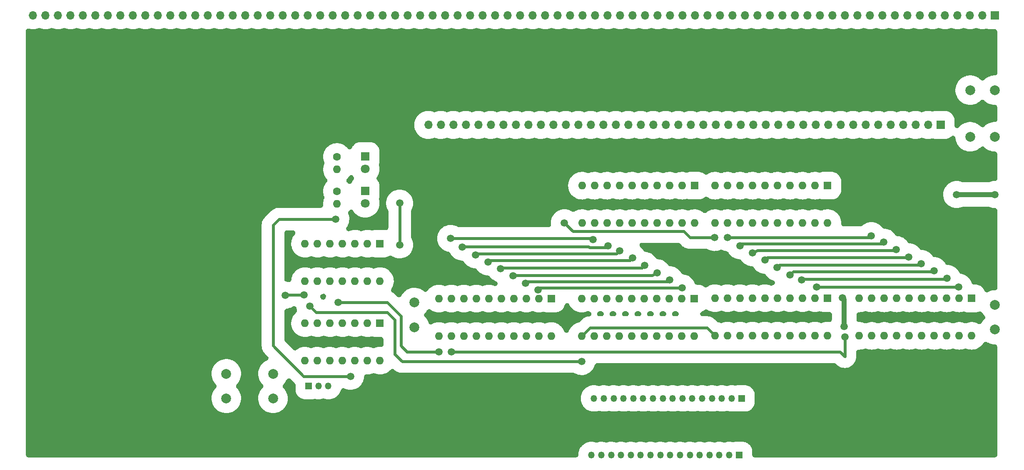
<source format=gbr>
%TF.GenerationSoftware,KiCad,Pcbnew,6.0.1-79c1e3a40b~116~ubuntu21.10.1*%
%TF.CreationDate,2022-02-14T17:39:20+01:00*%
%TF.ProjectId,dual_register,6475616c-5f72-4656-9769-737465722e6b,v.1*%
%TF.SameCoordinates,Original*%
%TF.FileFunction,Copper,L2,Bot*%
%TF.FilePolarity,Positive*%
%FSLAX46Y46*%
G04 Gerber Fmt 4.6, Leading zero omitted, Abs format (unit mm)*
G04 Created by KiCad (PCBNEW 6.0.1-79c1e3a40b~116~ubuntu21.10.1) date 2022-02-14 17:39:20*
%MOMM*%
%LPD*%
G01*
G04 APERTURE LIST*
%TA.AperFunction,ComponentPad*%
%ADD10C,2.000000*%
%TD*%
%TA.AperFunction,ComponentPad*%
%ADD11R,1.800000X1.800000*%
%TD*%
%TA.AperFunction,ComponentPad*%
%ADD12C,1.800000*%
%TD*%
%TA.AperFunction,ComponentPad*%
%ADD13R,1.700000X1.700000*%
%TD*%
%TA.AperFunction,ComponentPad*%
%ADD14O,1.700000X1.700000*%
%TD*%
%TA.AperFunction,ComponentPad*%
%ADD15C,1.600000*%
%TD*%
%TA.AperFunction,ComponentPad*%
%ADD16O,1.600000X1.600000*%
%TD*%
%TA.AperFunction,ComponentPad*%
%ADD17R,1.600000X1.600000*%
%TD*%
%TA.AperFunction,ComponentPad*%
%ADD18R,1.350000X1.350000*%
%TD*%
%TA.AperFunction,ComponentPad*%
%ADD19O,1.350000X1.350000*%
%TD*%
%TA.AperFunction,ViaPad*%
%ADD20C,1.500000*%
%TD*%
%TA.AperFunction,Conductor*%
%ADD21C,0.600000*%
%TD*%
%TA.AperFunction,Conductor*%
%ADD22C,1.000000*%
%TD*%
G04 APERTURE END LIST*
D10*
%TO.P,C5,1*%
%TO.N,GND*%
X227560000Y-87030000D03*
%TO.P,C5,2*%
%TO.N,+5V*%
X227560000Y-92030000D03*
%TD*%
D11*
%TO.P,D1,1,K*%
%TO.N,Net-(D1-Pad1)*%
X99560000Y-56755000D03*
D12*
%TO.P,D1,2,A*%
%TO.N,Net-(D1-Pad2)*%
X99560000Y-59295000D03*
%TD*%
D13*
%TO.P,U1,1,Mode_R0*%
%TO.N,unconnected-(U1-Pad1)*%
X216522000Y-50365500D03*
D14*
%TO.P,U1,2,Mode_R1*%
%TO.N,unconnected-(U1-Pad2)*%
X213982000Y-50365500D03*
%TO.P,U1,3,Mode_R2*%
%TO.N,unconnected-(U1-Pad3)*%
X211442000Y-50365500D03*
%TO.P,U1,4,Mode_W0*%
%TO.N,Net-(D2-Pad2)*%
X208902000Y-50365500D03*
%TO.P,U1,5,Mode_W1*%
%TO.N,unconnected-(U1-Pad5)*%
X206362000Y-50365500D03*
%TO.P,U1,6,Mode_W2*%
%TO.N,unconnected-(U1-Pad6)*%
X203822000Y-50365500D03*
%TO.P,U1,7,WE_R*%
%TO.N,unconnected-(U1-Pad7)*%
X201282000Y-50365500D03*
%TO.P,U1,8,WE_F*%
%TO.N,Net-(U1-Pad8)*%
X198742000Y-50365500D03*
%TO.P,U1,9,WE*%
%TO.N,unconnected-(U1-Pad9)*%
X196202000Y-50365500D03*
%TO.P,U1,10*%
%TO.N,N/C*%
X193662000Y-50365500D03*
%TO.P,U1,11,from_Bus0*%
%TO.N,Net-(U1-Pad11)*%
X191122000Y-50365500D03*
%TO.P,U1,12,from_Bus1*%
%TO.N,Net-(U1-Pad12)*%
X188582000Y-50365500D03*
%TO.P,U1,13,from_Bus2*%
%TO.N,Net-(U1-Pad13)*%
X186042000Y-50365500D03*
%TO.P,U1,14,from_Bus3*%
%TO.N,Net-(U1-Pad14)*%
X183502000Y-50365500D03*
%TO.P,U1,15,from_Bus4*%
%TO.N,Net-(U1-Pad15)*%
X180962000Y-50365500D03*
%TO.P,U1,16,from_Bus5*%
%TO.N,Net-(U1-Pad16)*%
X178422000Y-50365500D03*
%TO.P,U1,17,from_Bus6*%
%TO.N,Net-(U1-Pad17)*%
X175882000Y-50365500D03*
%TO.P,U1,18,from_Bus7*%
%TO.N,Net-(U1-Pad18)*%
X173342000Y-50365500D03*
%TO.P,U1,19,from_Bus8*%
%TO.N,Net-(U1-Pad19)*%
X170802000Y-50365500D03*
%TO.P,U1,20,from_Bus9*%
%TO.N,Net-(U1-Pad20)*%
X168262000Y-50365500D03*
%TO.P,U1,21,from_Bus10*%
%TO.N,Net-(U1-Pad21)*%
X165722000Y-50365500D03*
%TO.P,U1,22,from_Bus11*%
%TO.N,Net-(U1-Pad22)*%
X163182000Y-50365500D03*
%TO.P,U1,23,from_Bus12*%
%TO.N,Net-(U1-Pad23)*%
X160642000Y-50365500D03*
%TO.P,U1,24,from_Bus13*%
%TO.N,Net-(U1-Pad24)*%
X158102000Y-50365500D03*
%TO.P,U1,25,from_Bus14*%
%TO.N,Net-(U1-Pad25)*%
X155562000Y-50365500D03*
%TO.P,U1,26,from_Bus15*%
%TO.N,Net-(U1-Pad26)*%
X153022000Y-50365500D03*
%TO.P,U1,27*%
%TO.N,N/C*%
X150482000Y-50365500D03*
%TO.P,U1,28*%
X147942000Y-50365500D03*
%TO.P,U1,29*%
X145402000Y-50365500D03*
%TO.P,U1,30*%
X142862000Y-50365500D03*
%TO.P,U1,31*%
X140322000Y-50365500D03*
%TO.P,U1,32*%
X137782000Y-50365500D03*
%TO.P,U1,33*%
X135242000Y-50365500D03*
%TO.P,U1,34*%
X132702000Y-50365500D03*
%TO.P,U1,35*%
X130162000Y-50365500D03*
%TO.P,U1,36*%
X127622000Y-50365500D03*
%TO.P,U1,37*%
X125082000Y-50365500D03*
%TO.P,U1,38*%
X122542000Y-50365500D03*
%TO.P,U1,39*%
X120002000Y-50365500D03*
%TO.P,U1,40*%
X117462000Y-50365500D03*
%TO.P,U1,41*%
X114922000Y-50365500D03*
%TO.P,U1,42*%
X112382000Y-50365500D03*
%TD*%
D10*
%TO.P,C1,1*%
%TO.N,GND*%
X227560000Y-52780000D03*
%TO.P,C1,2*%
%TO.N,+5V*%
X222560000Y-52780000D03*
%TD*%
%TO.P,C2,1*%
%TO.N,GND*%
X80810000Y-101030000D03*
%TO.P,C2,2*%
%TO.N,+5V*%
X80810000Y-106030000D03*
%TD*%
D15*
%TO.P,R1,1*%
%TO.N,Net-(D1-Pad1)*%
X93810000Y-56885000D03*
D16*
%TO.P,R1,2*%
%TO.N,GND*%
X93810000Y-59425000D03*
%TD*%
D17*
%TO.P,U5,1,~{OE}*%
%TO.N,GND*%
X166425000Y-85700000D03*
D16*
%TO.P,U5,2,1D*%
%TO.N,Net-(U3-Pad19)*%
X163885000Y-85700000D03*
%TO.P,U5,3,2D*%
%TO.N,Net-(U3-Pad18)*%
X161345000Y-85700000D03*
%TO.P,U5,4,3D*%
%TO.N,Net-(U3-Pad17)*%
X158805000Y-85700000D03*
%TO.P,U5,5,4D*%
%TO.N,Net-(U3-Pad16)*%
X156265000Y-85700000D03*
%TO.P,U5,6,5D*%
%TO.N,Net-(U3-Pad15)*%
X153725000Y-85700000D03*
%TO.P,U5,7,6D*%
%TO.N,Net-(U3-Pad14)*%
X151185000Y-85700000D03*
%TO.P,U5,8,7D*%
%TO.N,Net-(U3-Pad13)*%
X148645000Y-85700000D03*
%TO.P,U5,9,8D*%
%TO.N,Net-(U3-Pad12)*%
X146105000Y-85700000D03*
%TO.P,U5,10,GND*%
%TO.N,GND*%
X143565000Y-85700000D03*
%TO.P,U5,11,LE*%
%TO.N,Net-(U4-Pad11)*%
X143565000Y-93320000D03*
%TO.P,U5,12,8Q*%
%TO.N,Net-(J2-Pad16)*%
X146105000Y-93320000D03*
%TO.P,U5,13,7Q*%
%TO.N,Net-(J2-Pad15)*%
X148645000Y-93320000D03*
%TO.P,U5,14,6Q*%
%TO.N,Net-(J2-Pad14)*%
X151185000Y-93320000D03*
%TO.P,U5,15,5Q*%
%TO.N,Net-(J2-Pad13)*%
X153725000Y-93320000D03*
%TO.P,U5,16,4Q*%
%TO.N,Net-(J2-Pad12)*%
X156265000Y-93320000D03*
%TO.P,U5,17,3Q*%
%TO.N,Net-(J2-Pad11)*%
X158805000Y-93320000D03*
%TO.P,U5,18,2Q*%
%TO.N,Net-(J2-Pad10)*%
X161345000Y-93320000D03*
%TO.P,U5,19,1Q*%
%TO.N,Net-(J2-Pad9)*%
X163885000Y-93320000D03*
%TO.P,U5,20,VCC*%
%TO.N,+5V*%
X166425000Y-93320000D03*
%TD*%
D11*
%TO.P,D2,1,K*%
%TO.N,Net-(D2-Pad1)*%
X99560000Y-63780000D03*
D12*
%TO.P,D2,2,A*%
%TO.N,Net-(D2-Pad2)*%
X99560000Y-66320000D03*
%TD*%
D10*
%TO.P,C6,1*%
%TO.N,GND*%
X109560000Y-86530000D03*
%TO.P,C6,2*%
%TO.N,+5V*%
X109560000Y-91530000D03*
%TD*%
D17*
%TO.P,U2,1,~{OE}*%
%TO.N,GND*%
X193541000Y-62730000D03*
D16*
%TO.P,U2,2,1D*%
%TO.N,Net-(U1-Pad11)*%
X191001000Y-62730000D03*
%TO.P,U2,3,2D*%
%TO.N,Net-(U1-Pad12)*%
X188461000Y-62730000D03*
%TO.P,U2,4,3D*%
%TO.N,Net-(U1-Pad13)*%
X185921000Y-62730000D03*
%TO.P,U2,5,4D*%
%TO.N,Net-(U1-Pad14)*%
X183381000Y-62730000D03*
%TO.P,U2,6,5D*%
%TO.N,Net-(U1-Pad15)*%
X180841000Y-62730000D03*
%TO.P,U2,7,6D*%
%TO.N,Net-(U1-Pad16)*%
X178301000Y-62730000D03*
%TO.P,U2,8,7D*%
%TO.N,Net-(U1-Pad17)*%
X175761000Y-62730000D03*
%TO.P,U2,9,8D*%
%TO.N,Net-(U1-Pad18)*%
X173221000Y-62730000D03*
%TO.P,U2,10,GND*%
%TO.N,GND*%
X170681000Y-62730000D03*
%TO.P,U2,11,LE*%
%TO.N,Net-(J1-Pad3)*%
X170681000Y-70350000D03*
%TO.P,U2,12,8Q*%
%TO.N,Net-(U2-Pad12)*%
X173221000Y-70350000D03*
%TO.P,U2,13,7Q*%
%TO.N,Net-(U2-Pad13)*%
X175761000Y-70350000D03*
%TO.P,U2,14,6Q*%
%TO.N,Net-(U2-Pad14)*%
X178301000Y-70350000D03*
%TO.P,U2,15,5Q*%
%TO.N,Net-(U2-Pad15)*%
X180841000Y-70350000D03*
%TO.P,U2,16,4Q*%
%TO.N,Net-(U2-Pad16)*%
X183381000Y-70350000D03*
%TO.P,U2,17,3Q*%
%TO.N,Net-(U2-Pad17)*%
X185921000Y-70350000D03*
%TO.P,U2,18,2Q*%
%TO.N,Net-(U2-Pad18)*%
X188461000Y-70350000D03*
%TO.P,U2,19,1Q*%
%TO.N,Net-(U2-Pad19)*%
X191001000Y-70350000D03*
%TO.P,U2,20,VCC*%
%TO.N,+5V*%
X193541000Y-70350000D03*
%TD*%
D17*
%TO.P,U6,1,~{OE}*%
%TO.N,GND*%
X222835000Y-85680000D03*
D16*
%TO.P,U6,2,1D*%
%TO.N,Net-(U2-Pad19)*%
X220295000Y-85680000D03*
%TO.P,U6,3,2D*%
%TO.N,Net-(U2-Pad18)*%
X217755000Y-85680000D03*
%TO.P,U6,4,3D*%
%TO.N,Net-(U2-Pad17)*%
X215215000Y-85680000D03*
%TO.P,U6,5,4D*%
%TO.N,Net-(U2-Pad16)*%
X212675000Y-85680000D03*
%TO.P,U6,6,5D*%
%TO.N,Net-(U2-Pad15)*%
X210135000Y-85680000D03*
%TO.P,U6,7,6D*%
%TO.N,Net-(U2-Pad14)*%
X207595000Y-85680000D03*
%TO.P,U6,8,7D*%
%TO.N,Net-(U2-Pad13)*%
X205055000Y-85680000D03*
%TO.P,U6,9,8D*%
%TO.N,Net-(U2-Pad12)*%
X202515000Y-85680000D03*
%TO.P,U6,10,GND*%
%TO.N,GND*%
X199975000Y-85680000D03*
%TO.P,U6,11,LE*%
%TO.N,Net-(U6-Pad11)*%
X199975000Y-93300000D03*
%TO.P,U6,12,8Q*%
%TO.N,Net-(J3-Pad8)*%
X202515000Y-93300000D03*
%TO.P,U6,13,7Q*%
%TO.N,Net-(J3-Pad7)*%
X205055000Y-93300000D03*
%TO.P,U6,14,6Q*%
%TO.N,Net-(J3-Pad6)*%
X207595000Y-93300000D03*
%TO.P,U6,15,5Q*%
%TO.N,Net-(J3-Pad5)*%
X210135000Y-93300000D03*
%TO.P,U6,16,4Q*%
%TO.N,Net-(J3-Pad4)*%
X212675000Y-93300000D03*
%TO.P,U6,17,3Q*%
%TO.N,Net-(J3-Pad3)*%
X215215000Y-93300000D03*
%TO.P,U6,18,2Q*%
%TO.N,Net-(J3-Pad2)*%
X217755000Y-93300000D03*
%TO.P,U6,19,1Q*%
%TO.N,Net-(J3-Pad1)*%
X220295000Y-93300000D03*
%TO.P,U6,20,VCC*%
%TO.N,+5V*%
X222835000Y-93300000D03*
%TD*%
D10*
%TO.P,C4,1*%
%TO.N,GND*%
X71310000Y-101030000D03*
%TO.P,C4,2*%
%TO.N,+5V*%
X71310000Y-106030000D03*
%TD*%
D13*
%TO.P,J1,1,GND*%
%TO.N,GND*%
X227560000Y-28030000D03*
D14*
%TO.P,J1,2,Vcc*%
%TO.N,+5V*%
X225020000Y-28030000D03*
%TO.P,J1,3,CLK_R*%
%TO.N,Net-(J1-Pad3)*%
X222480000Y-28030000D03*
%TO.P,J1,4,CLK_F*%
%TO.N,unconnected-(J1-Pad4)*%
X219940000Y-28030000D03*
%TO.P,J1,5*%
%TO.N,N/C*%
X217400000Y-28030000D03*
%TO.P,J1,6*%
X214860000Y-28030000D03*
%TO.P,J1,7*%
X212320000Y-28030000D03*
%TO.P,J1,8*%
X209780000Y-28030000D03*
%TO.P,J1,9*%
X207240000Y-28030000D03*
%TO.P,J1,10*%
X204700000Y-28030000D03*
%TO.P,J1,11*%
X202160000Y-28030000D03*
%TO.P,J1,12*%
X199620000Y-28030000D03*
%TO.P,J1,13*%
X197080000Y-28030000D03*
%TO.P,J1,14*%
X194540000Y-28030000D03*
%TO.P,J1,15*%
X192000000Y-28030000D03*
%TO.P,J1,16*%
X189460000Y-28030000D03*
%TO.P,J1,17*%
X186920000Y-28030000D03*
%TO.P,J1,18*%
X184380000Y-28030000D03*
%TO.P,J1,19*%
X181840000Y-28030000D03*
%TO.P,J1,20*%
X179300000Y-28030000D03*
%TO.P,J1,21*%
X176760000Y-28030000D03*
%TO.P,J1,22*%
X174220000Y-28030000D03*
%TO.P,J1,23*%
X171680000Y-28030000D03*
%TO.P,J1,24*%
X169140000Y-28030000D03*
%TO.P,J1,25*%
X166600000Y-28030000D03*
%TO.P,J1,26*%
X164060000Y-28030000D03*
%TO.P,J1,27*%
X161520000Y-28030000D03*
%TO.P,J1,28*%
X158980000Y-28030000D03*
%TO.P,J1,29*%
X156440000Y-28030000D03*
%TO.P,J1,30*%
X153900000Y-28030000D03*
%TO.P,J1,31*%
X151360000Y-28030000D03*
%TO.P,J1,32*%
X148820000Y-28030000D03*
%TO.P,J1,33*%
X146280000Y-28030000D03*
%TO.P,J1,34*%
X143740000Y-28030000D03*
%TO.P,J1,35*%
X141200000Y-28030000D03*
%TO.P,J1,36*%
X138660000Y-28030000D03*
%TO.P,J1,37*%
X136120000Y-28030000D03*
%TO.P,J1,38*%
X133580000Y-28030000D03*
%TO.P,J1,39*%
X131040000Y-28030000D03*
%TO.P,J1,40*%
X128500000Y-28030000D03*
%TO.P,J1,41*%
X125960000Y-28030000D03*
%TO.P,J1,42*%
X123420000Y-28030000D03*
%TO.P,J1,43*%
X120880000Y-28030000D03*
%TO.P,J1,44*%
X118340000Y-28030000D03*
%TO.P,J1,45*%
X115800000Y-28030000D03*
%TO.P,J1,46*%
X113260000Y-28030000D03*
%TO.P,J1,47*%
X110720000Y-28030000D03*
%TO.P,J1,48*%
X108180000Y-28030000D03*
%TO.P,J1,49*%
X105640000Y-28030000D03*
%TO.P,J1,50*%
X103100000Y-28030000D03*
%TO.P,J1,51*%
X100560000Y-28030000D03*
%TO.P,J1,52*%
X98020000Y-28030000D03*
%TO.P,J1,53*%
X95480000Y-28030000D03*
%TO.P,J1,54*%
X92940000Y-28030000D03*
%TO.P,J1,55*%
X90400000Y-28030000D03*
%TO.P,J1,56*%
X87860000Y-28030000D03*
%TO.P,J1,57*%
X85320000Y-28030000D03*
%TO.P,J1,58*%
X82780000Y-28030000D03*
%TO.P,J1,59*%
X80240000Y-28030000D03*
%TO.P,J1,60*%
X77700000Y-28030000D03*
%TO.P,J1,61*%
X75160000Y-28030000D03*
%TO.P,J1,62*%
X72620000Y-28030000D03*
%TO.P,J1,63*%
X70080000Y-28030000D03*
%TO.P,J1,64*%
X67540000Y-28030000D03*
%TO.P,J1,65,Sup*%
%TO.N,Net-(J1-Pad65)*%
X65000000Y-28030000D03*
%TO.P,J1,66,Set_Sup*%
%TO.N,unconnected-(J1-Pad66)*%
X62460000Y-28030000D03*
%TO.P,J1,67,Reset_Sup*%
%TO.N,unconnected-(J1-Pad67)*%
X59920000Y-28030000D03*
%TO.P,J1,68*%
%TO.N,N/C*%
X57380000Y-28030000D03*
%TO.P,J1,69*%
X54840000Y-28030000D03*
%TO.P,J1,70*%
X52300000Y-28030000D03*
%TO.P,J1,71*%
X49760000Y-28030000D03*
%TO.P,J1,72*%
X47220000Y-28030000D03*
%TO.P,J1,73*%
X44680000Y-28030000D03*
%TO.P,J1,74*%
X42140000Y-28030000D03*
%TO.P,J1,75*%
X39600000Y-28030000D03*
%TO.P,J1,76*%
X37060000Y-28030000D03*
%TO.P,J1,77*%
X34520000Y-28030000D03*
%TO.P,J1,78*%
X31980000Y-28030000D03*
%TD*%
D15*
%TO.P,R2,1*%
%TO.N,Net-(D2-Pad1)*%
X93810000Y-63910000D03*
D16*
%TO.P,R2,2*%
%TO.N,GND*%
X93810000Y-66450000D03*
%TD*%
D18*
%TO.P,J4,1,Pin_1*%
%TO.N,Net-(J1-Pad65)*%
X88060000Y-103530000D03*
D19*
%TO.P,J4,2,Pin_2*%
%TO.N,Net-(J4-Pad2)*%
X90060000Y-103530000D03*
%TO.P,J4,3,Pin_3*%
%TO.N,+5V*%
X92060000Y-103530000D03*
%TD*%
D17*
%TO.P,U4,1,~{OE}*%
%TO.N,GND*%
X193535000Y-85630000D03*
D16*
%TO.P,U4,2,1D*%
%TO.N,Net-(U2-Pad19)*%
X190995000Y-85630000D03*
%TO.P,U4,3,2D*%
%TO.N,Net-(U2-Pad18)*%
X188455000Y-85630000D03*
%TO.P,U4,4,3D*%
%TO.N,Net-(U2-Pad17)*%
X185915000Y-85630000D03*
%TO.P,U4,5,4D*%
%TO.N,Net-(U2-Pad16)*%
X183375000Y-85630000D03*
%TO.P,U4,6,5D*%
%TO.N,Net-(U2-Pad15)*%
X180835000Y-85630000D03*
%TO.P,U4,7,6D*%
%TO.N,Net-(U2-Pad14)*%
X178295000Y-85630000D03*
%TO.P,U4,8,7D*%
%TO.N,Net-(U2-Pad13)*%
X175755000Y-85630000D03*
%TO.P,U4,9,8D*%
%TO.N,Net-(U2-Pad12)*%
X173215000Y-85630000D03*
%TO.P,U4,10,GND*%
%TO.N,GND*%
X170675000Y-85630000D03*
%TO.P,U4,11,LE*%
%TO.N,Net-(U4-Pad11)*%
X170675000Y-93250000D03*
%TO.P,U4,12,8Q*%
%TO.N,Net-(J2-Pad8)*%
X173215000Y-93250000D03*
%TO.P,U4,13,7Q*%
%TO.N,Net-(J2-Pad7)*%
X175755000Y-93250000D03*
%TO.P,U4,14,6Q*%
%TO.N,Net-(J2-Pad6)*%
X178295000Y-93250000D03*
%TO.P,U4,15,5Q*%
%TO.N,Net-(J2-Pad5)*%
X180835000Y-93250000D03*
%TO.P,U4,16,4Q*%
%TO.N,Net-(J2-Pad4)*%
X183375000Y-93250000D03*
%TO.P,U4,17,3Q*%
%TO.N,Net-(J2-Pad3)*%
X185915000Y-93250000D03*
%TO.P,U4,18,2Q*%
%TO.N,Net-(J2-Pad2)*%
X188455000Y-93250000D03*
%TO.P,U4,19,1Q*%
%TO.N,Net-(J2-Pad1)*%
X190995000Y-93250000D03*
%TO.P,U4,20,VCC*%
%TO.N,+5V*%
X193535000Y-93250000D03*
%TD*%
D18*
%TO.P,J3,1,Pin_1*%
%TO.N,Net-(J3-Pad1)*%
X175560000Y-117530000D03*
D19*
%TO.P,J3,2,Pin_2*%
%TO.N,Net-(J3-Pad2)*%
X173560000Y-117530000D03*
%TO.P,J3,3,Pin_3*%
%TO.N,Net-(J3-Pad3)*%
X171560000Y-117530000D03*
%TO.P,J3,4,Pin_4*%
%TO.N,Net-(J3-Pad4)*%
X169560000Y-117530000D03*
%TO.P,J3,5,Pin_5*%
%TO.N,Net-(J3-Pad5)*%
X167560000Y-117530000D03*
%TO.P,J3,6,Pin_6*%
%TO.N,Net-(J3-Pad6)*%
X165560000Y-117530000D03*
%TO.P,J3,7,Pin_7*%
%TO.N,Net-(J3-Pad7)*%
X163560000Y-117530000D03*
%TO.P,J3,8,Pin_8*%
%TO.N,Net-(J3-Pad8)*%
X161560000Y-117530000D03*
%TO.P,J3,9,Pin_9*%
%TO.N,Net-(J3-Pad9)*%
X159560000Y-117530000D03*
%TO.P,J3,10,Pin_10*%
%TO.N,Net-(J3-Pad10)*%
X157560000Y-117530000D03*
%TO.P,J3,11,Pin_11*%
%TO.N,Net-(J3-Pad11)*%
X155560000Y-117530000D03*
%TO.P,J3,12,Pin_12*%
%TO.N,Net-(J3-Pad12)*%
X153560000Y-117530000D03*
%TO.P,J3,13,Pin_13*%
%TO.N,Net-(J3-Pad13)*%
X151560000Y-117530000D03*
%TO.P,J3,14,Pin_14*%
%TO.N,Net-(J3-Pad14)*%
X149560000Y-117530000D03*
%TO.P,J3,15,Pin_15*%
%TO.N,Net-(J3-Pad15)*%
X147560000Y-117530000D03*
%TO.P,J3,16,Pin_16*%
%TO.N,Net-(J3-Pad16)*%
X145560000Y-117530000D03*
%TD*%
D18*
%TO.P,J2,1,Pin_1*%
%TO.N,Net-(J2-Pad1)*%
X176060000Y-106030000D03*
D19*
%TO.P,J2,2,Pin_2*%
%TO.N,Net-(J2-Pad2)*%
X174060000Y-106030000D03*
%TO.P,J2,3,Pin_3*%
%TO.N,Net-(J2-Pad3)*%
X172060000Y-106030000D03*
%TO.P,J2,4,Pin_4*%
%TO.N,Net-(J2-Pad4)*%
X170060000Y-106030000D03*
%TO.P,J2,5,Pin_5*%
%TO.N,Net-(J2-Pad5)*%
X168060000Y-106030000D03*
%TO.P,J2,6,Pin_6*%
%TO.N,Net-(J2-Pad6)*%
X166060000Y-106030000D03*
%TO.P,J2,7,Pin_7*%
%TO.N,Net-(J2-Pad7)*%
X164060000Y-106030000D03*
%TO.P,J2,8,Pin_8*%
%TO.N,Net-(J2-Pad8)*%
X162060000Y-106030000D03*
%TO.P,J2,9,Pin_9*%
%TO.N,Net-(J2-Pad9)*%
X160060000Y-106030000D03*
%TO.P,J2,10,Pin_10*%
%TO.N,Net-(J2-Pad10)*%
X158060000Y-106030000D03*
%TO.P,J2,11,Pin_11*%
%TO.N,Net-(J2-Pad11)*%
X156060000Y-106030000D03*
%TO.P,J2,12,Pin_12*%
%TO.N,Net-(J2-Pad12)*%
X154060000Y-106030000D03*
%TO.P,J2,13,Pin_13*%
%TO.N,Net-(J2-Pad13)*%
X152060000Y-106030000D03*
%TO.P,J2,14,Pin_14*%
%TO.N,Net-(J2-Pad14)*%
X150060000Y-106030000D03*
%TO.P,J2,15,Pin_15*%
%TO.N,Net-(J2-Pad15)*%
X148060000Y-106030000D03*
%TO.P,J2,16,Pin_16*%
%TO.N,Net-(J2-Pad16)*%
X146060000Y-106030000D03*
%TD*%
D17*
%TO.P,U9,1*%
%TO.N,N/C*%
X102560000Y-74530000D03*
D16*
%TO.P,U9,2*%
X100020000Y-74530000D03*
%TO.P,U9,3*%
X97480000Y-74530000D03*
%TO.P,U9,4*%
X94940000Y-74530000D03*
%TO.P,U9,5*%
X92400000Y-74530000D03*
%TO.P,U9,6*%
X89860000Y-74530000D03*
%TO.P,U9,7,GND*%
%TO.N,GND*%
X87320000Y-74530000D03*
%TO.P,U9,8*%
%TO.N,Net-(D1-Pad2)*%
X87320000Y-82150000D03*
%TO.P,U9,9*%
%TO.N,Net-(D2-Pad2)*%
X89860000Y-82150000D03*
%TO.P,U9,10*%
X92400000Y-82150000D03*
%TO.P,U9,11*%
%TO.N,N/C*%
X94940000Y-82150000D03*
%TO.P,U9,12*%
X97480000Y-82150000D03*
%TO.P,U9,13*%
X100020000Y-82150000D03*
%TO.P,U9,14,VCC*%
%TO.N,+5V*%
X102560000Y-82150000D03*
%TD*%
D17*
%TO.P,U7,1,~{OE}*%
%TO.N,GND*%
X137375000Y-85720000D03*
D16*
%TO.P,U7,2,1D*%
%TO.N,Net-(U3-Pad19)*%
X134835000Y-85720000D03*
%TO.P,U7,3,2D*%
%TO.N,Net-(U3-Pad18)*%
X132295000Y-85720000D03*
%TO.P,U7,4,3D*%
%TO.N,Net-(U3-Pad17)*%
X129755000Y-85720000D03*
%TO.P,U7,5,4D*%
%TO.N,Net-(U3-Pad16)*%
X127215000Y-85720000D03*
%TO.P,U7,6,5D*%
%TO.N,Net-(U3-Pad15)*%
X124675000Y-85720000D03*
%TO.P,U7,7,6D*%
%TO.N,Net-(U3-Pad14)*%
X122135000Y-85720000D03*
%TO.P,U7,8,7D*%
%TO.N,Net-(U3-Pad13)*%
X119595000Y-85720000D03*
%TO.P,U7,9,8D*%
%TO.N,Net-(U3-Pad12)*%
X117055000Y-85720000D03*
%TO.P,U7,10,GND*%
%TO.N,GND*%
X114515000Y-85720000D03*
%TO.P,U7,11,LE*%
%TO.N,Net-(U6-Pad11)*%
X114515000Y-93340000D03*
%TO.P,U7,12,8Q*%
%TO.N,Net-(J3-Pad16)*%
X117055000Y-93340000D03*
%TO.P,U7,13,7Q*%
%TO.N,Net-(J3-Pad15)*%
X119595000Y-93340000D03*
%TO.P,U7,14,6Q*%
%TO.N,Net-(J3-Pad14)*%
X122135000Y-93340000D03*
%TO.P,U7,15,5Q*%
%TO.N,Net-(J3-Pad13)*%
X124675000Y-93340000D03*
%TO.P,U7,16,4Q*%
%TO.N,Net-(J3-Pad12)*%
X127215000Y-93340000D03*
%TO.P,U7,17,3Q*%
%TO.N,Net-(J3-Pad11)*%
X129755000Y-93340000D03*
%TO.P,U7,18,2Q*%
%TO.N,Net-(J3-Pad10)*%
X132295000Y-93340000D03*
%TO.P,U7,19,1Q*%
%TO.N,Net-(J3-Pad9)*%
X134835000Y-93340000D03*
%TO.P,U7,20,VCC*%
%TO.N,+5V*%
X137375000Y-93340000D03*
%TD*%
D17*
%TO.P,U3,1,~{OE}*%
%TO.N,GND*%
X166485000Y-62730000D03*
D16*
%TO.P,U3,2,1D*%
%TO.N,Net-(U1-Pad19)*%
X163945000Y-62730000D03*
%TO.P,U3,3,2D*%
%TO.N,Net-(U1-Pad20)*%
X161405000Y-62730000D03*
%TO.P,U3,4,3D*%
%TO.N,Net-(U1-Pad21)*%
X158865000Y-62730000D03*
%TO.P,U3,5,4D*%
%TO.N,Net-(U1-Pad22)*%
X156325000Y-62730000D03*
%TO.P,U3,6,5D*%
%TO.N,Net-(U1-Pad23)*%
X153785000Y-62730000D03*
%TO.P,U3,7,6D*%
%TO.N,Net-(U1-Pad24)*%
X151245000Y-62730000D03*
%TO.P,U3,8,7D*%
%TO.N,Net-(U1-Pad25)*%
X148705000Y-62730000D03*
%TO.P,U3,9,8D*%
%TO.N,Net-(U1-Pad26)*%
X146165000Y-62730000D03*
%TO.P,U3,10,GND*%
%TO.N,GND*%
X143625000Y-62730000D03*
%TO.P,U3,11,LE*%
%TO.N,Net-(J1-Pad3)*%
X143625000Y-70350000D03*
%TO.P,U3,12,8Q*%
%TO.N,Net-(U3-Pad12)*%
X146165000Y-70350000D03*
%TO.P,U3,13,7Q*%
%TO.N,Net-(U3-Pad13)*%
X148705000Y-70350000D03*
%TO.P,U3,14,6Q*%
%TO.N,Net-(U3-Pad14)*%
X151245000Y-70350000D03*
%TO.P,U3,15,5Q*%
%TO.N,Net-(U3-Pad15)*%
X153785000Y-70350000D03*
%TO.P,U3,16,4Q*%
%TO.N,Net-(U3-Pad16)*%
X156325000Y-70350000D03*
%TO.P,U3,17,3Q*%
%TO.N,Net-(U3-Pad17)*%
X158865000Y-70350000D03*
%TO.P,U3,18,2Q*%
%TO.N,Net-(U3-Pad18)*%
X161405000Y-70350000D03*
%TO.P,U3,19,1Q*%
%TO.N,Net-(U3-Pad19)*%
X163945000Y-70350000D03*
%TO.P,U3,20,VCC*%
%TO.N,+5V*%
X166485000Y-70350000D03*
%TD*%
D17*
%TO.P,U8,1*%
%TO.N,Net-(U8-Pad1)*%
X102560000Y-90730000D03*
D16*
%TO.P,U8,2*%
%TO.N,Net-(D2-Pad2)*%
X100020000Y-90730000D03*
%TO.P,U8,3*%
%TO.N,Net-(U6-Pad11)*%
X97480000Y-90730000D03*
%TO.P,U8,4*%
%TO.N,Net-(D1-Pad2)*%
X94940000Y-90730000D03*
%TO.P,U8,5*%
%TO.N,Net-(U8-Pad1)*%
X92400000Y-90730000D03*
%TO.P,U8,6*%
%TO.N,Net-(U4-Pad11)*%
X89860000Y-90730000D03*
%TO.P,U8,7,GND*%
%TO.N,GND*%
X87320000Y-90730000D03*
%TO.P,U8,8*%
%TO.N,Net-(U8-Pad1)*%
X87320000Y-98350000D03*
%TO.P,U8,9*%
%TO.N,Net-(J4-Pad2)*%
X89860000Y-98350000D03*
%TO.P,U8,10*%
%TO.N,Net-(U1-Pad8)*%
X92400000Y-98350000D03*
%TO.P,U8,11*%
%TO.N,N/C*%
X94940000Y-98350000D03*
%TO.P,U8,12*%
X97480000Y-98350000D03*
%TO.P,U8,13*%
X100020000Y-98350000D03*
%TO.P,U8,14,VCC*%
%TO.N,+5V*%
X102560000Y-98350000D03*
%TD*%
D10*
%TO.P,C3,1*%
%TO.N,GND*%
X227560000Y-43280000D03*
%TO.P,C3,2*%
%TO.N,+5V*%
X222560000Y-43280000D03*
%TD*%
D20*
%TO.N,Net-(J1-Pad3)*%
X170560000Y-73280000D03*
X140060000Y-70280000D03*
%TO.N,+5V*%
X196560000Y-85530000D03*
X196930489Y-91400489D03*
%TO.N,GND*%
X219810000Y-64530000D03*
X227560000Y-64530000D03*
%TO.N,Net-(U1-Pad8)*%
X96560000Y-101530000D03*
X93560000Y-69530000D03*
%TO.N,Net-(U2-Pad19)*%
X191310000Y-83380000D03*
X220240000Y-83380000D03*
%TO.N,Net-(U2-Pad18)*%
X188310000Y-81880000D03*
X217866927Y-81613605D03*
%TO.N,Net-(U2-Pad17)*%
X185945857Y-80880000D03*
X215175745Y-80030990D03*
%TO.N,Net-(U2-Pad16)*%
X183310000Y-79380000D03*
X212620000Y-78580999D03*
%TO.N,Net-(U2-Pad15)*%
X210083655Y-77230500D03*
X180853692Y-77880000D03*
%TO.N,Net-(U2-Pad14)*%
X207540000Y-75730500D03*
X178310000Y-76380000D03*
%TO.N,Net-(U2-Pad13)*%
X205000000Y-74230500D03*
X175770000Y-74949500D03*
%TO.N,Net-(U2-Pad12)*%
X173230000Y-73300000D03*
X202460000Y-72920500D03*
%TO.N,Net-(U3-Pad19)*%
X134730000Y-83919500D03*
X163960000Y-83540000D03*
%TO.N,Net-(U3-Pad18)*%
X161420000Y-81890500D03*
X132190000Y-82609500D03*
%TO.N,Net-(U3-Pad17)*%
X129650000Y-81109500D03*
X158880000Y-80460000D03*
%TO.N,Net-(U3-Pad16)*%
X156336308Y-78960000D03*
X127106345Y-79609500D03*
%TO.N,Net-(U3-Pad15)*%
X124570000Y-78259001D03*
X153880000Y-77460000D03*
%TO.N,Net-(U3-Pad14)*%
X122014255Y-76809010D03*
X151244143Y-75960000D03*
%TO.N,Net-(U3-Pad13)*%
X119323073Y-75226395D03*
X148880000Y-74960000D03*
%TO.N,Net-(U3-Pad12)*%
X145880000Y-73699011D03*
X116950000Y-73460000D03*
%TO.N,Net-(U4-Pad11)*%
X88310000Y-87280000D03*
X143560000Y-98530000D03*
%TO.N,Net-(U6-Pad11)*%
X114560000Y-96530000D03*
X197060000Y-93530000D03*
X117060000Y-96530000D03*
X94060000Y-86530000D03*
%TO.N,Net-(D1-Pad2)*%
X87130000Y-84960000D03*
X83310000Y-85030000D03*
%TO.N,Net-(D2-Pad2)*%
X106560000Y-74780000D03*
X106560000Y-66280000D03*
%TD*%
D21*
%TO.N,Net-(J1-Pad3)*%
X141829511Y-72049511D02*
X140060000Y-70280000D01*
X165560000Y-73280000D02*
X164329511Y-72049511D01*
X164329511Y-72049511D02*
X141829511Y-72049511D01*
X170560000Y-73280000D02*
X165560000Y-73280000D01*
D22*
%TO.N,+5V*%
X196930489Y-91400489D02*
X196930489Y-85900489D01*
X196930489Y-85900489D02*
X196560000Y-85530000D01*
%TO.N,GND*%
X227560000Y-64530000D02*
X219810000Y-64530000D01*
D21*
%TO.N,Net-(U1-Pad8)*%
X96560000Y-101530000D02*
X87060000Y-101530000D01*
X82060000Y-69530000D02*
X93560000Y-69530000D01*
X80810000Y-70780000D02*
X82060000Y-69530000D01*
X80810000Y-95280000D02*
X80810000Y-70780000D01*
X87060000Y-101530000D02*
X80810000Y-95280000D01*
%TO.N,Net-(U2-Pad19)*%
X191310000Y-83380000D02*
X220240000Y-83380000D01*
%TO.N,Net-(U2-Pad18)*%
X217750033Y-81730499D02*
X217866927Y-81613605D01*
X188310000Y-81880000D02*
X188459501Y-81730499D01*
X188459501Y-81730499D02*
X217750033Y-81730499D01*
%TO.N,Net-(U2-Pad17)*%
X186595358Y-80230499D02*
X214976236Y-80230499D01*
X185945857Y-80880000D02*
X186595358Y-80230499D01*
X214976236Y-80230499D02*
X215175745Y-80030990D01*
%TO.N,Net-(U2-Pad16)*%
X212320999Y-78880000D02*
X212620000Y-78580999D01*
X183310000Y-79380000D02*
X183810000Y-78880000D01*
X183810000Y-78880000D02*
X212320999Y-78880000D01*
%TO.N,Net-(U2-Pad15)*%
X181353692Y-77380000D02*
X209934155Y-77380000D01*
X209934155Y-77380000D02*
X210083655Y-77230500D01*
X180853692Y-77880000D02*
X181353692Y-77380000D01*
%TO.N,Net-(U2-Pad14)*%
X207390500Y-75880000D02*
X207540000Y-75730500D01*
X179310000Y-75880000D02*
X207390500Y-75880000D01*
X178310000Y-76380000D02*
X179310000Y-75880000D01*
%TO.N,Net-(U2-Pad13)*%
X204660500Y-74570000D02*
X205000000Y-74230500D01*
X175770000Y-74949500D02*
X176149500Y-74570000D01*
X176149500Y-74570000D02*
X204660500Y-74570000D01*
%TO.N,Net-(U2-Pad12)*%
X202080500Y-73300000D02*
X202460000Y-72920500D01*
X173230000Y-73300000D02*
X202080500Y-73300000D01*
%TO.N,Net-(U3-Pad19)*%
X135109500Y-83540000D02*
X134730000Y-83919500D01*
X163960000Y-83540000D02*
X135109500Y-83540000D01*
%TO.N,Net-(U3-Pad18)*%
X132529500Y-82270000D02*
X132190000Y-82609500D01*
X161420000Y-81890500D02*
X161040500Y-82270000D01*
X161040500Y-82270000D02*
X132529500Y-82270000D01*
%TO.N,Net-(U3-Pad17)*%
X157880000Y-80960000D02*
X129799500Y-80960000D01*
X158880000Y-80460000D02*
X157880000Y-80960000D01*
X129799500Y-80960000D02*
X129650000Y-81109500D01*
%TO.N,Net-(U3-Pad16)*%
X155836308Y-79460000D02*
X127255845Y-79460000D01*
X156336308Y-78960000D02*
X155836308Y-79460000D01*
X127255845Y-79460000D02*
X127106345Y-79609500D01*
%TO.N,Net-(U3-Pad15)*%
X153380000Y-77960000D02*
X124869001Y-77960000D01*
X124869001Y-77960000D02*
X124570000Y-78259001D01*
X153880000Y-77460000D02*
X153380000Y-77960000D01*
%TO.N,Net-(U3-Pad14)*%
X122213764Y-76609501D02*
X122014255Y-76809010D01*
X150594642Y-76609501D02*
X122213764Y-76609501D01*
X151244143Y-75960000D02*
X150594642Y-76609501D01*
%TO.N,Net-(U3-Pad13)*%
X148491488Y-75348512D02*
X145196753Y-75348512D01*
X145196753Y-75348512D02*
X144957742Y-75109501D01*
X119439967Y-75109501D02*
X119323073Y-75226395D01*
X144957742Y-75109501D02*
X119439967Y-75109501D01*
X148880000Y-74960000D02*
X148491488Y-75348512D01*
%TO.N,Net-(U3-Pad12)*%
X116950000Y-73460000D02*
X145640989Y-73460000D01*
X145640989Y-73460000D02*
X145880000Y-73699011D01*
%TO.N,Net-(U4-Pad11)*%
X105560000Y-97030000D02*
X107060000Y-98530000D01*
X88310000Y-87280000D02*
X89560000Y-88530000D01*
X89560000Y-88530000D02*
X104060000Y-88530000D01*
X143565000Y-93320000D02*
X145264511Y-91620489D01*
X107060000Y-98530000D02*
X143560000Y-98530000D01*
X169045489Y-91620489D02*
X170675000Y-93250000D01*
X145264511Y-91620489D02*
X169045489Y-91620489D01*
X105560000Y-90030000D02*
X105560000Y-97030000D01*
X104060000Y-88530000D02*
X105560000Y-90030000D01*
%TO.N,Net-(U6-Pad11)*%
X197060000Y-97530000D02*
X196060000Y-96530000D01*
X108060000Y-96530000D02*
X106810000Y-95280000D01*
X104060000Y-86530000D02*
X94060000Y-86530000D01*
X106810000Y-89280000D02*
X104060000Y-86530000D01*
X106810000Y-95280000D02*
X106810000Y-89280000D01*
X196060000Y-96530000D02*
X117060000Y-96530000D01*
X114560000Y-96530000D02*
X108060000Y-96530000D01*
X197060000Y-93530000D02*
X197060000Y-97530000D01*
%TO.N,Net-(D1-Pad2)*%
X87130000Y-84960000D02*
X83380000Y-84960000D01*
X83380000Y-84960000D02*
X83310000Y-85030000D01*
%TO.N,Net-(D2-Pad2)*%
X106560000Y-66280000D02*
X106560000Y-74780000D01*
%TD*%
%TA.AperFunction,NonConductor*%
G36*
X96851106Y-60622475D02*
G01*
X96974106Y-60693492D01*
X97076877Y-60803091D01*
X97183771Y-60958623D01*
X97246741Y-61085931D01*
X97271293Y-61225823D01*
X97255439Y-61366965D01*
X97200462Y-61497924D01*
X97149417Y-61568304D01*
X97056144Y-61675791D01*
X96902471Y-61913790D01*
X96851089Y-62025246D01*
X96838856Y-62051781D01*
X96761642Y-62170989D01*
X96653971Y-62263615D01*
X96524565Y-62322154D01*
X96383909Y-62341865D01*
X96243398Y-62321149D01*
X96114414Y-62261687D01*
X96007408Y-62168293D01*
X95983550Y-62138301D01*
X95971479Y-62121869D01*
X95881692Y-62025246D01*
X95867560Y-62010038D01*
X95786668Y-61893294D01*
X95741944Y-61758490D01*
X95737010Y-61616545D01*
X95772267Y-61478960D01*
X95844857Y-61356882D01*
X95854880Y-61345376D01*
X95854936Y-61345323D01*
X95860078Y-61339174D01*
X96022972Y-61144355D01*
X96062101Y-61097557D01*
X96076426Y-61075750D01*
X96231524Y-60839634D01*
X96239414Y-60827623D01*
X96239969Y-60827988D01*
X96321295Y-60724578D01*
X96436991Y-60642194D01*
X96571210Y-60595743D01*
X96713080Y-60588987D01*
X96851106Y-60622475D01*
G37*
%TD.AperFunction*%
%TA.AperFunction,NonConductor*%
G36*
X163310506Y-74370224D02*
G01*
X163439701Y-74429225D01*
X163522767Y-74496165D01*
X163868503Y-74841901D01*
X163890809Y-74865715D01*
X163929811Y-74910189D01*
X163986550Y-74959948D01*
X163986553Y-74959951D01*
X164156539Y-75109026D01*
X164170117Y-75118099D01*
X164170119Y-75118100D01*
X164245185Y-75168257D01*
X164386045Y-75262376D01*
X164407282Y-75276566D01*
X164421925Y-75283787D01*
X164663100Y-75402722D01*
X164663107Y-75402725D01*
X164677748Y-75409945D01*
X164963309Y-75506880D01*
X164979327Y-75510066D01*
X164979330Y-75510067D01*
X165243062Y-75562527D01*
X165243065Y-75562527D01*
X165259080Y-75565713D01*
X165311090Y-75569122D01*
X165484669Y-75580499D01*
X165484685Y-75580500D01*
X165484692Y-75580500D01*
X165484716Y-75580501D01*
X165543704Y-75584367D01*
X165543705Y-75584367D01*
X165560000Y-75585435D01*
X165576295Y-75584367D01*
X165576296Y-75584367D01*
X165619003Y-75581568D01*
X165651637Y-75580500D01*
X168908141Y-75580500D01*
X169048726Y-75600713D01*
X169172200Y-75656093D01*
X169232417Y-75693648D01*
X169232432Y-75693656D01*
X169245176Y-75701604D01*
X169545623Y-75842024D01*
X169860763Y-75945332D01*
X170186032Y-76010032D01*
X170201009Y-76011171D01*
X170201014Y-76011172D01*
X170369076Y-76023956D01*
X170516718Y-76035187D01*
X170531718Y-76034519D01*
X170531720Y-76034519D01*
X170595023Y-76031700D01*
X170848031Y-76020432D01*
X170862850Y-76017965D01*
X170862854Y-76017965D01*
X171160345Y-75968449D01*
X171160347Y-75968449D01*
X171175172Y-75965981D01*
X171493401Y-75872622D01*
X171675955Y-75794191D01*
X171813102Y-75757269D01*
X171955096Y-75760480D01*
X172084205Y-75800603D01*
X172215623Y-75862024D01*
X172530763Y-75965332D01*
X172856032Y-76030032D01*
X172871006Y-76031171D01*
X172871013Y-76031172D01*
X172946807Y-76036937D01*
X172971272Y-76038798D01*
X173109917Y-76069616D01*
X173234265Y-76138247D01*
X173334240Y-76239131D01*
X173363595Y-76283474D01*
X173461616Y-76450212D01*
X173482879Y-76486382D01*
X173684080Y-76750018D01*
X173915496Y-76987573D01*
X173927188Y-76996991D01*
X173927193Y-76996995D01*
X174162068Y-77186178D01*
X174162074Y-77186182D01*
X174173775Y-77195607D01*
X174186525Y-77203559D01*
X174186527Y-77203560D01*
X174235588Y-77234157D01*
X174455176Y-77371104D01*
X174755623Y-77511524D01*
X175070763Y-77614832D01*
X175396032Y-77679532D01*
X175411009Y-77680671D01*
X175411029Y-77680674D01*
X175648378Y-77698729D01*
X175787024Y-77729547D01*
X175911372Y-77798178D01*
X176011347Y-77899062D01*
X176017649Y-77907986D01*
X176022879Y-77916882D01*
X176224080Y-78180518D01*
X176455496Y-78418073D01*
X176467188Y-78427491D01*
X176467193Y-78427495D01*
X176702068Y-78616678D01*
X176702074Y-78616682D01*
X176713775Y-78626107D01*
X176995176Y-78801604D01*
X177295623Y-78942024D01*
X177610763Y-79045332D01*
X177936032Y-79110032D01*
X177951009Y-79111171D01*
X177951029Y-79111174D01*
X178147138Y-79126092D01*
X178285784Y-79156910D01*
X178410132Y-79225541D01*
X178510107Y-79326425D01*
X178539460Y-79370765D01*
X178566571Y-79416882D01*
X178767772Y-79680518D01*
X178999188Y-79918073D01*
X179010880Y-79927491D01*
X179010885Y-79927495D01*
X179245760Y-80116678D01*
X179245766Y-80116682D01*
X179257467Y-80126107D01*
X179538868Y-80301604D01*
X179839315Y-80442024D01*
X180154455Y-80545332D01*
X180479724Y-80610032D01*
X180494701Y-80611171D01*
X180494706Y-80611172D01*
X180580016Y-80617661D01*
X180599354Y-80619132D01*
X180737999Y-80649951D01*
X180862347Y-80718581D01*
X180962322Y-80819465D01*
X180991676Y-80863806D01*
X181015259Y-80903922D01*
X181015269Y-80903936D01*
X181022879Y-80916882D01*
X181224080Y-81180518D01*
X181455496Y-81418073D01*
X181467188Y-81427491D01*
X181467193Y-81427495D01*
X181702068Y-81616678D01*
X181702074Y-81616682D01*
X181713775Y-81626107D01*
X181995176Y-81801604D01*
X182295623Y-81942024D01*
X182517871Y-82014881D01*
X182645163Y-82077880D01*
X182749550Y-82174191D01*
X182822576Y-82296010D01*
X182858323Y-82433469D01*
X182853895Y-82575430D01*
X182809652Y-82710393D01*
X182729177Y-82827425D01*
X182618991Y-82917043D01*
X182524062Y-82961149D01*
X182357745Y-83018092D01*
X182315064Y-83032705D01*
X182302090Y-83038893D01*
X182290731Y-83043529D01*
X182152932Y-83077936D01*
X182011020Y-83072127D01*
X181925794Y-83048310D01*
X181687336Y-82958204D01*
X181687329Y-82958202D01*
X181673883Y-82953121D01*
X181659942Y-82949619D01*
X181659938Y-82949618D01*
X181464679Y-82900573D01*
X181360651Y-82874443D01*
X181040451Y-82832288D01*
X181026079Y-82832062D01*
X181026076Y-82832062D01*
X180758095Y-82827852D01*
X180717528Y-82827215D01*
X180703223Y-82828643D01*
X180703218Y-82828643D01*
X180410469Y-82857863D01*
X180410467Y-82857863D01*
X180396163Y-82859291D01*
X180080614Y-82928092D01*
X179775064Y-83032705D01*
X179762090Y-83038893D01*
X179750731Y-83043529D01*
X179612932Y-83077936D01*
X179471020Y-83072127D01*
X179385794Y-83048310D01*
X179147336Y-82958204D01*
X179147329Y-82958202D01*
X179133883Y-82953121D01*
X179119942Y-82949619D01*
X179119938Y-82949618D01*
X178924679Y-82900573D01*
X178820651Y-82874443D01*
X178500451Y-82832288D01*
X178486079Y-82832062D01*
X178486076Y-82832062D01*
X178218095Y-82827852D01*
X178177528Y-82827215D01*
X178163223Y-82828643D01*
X178163218Y-82828643D01*
X177870469Y-82857863D01*
X177870467Y-82857863D01*
X177856163Y-82859291D01*
X177540614Y-82928092D01*
X177235064Y-83032705D01*
X177222090Y-83038893D01*
X177210731Y-83043529D01*
X177072932Y-83077936D01*
X176931020Y-83072127D01*
X176845794Y-83048310D01*
X176607336Y-82958204D01*
X176607329Y-82958202D01*
X176593883Y-82953121D01*
X176579942Y-82949619D01*
X176579938Y-82949618D01*
X176384679Y-82900573D01*
X176280651Y-82874443D01*
X175960451Y-82832288D01*
X175946079Y-82832062D01*
X175946076Y-82832062D01*
X175678095Y-82827852D01*
X175637528Y-82827215D01*
X175623223Y-82828643D01*
X175623218Y-82828643D01*
X175330469Y-82857863D01*
X175330467Y-82857863D01*
X175316163Y-82859291D01*
X175000614Y-82928092D01*
X174695064Y-83032705D01*
X174682090Y-83038893D01*
X174670731Y-83043529D01*
X174532932Y-83077936D01*
X174391020Y-83072127D01*
X174305794Y-83048310D01*
X174067336Y-82958204D01*
X174067329Y-82958202D01*
X174053883Y-82953121D01*
X174039942Y-82949619D01*
X174039938Y-82949618D01*
X173844679Y-82900573D01*
X173740651Y-82874443D01*
X173420451Y-82832288D01*
X173406079Y-82832062D01*
X173406076Y-82832062D01*
X173138095Y-82827852D01*
X173097528Y-82827215D01*
X173083223Y-82828643D01*
X173083218Y-82828643D01*
X172790469Y-82857863D01*
X172790467Y-82857863D01*
X172776163Y-82859291D01*
X172460614Y-82928092D01*
X172155064Y-83032705D01*
X172142090Y-83038893D01*
X172130731Y-83043529D01*
X171992932Y-83077936D01*
X171851020Y-83072127D01*
X171765794Y-83048310D01*
X171527336Y-82958204D01*
X171527329Y-82958202D01*
X171513883Y-82953121D01*
X171499942Y-82949619D01*
X171499938Y-82949618D01*
X171304679Y-82900573D01*
X171200651Y-82874443D01*
X170880451Y-82832288D01*
X170866079Y-82832062D01*
X170866076Y-82832062D01*
X170598095Y-82827852D01*
X170557528Y-82827215D01*
X170543223Y-82828643D01*
X170543218Y-82828643D01*
X170250469Y-82857863D01*
X170250467Y-82857863D01*
X170236163Y-82859291D01*
X169920614Y-82928092D01*
X169615064Y-83032705D01*
X169323562Y-83171744D01*
X169311397Y-83179375D01*
X169311390Y-83179379D01*
X169199776Y-83249395D01*
X169049974Y-83343366D01*
X169049610Y-83342785D01*
X168932749Y-83402891D01*
X168793260Y-83429637D01*
X168651886Y-83416001D01*
X168520080Y-83363088D01*
X168456872Y-83318000D01*
X168456645Y-83318303D01*
X168444240Y-83308989D01*
X168442956Y-83308073D01*
X168429209Y-83296144D01*
X168191210Y-83142471D01*
X168175189Y-83135085D01*
X168175185Y-83135083D01*
X167949951Y-83031248D01*
X167949946Y-83031246D01*
X167933933Y-83023864D01*
X167917043Y-83018813D01*
X167917038Y-83018811D01*
X167679418Y-82947748D01*
X167679411Y-82947746D01*
X167662510Y-82942692D01*
X167382358Y-82900573D01*
X167368657Y-82900035D01*
X167368650Y-82900034D01*
X167359971Y-82899693D01*
X167359953Y-82899693D01*
X167355050Y-82899500D01*
X167007577Y-82899500D01*
X166866992Y-82879287D01*
X166737797Y-82820286D01*
X166630458Y-82727276D01*
X166553671Y-82607792D01*
X166541703Y-82579073D01*
X166537641Y-82565991D01*
X166478223Y-82433469D01*
X166408107Y-82277088D01*
X166408103Y-82277081D01*
X166401958Y-82263375D01*
X166394210Y-82250505D01*
X166394206Y-82250498D01*
X166238656Y-81992131D01*
X166238654Y-81992129D01*
X166230902Y-81979252D01*
X166026951Y-81717737D01*
X165793060Y-81482618D01*
X165701324Y-81410299D01*
X165544418Y-81286604D01*
X165544416Y-81286603D01*
X165532617Y-81277301D01*
X165249393Y-81104760D01*
X165235723Y-81098545D01*
X165235720Y-81098543D01*
X164961174Y-80973714D01*
X164961168Y-80973712D01*
X164947493Y-80967494D01*
X164825227Y-80928826D01*
X164645615Y-80872022D01*
X164645614Y-80872022D01*
X164631288Y-80867491D01*
X164616531Y-80864716D01*
X164616527Y-80864715D01*
X164320117Y-80808976D01*
X164320114Y-80808976D01*
X164305359Y-80806201D01*
X164224602Y-80800908D01*
X164085640Y-80771544D01*
X163960580Y-80704219D01*
X163859554Y-80604388D01*
X163829735Y-80560353D01*
X163816098Y-80537701D01*
X163721068Y-80379858D01*
X163698656Y-80342631D01*
X163698654Y-80342629D01*
X163690902Y-80329752D01*
X163486951Y-80068237D01*
X163253060Y-79833118D01*
X163241253Y-79823810D01*
X163004418Y-79637104D01*
X163004416Y-79637103D01*
X162992617Y-79627801D01*
X162709393Y-79455260D01*
X162695723Y-79449045D01*
X162695720Y-79449043D01*
X162421174Y-79324214D01*
X162421168Y-79324212D01*
X162407493Y-79317994D01*
X162151324Y-79236978D01*
X162105615Y-79222522D01*
X162105614Y-79222522D01*
X162091288Y-79217991D01*
X162076531Y-79215216D01*
X162076527Y-79215215D01*
X161780117Y-79159476D01*
X161780114Y-79159476D01*
X161765359Y-79156701D01*
X161674856Y-79150769D01*
X161547336Y-79142411D01*
X161408374Y-79113046D01*
X161283315Y-79045721D01*
X161182288Y-78945890D01*
X161167605Y-78924209D01*
X161167165Y-78924512D01*
X161158656Y-78912132D01*
X161150902Y-78899252D01*
X160946951Y-78637737D01*
X160713060Y-78402618D01*
X160624682Y-78332946D01*
X160464418Y-78206604D01*
X160464416Y-78206603D01*
X160452617Y-78197301D01*
X160169393Y-78024760D01*
X160155723Y-78018545D01*
X160155720Y-78018543D01*
X159881174Y-77893714D01*
X159881168Y-77893712D01*
X159867493Y-77887494D01*
X159551288Y-77787491D01*
X159536531Y-77784716D01*
X159536527Y-77784715D01*
X159240117Y-77728976D01*
X159240114Y-77728976D01*
X159225359Y-77726201D01*
X159181454Y-77723323D01*
X159047053Y-77714514D01*
X158908092Y-77685149D01*
X158783032Y-77617824D01*
X158682006Y-77517992D01*
X158652190Y-77473962D01*
X158614967Y-77412135D01*
X158614961Y-77412126D01*
X158607210Y-77399252D01*
X158403259Y-77137737D01*
X158169368Y-76902618D01*
X158146235Y-76884381D01*
X157920726Y-76706604D01*
X157920724Y-76706603D01*
X157908925Y-76697301D01*
X157625701Y-76524760D01*
X157612031Y-76518545D01*
X157612028Y-76518543D01*
X157337482Y-76393714D01*
X157337476Y-76393712D01*
X157323801Y-76387494D01*
X157285086Y-76375250D01*
X157021923Y-76292022D01*
X157021922Y-76292022D01*
X157007596Y-76287491D01*
X156992839Y-76284716D01*
X156992835Y-76284715D01*
X156696425Y-76228976D01*
X156696422Y-76228976D01*
X156681667Y-76226201D01*
X156613343Y-76221723D01*
X156594335Y-76220477D01*
X156455374Y-76191112D01*
X156330314Y-76123787D01*
X156229287Y-76023956D01*
X156199474Y-75979930D01*
X156150902Y-75899252D01*
X155946951Y-75637737D01*
X155713060Y-75402618D01*
X155535164Y-75262376D01*
X155507902Y-75240884D01*
X155410012Y-75137975D01*
X155345080Y-75011656D01*
X155318367Y-74872161D01*
X155332037Y-74730790D01*
X155384981Y-74598996D01*
X155472911Y-74487458D01*
X155588704Y-74405210D01*
X155722977Y-74358916D01*
X155816830Y-74350011D01*
X163169921Y-74350011D01*
X163310506Y-74370224D01*
G37*
%TD.AperFunction*%
%TA.AperFunction,NonConductor*%
G36*
X91166627Y-84721488D02*
G01*
X91302298Y-84763511D01*
X91420635Y-84842054D01*
X91512050Y-84950755D01*
X91569137Y-85080807D01*
X91587273Y-85221675D01*
X91564986Y-85361945D01*
X91541492Y-85423214D01*
X91492700Y-85529051D01*
X91488094Y-85543355D01*
X91488091Y-85543362D01*
X91470917Y-85596694D01*
X91408584Y-85724315D01*
X91312821Y-85829206D01*
X91191386Y-85902868D01*
X91054117Y-85939334D01*
X90912134Y-85935650D01*
X90776941Y-85892113D01*
X90659490Y-85812253D01*
X90586287Y-85728196D01*
X90580902Y-85719252D01*
X90484666Y-85595854D01*
X90414149Y-85472566D01*
X90381223Y-85334405D01*
X90388555Y-85192564D01*
X90435551Y-85058535D01*
X90518404Y-84943175D01*
X90630401Y-84855830D01*
X90731427Y-84812041D01*
X90824087Y-84783535D01*
X90824089Y-84783534D01*
X90837830Y-84779307D01*
X90873814Y-84763511D01*
X90887759Y-84757390D01*
X91024612Y-84719391D01*
X91166627Y-84721488D01*
G37*
%TD.AperFunction*%
%TA.AperFunction,NonConductor*%
G36*
X162694010Y-88252881D02*
G01*
X162806673Y-88284684D01*
X162949169Y-88343708D01*
X162949174Y-88343710D01*
X162962448Y-88349208D01*
X162969161Y-88351120D01*
X163092623Y-88415067D01*
X163195229Y-88513275D01*
X163266010Y-88636411D01*
X163299232Y-88774501D01*
X163292204Y-88916357D01*
X163245495Y-89050488D01*
X163162889Y-89166025D01*
X163051079Y-89253610D01*
X162919123Y-89306146D01*
X162802402Y-89319989D01*
X162421640Y-89319989D01*
X162281055Y-89299776D01*
X162151860Y-89240775D01*
X162044521Y-89147765D01*
X161967734Y-89028281D01*
X161927719Y-88892004D01*
X161927719Y-88749974D01*
X161967734Y-88613697D01*
X162044521Y-88494213D01*
X162151860Y-88401203D01*
X162274913Y-88344049D01*
X162309085Y-88333536D01*
X162309096Y-88333532D01*
X162322830Y-88329307D01*
X162339465Y-88322005D01*
X162368391Y-88309307D01*
X162415145Y-88288783D01*
X162551995Y-88250785D01*
X162694010Y-88252881D01*
G37*
%TD.AperFunction*%
%TA.AperFunction,NonConductor*%
G36*
X160154010Y-88252881D02*
G01*
X160266673Y-88284684D01*
X160409169Y-88343708D01*
X160409174Y-88343710D01*
X160422448Y-88349208D01*
X160429161Y-88351120D01*
X160552623Y-88415067D01*
X160655229Y-88513275D01*
X160726010Y-88636411D01*
X160759232Y-88774501D01*
X160752204Y-88916357D01*
X160705495Y-89050488D01*
X160622889Y-89166025D01*
X160511079Y-89253610D01*
X160379123Y-89306146D01*
X160262402Y-89319989D01*
X159881640Y-89319989D01*
X159741055Y-89299776D01*
X159611860Y-89240775D01*
X159504521Y-89147765D01*
X159427734Y-89028281D01*
X159387719Y-88892004D01*
X159387719Y-88749974D01*
X159427734Y-88613697D01*
X159504521Y-88494213D01*
X159611860Y-88401203D01*
X159734913Y-88344049D01*
X159769085Y-88333536D01*
X159769096Y-88333532D01*
X159782830Y-88329307D01*
X159799465Y-88322005D01*
X159828391Y-88309307D01*
X159875145Y-88288783D01*
X160011995Y-88250785D01*
X160154010Y-88252881D01*
G37*
%TD.AperFunction*%
%TA.AperFunction,NonConductor*%
G36*
X157614010Y-88252881D02*
G01*
X157726673Y-88284684D01*
X157869169Y-88343708D01*
X157869174Y-88343710D01*
X157882448Y-88349208D01*
X157889161Y-88351120D01*
X158012623Y-88415067D01*
X158115229Y-88513275D01*
X158186010Y-88636411D01*
X158219232Y-88774501D01*
X158212204Y-88916357D01*
X158165495Y-89050488D01*
X158082889Y-89166025D01*
X157971079Y-89253610D01*
X157839123Y-89306146D01*
X157722402Y-89319989D01*
X157341640Y-89319989D01*
X157201055Y-89299776D01*
X157071860Y-89240775D01*
X156964521Y-89147765D01*
X156887734Y-89028281D01*
X156847719Y-88892004D01*
X156847719Y-88749974D01*
X156887734Y-88613697D01*
X156964521Y-88494213D01*
X157071860Y-88401203D01*
X157194913Y-88344049D01*
X157229085Y-88333536D01*
X157229096Y-88333532D01*
X157242830Y-88329307D01*
X157259465Y-88322005D01*
X157288391Y-88309307D01*
X157335145Y-88288783D01*
X157471995Y-88250785D01*
X157614010Y-88252881D01*
G37*
%TD.AperFunction*%
%TA.AperFunction,NonConductor*%
G36*
X155074010Y-88252881D02*
G01*
X155186673Y-88284684D01*
X155329169Y-88343708D01*
X155329174Y-88343710D01*
X155342448Y-88349208D01*
X155349161Y-88351120D01*
X155472623Y-88415067D01*
X155575229Y-88513275D01*
X155646010Y-88636411D01*
X155679232Y-88774501D01*
X155672204Y-88916357D01*
X155625495Y-89050488D01*
X155542889Y-89166025D01*
X155431079Y-89253610D01*
X155299123Y-89306146D01*
X155182402Y-89319989D01*
X154801640Y-89319989D01*
X154661055Y-89299776D01*
X154531860Y-89240775D01*
X154424521Y-89147765D01*
X154347734Y-89028281D01*
X154307719Y-88892004D01*
X154307719Y-88749974D01*
X154347734Y-88613697D01*
X154424521Y-88494213D01*
X154531860Y-88401203D01*
X154654913Y-88344049D01*
X154689085Y-88333536D01*
X154689096Y-88333532D01*
X154702830Y-88329307D01*
X154719465Y-88322005D01*
X154748391Y-88309307D01*
X154795145Y-88288783D01*
X154931995Y-88250785D01*
X155074010Y-88252881D01*
G37*
%TD.AperFunction*%
%TA.AperFunction,NonConductor*%
G36*
X147454010Y-88252881D02*
G01*
X147566673Y-88284684D01*
X147709169Y-88343708D01*
X147709174Y-88343710D01*
X147722448Y-88349208D01*
X147729161Y-88351120D01*
X147852623Y-88415067D01*
X147955229Y-88513275D01*
X148026010Y-88636411D01*
X148059232Y-88774501D01*
X148052204Y-88916357D01*
X148005495Y-89050488D01*
X147922889Y-89166025D01*
X147811079Y-89253610D01*
X147679123Y-89306146D01*
X147562402Y-89319989D01*
X147181640Y-89319989D01*
X147041055Y-89299776D01*
X146911860Y-89240775D01*
X146804521Y-89147765D01*
X146727734Y-89028281D01*
X146687719Y-88892004D01*
X146687719Y-88749974D01*
X146727734Y-88613697D01*
X146804521Y-88494213D01*
X146911860Y-88401203D01*
X147034913Y-88344049D01*
X147069085Y-88333536D01*
X147069096Y-88333532D01*
X147082830Y-88329307D01*
X147099465Y-88322005D01*
X147128391Y-88309307D01*
X147175145Y-88288783D01*
X147311995Y-88250785D01*
X147454010Y-88252881D01*
G37*
%TD.AperFunction*%
%TA.AperFunction,NonConductor*%
G36*
X149994010Y-88252881D02*
G01*
X150106673Y-88284684D01*
X150249169Y-88343708D01*
X150249174Y-88343710D01*
X150262448Y-88349208D01*
X150269161Y-88351120D01*
X150392623Y-88415067D01*
X150495229Y-88513275D01*
X150566010Y-88636411D01*
X150599232Y-88774501D01*
X150592204Y-88916357D01*
X150545495Y-89050488D01*
X150462889Y-89166025D01*
X150351079Y-89253610D01*
X150219123Y-89306146D01*
X150102402Y-89319989D01*
X149721640Y-89319989D01*
X149581055Y-89299776D01*
X149451860Y-89240775D01*
X149344521Y-89147765D01*
X149267734Y-89028281D01*
X149227719Y-88892004D01*
X149227719Y-88749974D01*
X149267734Y-88613697D01*
X149344521Y-88494213D01*
X149451860Y-88401203D01*
X149574913Y-88344049D01*
X149609085Y-88333536D01*
X149609096Y-88333532D01*
X149622830Y-88329307D01*
X149639465Y-88322005D01*
X149668391Y-88309307D01*
X149715145Y-88288783D01*
X149851995Y-88250785D01*
X149994010Y-88252881D01*
G37*
%TD.AperFunction*%
%TA.AperFunction,NonConductor*%
G36*
X152534010Y-88252881D02*
G01*
X152646673Y-88284684D01*
X152789169Y-88343708D01*
X152789174Y-88343710D01*
X152802448Y-88349208D01*
X152809161Y-88351120D01*
X152932623Y-88415067D01*
X153035229Y-88513275D01*
X153106010Y-88636411D01*
X153139232Y-88774501D01*
X153132204Y-88916357D01*
X153085495Y-89050488D01*
X153002889Y-89166025D01*
X152891079Y-89253610D01*
X152759123Y-89306146D01*
X152642402Y-89319989D01*
X152261640Y-89319989D01*
X152121055Y-89299776D01*
X151991860Y-89240775D01*
X151884521Y-89147765D01*
X151807734Y-89028281D01*
X151767719Y-88892004D01*
X151767719Y-88749974D01*
X151807734Y-88613697D01*
X151884521Y-88494213D01*
X151991860Y-88401203D01*
X152114913Y-88344049D01*
X152149085Y-88333536D01*
X152149096Y-88333532D01*
X152162830Y-88329307D01*
X152179465Y-88322005D01*
X152208391Y-88309307D01*
X152255145Y-88288783D01*
X152391995Y-88250785D01*
X152534010Y-88252881D01*
G37*
%TD.AperFunction*%
%TA.AperFunction,NonConductor*%
G36*
X169068101Y-87935674D02*
G01*
X169152315Y-87984494D01*
X169160197Y-87990158D01*
X169160206Y-87990164D01*
X169171874Y-87998548D01*
X169184428Y-88005535D01*
X169184432Y-88005538D01*
X169441518Y-88148630D01*
X169441523Y-88148632D01*
X169454070Y-88155616D01*
X169519894Y-88182881D01*
X169739164Y-88273706D01*
X169739170Y-88273708D01*
X169752448Y-88279208D01*
X169766276Y-88283147D01*
X170049229Y-88363749D01*
X170049236Y-88363751D01*
X170063055Y-88367687D01*
X170077236Y-88370009D01*
X170077244Y-88370011D01*
X170367577Y-88417555D01*
X170367586Y-88417556D01*
X170381772Y-88419879D01*
X170396134Y-88420556D01*
X170396141Y-88420557D01*
X170530446Y-88426890D01*
X170704376Y-88435092D01*
X170925083Y-88420046D01*
X171012234Y-88414105D01*
X171012238Y-88414104D01*
X171026591Y-88413126D01*
X171344145Y-88354271D01*
X171652830Y-88259307D01*
X171745145Y-88218783D01*
X171881995Y-88180785D01*
X172024010Y-88182881D01*
X172136673Y-88214684D01*
X172279164Y-88273706D01*
X172279170Y-88273708D01*
X172292448Y-88279208D01*
X172306276Y-88283147D01*
X172589229Y-88363749D01*
X172589236Y-88363751D01*
X172603055Y-88367687D01*
X172617236Y-88370009D01*
X172617244Y-88370011D01*
X172907577Y-88417555D01*
X172907586Y-88417556D01*
X172921772Y-88419879D01*
X172936134Y-88420556D01*
X172936141Y-88420557D01*
X173070446Y-88426890D01*
X173244376Y-88435092D01*
X173465083Y-88420046D01*
X173552234Y-88414105D01*
X173552238Y-88414104D01*
X173566591Y-88413126D01*
X173884145Y-88354271D01*
X174192830Y-88259307D01*
X174285145Y-88218783D01*
X174421995Y-88180785D01*
X174564010Y-88182881D01*
X174676673Y-88214684D01*
X174819164Y-88273706D01*
X174819170Y-88273708D01*
X174832448Y-88279208D01*
X174846276Y-88283147D01*
X175129229Y-88363749D01*
X175129236Y-88363751D01*
X175143055Y-88367687D01*
X175157236Y-88370009D01*
X175157244Y-88370011D01*
X175447577Y-88417555D01*
X175447586Y-88417556D01*
X175461772Y-88419879D01*
X175476134Y-88420556D01*
X175476141Y-88420557D01*
X175610446Y-88426890D01*
X175784376Y-88435092D01*
X176005083Y-88420046D01*
X176092234Y-88414105D01*
X176092238Y-88414104D01*
X176106591Y-88413126D01*
X176424145Y-88354271D01*
X176732830Y-88259307D01*
X176825145Y-88218783D01*
X176961995Y-88180785D01*
X177104010Y-88182881D01*
X177216673Y-88214684D01*
X177359164Y-88273706D01*
X177359170Y-88273708D01*
X177372448Y-88279208D01*
X177386276Y-88283147D01*
X177669229Y-88363749D01*
X177669236Y-88363751D01*
X177683055Y-88367687D01*
X177697236Y-88370009D01*
X177697244Y-88370011D01*
X177987577Y-88417555D01*
X177987586Y-88417556D01*
X178001772Y-88419879D01*
X178016134Y-88420556D01*
X178016141Y-88420557D01*
X178150446Y-88426890D01*
X178324376Y-88435092D01*
X178545083Y-88420046D01*
X178632234Y-88414105D01*
X178632238Y-88414104D01*
X178646591Y-88413126D01*
X178964145Y-88354271D01*
X179272830Y-88259307D01*
X179365145Y-88218783D01*
X179501995Y-88180785D01*
X179644010Y-88182881D01*
X179756673Y-88214684D01*
X179899164Y-88273706D01*
X179899170Y-88273708D01*
X179912448Y-88279208D01*
X179926276Y-88283147D01*
X180209229Y-88363749D01*
X180209236Y-88363751D01*
X180223055Y-88367687D01*
X180237236Y-88370009D01*
X180237244Y-88370011D01*
X180527577Y-88417555D01*
X180527586Y-88417556D01*
X180541772Y-88419879D01*
X180556134Y-88420556D01*
X180556141Y-88420557D01*
X180690446Y-88426890D01*
X180864376Y-88435092D01*
X181085083Y-88420046D01*
X181172234Y-88414105D01*
X181172238Y-88414104D01*
X181186591Y-88413126D01*
X181504145Y-88354271D01*
X181812830Y-88259307D01*
X181905145Y-88218783D01*
X182041995Y-88180785D01*
X182184010Y-88182881D01*
X182296673Y-88214684D01*
X182439164Y-88273706D01*
X182439170Y-88273708D01*
X182452448Y-88279208D01*
X182466276Y-88283147D01*
X182749229Y-88363749D01*
X182749236Y-88363751D01*
X182763055Y-88367687D01*
X182777236Y-88370009D01*
X182777244Y-88370011D01*
X183067577Y-88417555D01*
X183067586Y-88417556D01*
X183081772Y-88419879D01*
X183096134Y-88420556D01*
X183096141Y-88420557D01*
X183230446Y-88426890D01*
X183404376Y-88435092D01*
X183625083Y-88420046D01*
X183712234Y-88414105D01*
X183712238Y-88414104D01*
X183726591Y-88413126D01*
X184044145Y-88354271D01*
X184352830Y-88259307D01*
X184445145Y-88218783D01*
X184581995Y-88180785D01*
X184724010Y-88182881D01*
X184836673Y-88214684D01*
X184979164Y-88273706D01*
X184979170Y-88273708D01*
X184992448Y-88279208D01*
X185006276Y-88283147D01*
X185289229Y-88363749D01*
X185289236Y-88363751D01*
X185303055Y-88367687D01*
X185317236Y-88370009D01*
X185317244Y-88370011D01*
X185607577Y-88417555D01*
X185607586Y-88417556D01*
X185621772Y-88419879D01*
X185636134Y-88420556D01*
X185636141Y-88420557D01*
X185770446Y-88426890D01*
X185944376Y-88435092D01*
X186165083Y-88420046D01*
X186252234Y-88414105D01*
X186252238Y-88414104D01*
X186266591Y-88413126D01*
X186584145Y-88354271D01*
X186892830Y-88259307D01*
X186985145Y-88218783D01*
X187121995Y-88180785D01*
X187264010Y-88182881D01*
X187376673Y-88214684D01*
X187519164Y-88273706D01*
X187519170Y-88273708D01*
X187532448Y-88279208D01*
X187546276Y-88283147D01*
X187829229Y-88363749D01*
X187829236Y-88363751D01*
X187843055Y-88367687D01*
X187857236Y-88370009D01*
X187857244Y-88370011D01*
X188147577Y-88417555D01*
X188147586Y-88417556D01*
X188161772Y-88419879D01*
X188176134Y-88420556D01*
X188176141Y-88420557D01*
X188310446Y-88426890D01*
X188484376Y-88435092D01*
X188705083Y-88420046D01*
X188792234Y-88414105D01*
X188792238Y-88414104D01*
X188806591Y-88413126D01*
X189124145Y-88354271D01*
X189432830Y-88259307D01*
X189525145Y-88218783D01*
X189661995Y-88180785D01*
X189804010Y-88182881D01*
X189916673Y-88214684D01*
X190059164Y-88273706D01*
X190059170Y-88273708D01*
X190072448Y-88279208D01*
X190086276Y-88283147D01*
X190369229Y-88363749D01*
X190369236Y-88363751D01*
X190383055Y-88367687D01*
X190397236Y-88370009D01*
X190397244Y-88370011D01*
X190687577Y-88417555D01*
X190687586Y-88417556D01*
X190701772Y-88419879D01*
X190716134Y-88420556D01*
X190716141Y-88420557D01*
X190850446Y-88426890D01*
X191024376Y-88435092D01*
X191245083Y-88420046D01*
X191332234Y-88414105D01*
X191332238Y-88414104D01*
X191346591Y-88413126D01*
X191664145Y-88354271D01*
X191677874Y-88350048D01*
X191677888Y-88350044D01*
X191777207Y-88319489D01*
X191917520Y-88297470D01*
X192066907Y-88318350D01*
X192133373Y-88338227D01*
X192280583Y-88382252D01*
X192280586Y-88382253D01*
X192297490Y-88387308D01*
X192577642Y-88429427D01*
X192591343Y-88429965D01*
X192591350Y-88429966D01*
X192600029Y-88430307D01*
X192600047Y-88430307D01*
X192604950Y-88430500D01*
X193930989Y-88430500D01*
X194071574Y-88450713D01*
X194200769Y-88509714D01*
X194308108Y-88602724D01*
X194384895Y-88722208D01*
X194424910Y-88858485D01*
X194429989Y-88929500D01*
X194429989Y-89974067D01*
X194409776Y-90114652D01*
X194350775Y-90243847D01*
X194257765Y-90351186D01*
X194138281Y-90427973D01*
X194002004Y-90467988D01*
X193865857Y-90468798D01*
X193740451Y-90452288D01*
X193726079Y-90452062D01*
X193726076Y-90452062D01*
X193458095Y-90447852D01*
X193417528Y-90447215D01*
X193403223Y-90448643D01*
X193403218Y-90448643D01*
X193110469Y-90477863D01*
X193110467Y-90477863D01*
X193096163Y-90479291D01*
X192780614Y-90548092D01*
X192475064Y-90652705D01*
X192462090Y-90658893D01*
X192450731Y-90663529D01*
X192312932Y-90697936D01*
X192171020Y-90692127D01*
X192085794Y-90668310D01*
X191847336Y-90578204D01*
X191847329Y-90578202D01*
X191833883Y-90573121D01*
X191819942Y-90569619D01*
X191819938Y-90569618D01*
X191659387Y-90529291D01*
X191520651Y-90494443D01*
X191200451Y-90452288D01*
X191186079Y-90452062D01*
X191186076Y-90452062D01*
X190918095Y-90447852D01*
X190877528Y-90447215D01*
X190863223Y-90448643D01*
X190863218Y-90448643D01*
X190570469Y-90477863D01*
X190570467Y-90477863D01*
X190556163Y-90479291D01*
X190240614Y-90548092D01*
X189935064Y-90652705D01*
X189922090Y-90658893D01*
X189910731Y-90663529D01*
X189772932Y-90697936D01*
X189631020Y-90692127D01*
X189545794Y-90668310D01*
X189307336Y-90578204D01*
X189307329Y-90578202D01*
X189293883Y-90573121D01*
X189279942Y-90569619D01*
X189279938Y-90569618D01*
X189119387Y-90529291D01*
X188980651Y-90494443D01*
X188660451Y-90452288D01*
X188646079Y-90452062D01*
X188646076Y-90452062D01*
X188378095Y-90447852D01*
X188337528Y-90447215D01*
X188323223Y-90448643D01*
X188323218Y-90448643D01*
X188030469Y-90477863D01*
X188030467Y-90477863D01*
X188016163Y-90479291D01*
X187700614Y-90548092D01*
X187395064Y-90652705D01*
X187382090Y-90658893D01*
X187370731Y-90663529D01*
X187232932Y-90697936D01*
X187091020Y-90692127D01*
X187005794Y-90668310D01*
X186767336Y-90578204D01*
X186767329Y-90578202D01*
X186753883Y-90573121D01*
X186739942Y-90569619D01*
X186739938Y-90569618D01*
X186579387Y-90529291D01*
X186440651Y-90494443D01*
X186120451Y-90452288D01*
X186106079Y-90452062D01*
X186106076Y-90452062D01*
X185838095Y-90447852D01*
X185797528Y-90447215D01*
X185783223Y-90448643D01*
X185783218Y-90448643D01*
X185490469Y-90477863D01*
X185490467Y-90477863D01*
X185476163Y-90479291D01*
X185160614Y-90548092D01*
X184855064Y-90652705D01*
X184842090Y-90658893D01*
X184830731Y-90663529D01*
X184692932Y-90697936D01*
X184551020Y-90692127D01*
X184465794Y-90668310D01*
X184227336Y-90578204D01*
X184227329Y-90578202D01*
X184213883Y-90573121D01*
X184199942Y-90569619D01*
X184199938Y-90569618D01*
X184039387Y-90529291D01*
X183900651Y-90494443D01*
X183580451Y-90452288D01*
X183566079Y-90452062D01*
X183566076Y-90452062D01*
X183298095Y-90447852D01*
X183257528Y-90447215D01*
X183243223Y-90448643D01*
X183243218Y-90448643D01*
X182950469Y-90477863D01*
X182950467Y-90477863D01*
X182936163Y-90479291D01*
X182620614Y-90548092D01*
X182315064Y-90652705D01*
X182302090Y-90658893D01*
X182290731Y-90663529D01*
X182152932Y-90697936D01*
X182011020Y-90692127D01*
X181925794Y-90668310D01*
X181687336Y-90578204D01*
X181687329Y-90578202D01*
X181673883Y-90573121D01*
X181659942Y-90569619D01*
X181659938Y-90569618D01*
X181499387Y-90529291D01*
X181360651Y-90494443D01*
X181040451Y-90452288D01*
X181026079Y-90452062D01*
X181026076Y-90452062D01*
X180758095Y-90447852D01*
X180717528Y-90447215D01*
X180703223Y-90448643D01*
X180703218Y-90448643D01*
X180410469Y-90477863D01*
X180410467Y-90477863D01*
X180396163Y-90479291D01*
X180080614Y-90548092D01*
X179775064Y-90652705D01*
X179762090Y-90658893D01*
X179750731Y-90663529D01*
X179612932Y-90697936D01*
X179471020Y-90692127D01*
X179385794Y-90668310D01*
X179147336Y-90578204D01*
X179147329Y-90578202D01*
X179133883Y-90573121D01*
X179119942Y-90569619D01*
X179119938Y-90569618D01*
X178959387Y-90529291D01*
X178820651Y-90494443D01*
X178500451Y-90452288D01*
X178486079Y-90452062D01*
X178486076Y-90452062D01*
X178218095Y-90447852D01*
X178177528Y-90447215D01*
X178163223Y-90448643D01*
X178163218Y-90448643D01*
X177870469Y-90477863D01*
X177870467Y-90477863D01*
X177856163Y-90479291D01*
X177540614Y-90548092D01*
X177235064Y-90652705D01*
X177222090Y-90658893D01*
X177210731Y-90663529D01*
X177072932Y-90697936D01*
X176931020Y-90692127D01*
X176845794Y-90668310D01*
X176607336Y-90578204D01*
X176607329Y-90578202D01*
X176593883Y-90573121D01*
X176579942Y-90569619D01*
X176579938Y-90569618D01*
X176419387Y-90529291D01*
X176280651Y-90494443D01*
X175960451Y-90452288D01*
X175946079Y-90452062D01*
X175946076Y-90452062D01*
X175678095Y-90447852D01*
X175637528Y-90447215D01*
X175623223Y-90448643D01*
X175623218Y-90448643D01*
X175330469Y-90477863D01*
X175330467Y-90477863D01*
X175316163Y-90479291D01*
X175000614Y-90548092D01*
X174695064Y-90652705D01*
X174682090Y-90658893D01*
X174670731Y-90663529D01*
X174532932Y-90697936D01*
X174391020Y-90692127D01*
X174305794Y-90668310D01*
X174067336Y-90578204D01*
X174067329Y-90578202D01*
X174053883Y-90573121D01*
X174039942Y-90569619D01*
X174039938Y-90569618D01*
X173879387Y-90529291D01*
X173740651Y-90494443D01*
X173420451Y-90452288D01*
X173406079Y-90452062D01*
X173406076Y-90452062D01*
X173138095Y-90447852D01*
X173097528Y-90447215D01*
X173083223Y-90448643D01*
X173083218Y-90448643D01*
X172790469Y-90477863D01*
X172790467Y-90477863D01*
X172776163Y-90479291D01*
X172460614Y-90548092D01*
X172155064Y-90652705D01*
X172142090Y-90658893D01*
X172130731Y-90663529D01*
X171992932Y-90697936D01*
X171851020Y-90692127D01*
X171765794Y-90668310D01*
X171527336Y-90578204D01*
X171527329Y-90578202D01*
X171513883Y-90573121D01*
X171499942Y-90569619D01*
X171499938Y-90569618D01*
X171339387Y-90529291D01*
X171297273Y-90518713D01*
X171165849Y-90464861D01*
X171065991Y-90387593D01*
X170736994Y-90058596D01*
X170714672Y-90034764D01*
X170686442Y-90002574D01*
X170675678Y-89990300D01*
X170618936Y-89940538D01*
X170448950Y-89791463D01*
X170198207Y-89623923D01*
X170035148Y-89543511D01*
X169942389Y-89497767D01*
X169942382Y-89497764D01*
X169927741Y-89490544D01*
X169642180Y-89393609D01*
X169626162Y-89390423D01*
X169626159Y-89390422D01*
X169362427Y-89337962D01*
X169362424Y-89337962D01*
X169346409Y-89334776D01*
X169294399Y-89331367D01*
X169120820Y-89319990D01*
X169120804Y-89319989D01*
X169120796Y-89319989D01*
X169120773Y-89319988D01*
X169061785Y-89316122D01*
X169061784Y-89316122D01*
X169045489Y-89315054D01*
X169029194Y-89316122D01*
X169029193Y-89316122D01*
X168986486Y-89318921D01*
X168953852Y-89319989D01*
X168160871Y-89319989D01*
X168020286Y-89299776D01*
X167891091Y-89240775D01*
X167783752Y-89147765D01*
X167706965Y-89028281D01*
X167666950Y-88892004D01*
X167666950Y-88749974D01*
X167706965Y-88613697D01*
X167783752Y-88494213D01*
X167891091Y-88401203D01*
X167951959Y-88367826D01*
X168175185Y-88264917D01*
X168175189Y-88264915D01*
X168191210Y-88257529D01*
X168429209Y-88103856D01*
X168442541Y-88092287D01*
X168442545Y-88092284D01*
X168534089Y-88012845D01*
X168653517Y-87935972D01*
X168789765Y-87895859D01*
X168931795Y-87895757D01*
X169068101Y-87935674D01*
G37*
%TD.AperFunction*%
%TA.AperFunction,NonConductor*%
G36*
X219104010Y-88232881D02*
G01*
X219216673Y-88264684D01*
X219359164Y-88323706D01*
X219359170Y-88323708D01*
X219372448Y-88329208D01*
X219387642Y-88333536D01*
X219669229Y-88413749D01*
X219669236Y-88413751D01*
X219683055Y-88417687D01*
X219697236Y-88420009D01*
X219697244Y-88420011D01*
X219987577Y-88467555D01*
X219987586Y-88467556D01*
X220001772Y-88469879D01*
X220016134Y-88470556D01*
X220016141Y-88470557D01*
X220154947Y-88477102D01*
X220324376Y-88485092D01*
X220547533Y-88469879D01*
X220632234Y-88464105D01*
X220632238Y-88464104D01*
X220646591Y-88463126D01*
X220964145Y-88404271D01*
X220977874Y-88400048D01*
X220977888Y-88400044D01*
X221077207Y-88369489D01*
X221217520Y-88347470D01*
X221366907Y-88368350D01*
X221439074Y-88389932D01*
X221580583Y-88432252D01*
X221580586Y-88432253D01*
X221597490Y-88437308D01*
X221877642Y-88479427D01*
X221891343Y-88479965D01*
X221891350Y-88479966D01*
X221900029Y-88480307D01*
X221900047Y-88480307D01*
X221904950Y-88480500D01*
X223765050Y-88480500D01*
X223769953Y-88480307D01*
X223769971Y-88480307D01*
X223778650Y-88479966D01*
X223778657Y-88479965D01*
X223792358Y-88479427D01*
X224072510Y-88437308D01*
X224089411Y-88432254D01*
X224089418Y-88432252D01*
X224327031Y-88361191D01*
X224327034Y-88361190D01*
X224343933Y-88356136D01*
X224359956Y-88348749D01*
X224367602Y-88345860D01*
X224506256Y-88315075D01*
X224647966Y-88324599D01*
X224781253Y-88373663D01*
X224895318Y-88458290D01*
X224973092Y-88563112D01*
X224974961Y-88561980D01*
X224982401Y-88574266D01*
X224989130Y-88586974D01*
X225185122Y-88872144D01*
X225194569Y-88882974D01*
X225194575Y-88882981D01*
X225340701Y-89050488D01*
X225412592Y-89132898D01*
X225435011Y-89153297D01*
X225444930Y-89162323D01*
X225535307Y-89271888D01*
X225591156Y-89402477D01*
X225607951Y-89543511D01*
X225584332Y-89683563D01*
X225522212Y-89811288D01*
X225463787Y-89882393D01*
X225315600Y-90032140D01*
X225315588Y-90032153D01*
X225305477Y-90042371D01*
X225091966Y-90314672D01*
X225084462Y-90326918D01*
X225084461Y-90326919D01*
X224926651Y-90584443D01*
X224911168Y-90609709D01*
X224905119Y-90622740D01*
X224905116Y-90622746D01*
X224901738Y-90630024D01*
X224898774Y-90634574D01*
X224898322Y-90635417D01*
X224898250Y-90635378D01*
X224824214Y-90749030D01*
X224716302Y-90841375D01*
X224586745Y-90899577D01*
X224446038Y-90918921D01*
X224305581Y-90897840D01*
X224220255Y-90863351D01*
X223988771Y-90743873D01*
X223988761Y-90743869D01*
X223975996Y-90737280D01*
X223705399Y-90635030D01*
X223687327Y-90628201D01*
X223687326Y-90628201D01*
X223673883Y-90623121D01*
X223659942Y-90619619D01*
X223659938Y-90619618D01*
X223495060Y-90578204D01*
X223360651Y-90544443D01*
X223040451Y-90502288D01*
X223026079Y-90502062D01*
X223026076Y-90502062D01*
X222758095Y-90497852D01*
X222717528Y-90497215D01*
X222703223Y-90498643D01*
X222703218Y-90498643D01*
X222410469Y-90527863D01*
X222410467Y-90527863D01*
X222396163Y-90529291D01*
X222080614Y-90598092D01*
X221775064Y-90702705D01*
X221762090Y-90708893D01*
X221750731Y-90713529D01*
X221612932Y-90747936D01*
X221471020Y-90742127D01*
X221385794Y-90718310D01*
X221147336Y-90628204D01*
X221147329Y-90628202D01*
X221133883Y-90623121D01*
X221119942Y-90619619D01*
X221119938Y-90619618D01*
X220955060Y-90578204D01*
X220820651Y-90544443D01*
X220500451Y-90502288D01*
X220486079Y-90502062D01*
X220486076Y-90502062D01*
X220218095Y-90497852D01*
X220177528Y-90497215D01*
X220163223Y-90498643D01*
X220163218Y-90498643D01*
X219870469Y-90527863D01*
X219870467Y-90527863D01*
X219856163Y-90529291D01*
X219540614Y-90598092D01*
X219235064Y-90702705D01*
X219222090Y-90708893D01*
X219210731Y-90713529D01*
X219072932Y-90747936D01*
X218931020Y-90742127D01*
X218845794Y-90718310D01*
X218607336Y-90628204D01*
X218607329Y-90628202D01*
X218593883Y-90623121D01*
X218579942Y-90619619D01*
X218579938Y-90619618D01*
X218415060Y-90578204D01*
X218280651Y-90544443D01*
X217960451Y-90502288D01*
X217946079Y-90502062D01*
X217946076Y-90502062D01*
X217678095Y-90497852D01*
X217637528Y-90497215D01*
X217623223Y-90498643D01*
X217623218Y-90498643D01*
X217330469Y-90527863D01*
X217330467Y-90527863D01*
X217316163Y-90529291D01*
X217000614Y-90598092D01*
X216695064Y-90702705D01*
X216682090Y-90708893D01*
X216670731Y-90713529D01*
X216532932Y-90747936D01*
X216391020Y-90742127D01*
X216305794Y-90718310D01*
X216067336Y-90628204D01*
X216067329Y-90628202D01*
X216053883Y-90623121D01*
X216039942Y-90619619D01*
X216039938Y-90619618D01*
X215875060Y-90578204D01*
X215740651Y-90544443D01*
X215420451Y-90502288D01*
X215406079Y-90502062D01*
X215406076Y-90502062D01*
X215138095Y-90497852D01*
X215097528Y-90497215D01*
X215083223Y-90498643D01*
X215083218Y-90498643D01*
X214790469Y-90527863D01*
X214790467Y-90527863D01*
X214776163Y-90529291D01*
X214460614Y-90598092D01*
X214155064Y-90702705D01*
X214142090Y-90708893D01*
X214130731Y-90713529D01*
X213992932Y-90747936D01*
X213851020Y-90742127D01*
X213765794Y-90718310D01*
X213527336Y-90628204D01*
X213527329Y-90628202D01*
X213513883Y-90623121D01*
X213499942Y-90619619D01*
X213499938Y-90619618D01*
X213335060Y-90578204D01*
X213200651Y-90544443D01*
X212880451Y-90502288D01*
X212866079Y-90502062D01*
X212866076Y-90502062D01*
X212598095Y-90497852D01*
X212557528Y-90497215D01*
X212543223Y-90498643D01*
X212543218Y-90498643D01*
X212250469Y-90527863D01*
X212250467Y-90527863D01*
X212236163Y-90529291D01*
X211920614Y-90598092D01*
X211615064Y-90702705D01*
X211602090Y-90708893D01*
X211590731Y-90713529D01*
X211452932Y-90747936D01*
X211311020Y-90742127D01*
X211225794Y-90718310D01*
X210987336Y-90628204D01*
X210987329Y-90628202D01*
X210973883Y-90623121D01*
X210959942Y-90619619D01*
X210959938Y-90619618D01*
X210795060Y-90578204D01*
X210660651Y-90544443D01*
X210340451Y-90502288D01*
X210326079Y-90502062D01*
X210326076Y-90502062D01*
X210058095Y-90497852D01*
X210017528Y-90497215D01*
X210003223Y-90498643D01*
X210003218Y-90498643D01*
X209710469Y-90527863D01*
X209710467Y-90527863D01*
X209696163Y-90529291D01*
X209380614Y-90598092D01*
X209075064Y-90702705D01*
X209062090Y-90708893D01*
X209050731Y-90713529D01*
X208912932Y-90747936D01*
X208771020Y-90742127D01*
X208685794Y-90718310D01*
X208447336Y-90628204D01*
X208447329Y-90628202D01*
X208433883Y-90623121D01*
X208419942Y-90619619D01*
X208419938Y-90619618D01*
X208255060Y-90578204D01*
X208120651Y-90544443D01*
X207800451Y-90502288D01*
X207786079Y-90502062D01*
X207786076Y-90502062D01*
X207518095Y-90497852D01*
X207477528Y-90497215D01*
X207463223Y-90498643D01*
X207463218Y-90498643D01*
X207170469Y-90527863D01*
X207170467Y-90527863D01*
X207156163Y-90529291D01*
X206840614Y-90598092D01*
X206535064Y-90702705D01*
X206522090Y-90708893D01*
X206510731Y-90713529D01*
X206372932Y-90747936D01*
X206231020Y-90742127D01*
X206145794Y-90718310D01*
X205907336Y-90628204D01*
X205907329Y-90628202D01*
X205893883Y-90623121D01*
X205879942Y-90619619D01*
X205879938Y-90619618D01*
X205715060Y-90578204D01*
X205580651Y-90544443D01*
X205260451Y-90502288D01*
X205246079Y-90502062D01*
X205246076Y-90502062D01*
X204978095Y-90497852D01*
X204937528Y-90497215D01*
X204923223Y-90498643D01*
X204923218Y-90498643D01*
X204630469Y-90527863D01*
X204630467Y-90527863D01*
X204616163Y-90529291D01*
X204300614Y-90598092D01*
X203995064Y-90702705D01*
X203982090Y-90708893D01*
X203970731Y-90713529D01*
X203832932Y-90747936D01*
X203691020Y-90742127D01*
X203605794Y-90718310D01*
X203367336Y-90628204D01*
X203367329Y-90628202D01*
X203353883Y-90623121D01*
X203339942Y-90619619D01*
X203339938Y-90619618D01*
X203175060Y-90578204D01*
X203040651Y-90544443D01*
X202720451Y-90502288D01*
X202706079Y-90502062D01*
X202706076Y-90502062D01*
X202438095Y-90497852D01*
X202397528Y-90497215D01*
X202383223Y-90498643D01*
X202383218Y-90498643D01*
X202090469Y-90527863D01*
X202090467Y-90527863D01*
X202076163Y-90529291D01*
X201760614Y-90598092D01*
X201455064Y-90702705D01*
X201442090Y-90708893D01*
X201430731Y-90713529D01*
X201292932Y-90747936D01*
X201151020Y-90742127D01*
X201065794Y-90718310D01*
X200827336Y-90628204D01*
X200827329Y-90628202D01*
X200813883Y-90623121D01*
X200799942Y-90619619D01*
X200799938Y-90619618D01*
X200635060Y-90578204D01*
X200500651Y-90544443D01*
X200180451Y-90502288D01*
X200166079Y-90502062D01*
X200166076Y-90502062D01*
X199922150Y-90498230D01*
X199781901Y-90475812D01*
X199653648Y-90414788D01*
X199547783Y-90320103D01*
X199472882Y-90199428D01*
X199435014Y-90062540D01*
X199430989Y-89999292D01*
X199430989Y-88981139D01*
X199451202Y-88840554D01*
X199510203Y-88711359D01*
X199603213Y-88604020D01*
X199722697Y-88527233D01*
X199858974Y-88487218D01*
X199953490Y-88482693D01*
X199990003Y-88484415D01*
X199990017Y-88484415D01*
X200004376Y-88485092D01*
X200227533Y-88469879D01*
X200312234Y-88464105D01*
X200312238Y-88464104D01*
X200326591Y-88463126D01*
X200644145Y-88404271D01*
X200952830Y-88309307D01*
X201045145Y-88268783D01*
X201181995Y-88230785D01*
X201324010Y-88232881D01*
X201436673Y-88264684D01*
X201579164Y-88323706D01*
X201579170Y-88323708D01*
X201592448Y-88329208D01*
X201607642Y-88333536D01*
X201889229Y-88413749D01*
X201889236Y-88413751D01*
X201903055Y-88417687D01*
X201917236Y-88420009D01*
X201917244Y-88420011D01*
X202207577Y-88467555D01*
X202207586Y-88467556D01*
X202221772Y-88469879D01*
X202236134Y-88470556D01*
X202236141Y-88470557D01*
X202374947Y-88477102D01*
X202544376Y-88485092D01*
X202767533Y-88469879D01*
X202852234Y-88464105D01*
X202852238Y-88464104D01*
X202866591Y-88463126D01*
X203184145Y-88404271D01*
X203492830Y-88309307D01*
X203585145Y-88268783D01*
X203721995Y-88230785D01*
X203864010Y-88232881D01*
X203976673Y-88264684D01*
X204119164Y-88323706D01*
X204119170Y-88323708D01*
X204132448Y-88329208D01*
X204147642Y-88333536D01*
X204429229Y-88413749D01*
X204429236Y-88413751D01*
X204443055Y-88417687D01*
X204457236Y-88420009D01*
X204457244Y-88420011D01*
X204747577Y-88467555D01*
X204747586Y-88467556D01*
X204761772Y-88469879D01*
X204776134Y-88470556D01*
X204776141Y-88470557D01*
X204914947Y-88477102D01*
X205084376Y-88485092D01*
X205307533Y-88469879D01*
X205392234Y-88464105D01*
X205392238Y-88464104D01*
X205406591Y-88463126D01*
X205724145Y-88404271D01*
X206032830Y-88309307D01*
X206125145Y-88268783D01*
X206261995Y-88230785D01*
X206404010Y-88232881D01*
X206516673Y-88264684D01*
X206659164Y-88323706D01*
X206659170Y-88323708D01*
X206672448Y-88329208D01*
X206687642Y-88333536D01*
X206969229Y-88413749D01*
X206969236Y-88413751D01*
X206983055Y-88417687D01*
X206997236Y-88420009D01*
X206997244Y-88420011D01*
X207287577Y-88467555D01*
X207287586Y-88467556D01*
X207301772Y-88469879D01*
X207316134Y-88470556D01*
X207316141Y-88470557D01*
X207454947Y-88477102D01*
X207624376Y-88485092D01*
X207847533Y-88469879D01*
X207932234Y-88464105D01*
X207932238Y-88464104D01*
X207946591Y-88463126D01*
X208264145Y-88404271D01*
X208572830Y-88309307D01*
X208665145Y-88268783D01*
X208801995Y-88230785D01*
X208944010Y-88232881D01*
X209056673Y-88264684D01*
X209199164Y-88323706D01*
X209199170Y-88323708D01*
X209212448Y-88329208D01*
X209227642Y-88333536D01*
X209509229Y-88413749D01*
X209509236Y-88413751D01*
X209523055Y-88417687D01*
X209537236Y-88420009D01*
X209537244Y-88420011D01*
X209827577Y-88467555D01*
X209827586Y-88467556D01*
X209841772Y-88469879D01*
X209856134Y-88470556D01*
X209856141Y-88470557D01*
X209994947Y-88477102D01*
X210164376Y-88485092D01*
X210387533Y-88469879D01*
X210472234Y-88464105D01*
X210472238Y-88464104D01*
X210486591Y-88463126D01*
X210804145Y-88404271D01*
X211112830Y-88309307D01*
X211205145Y-88268783D01*
X211341995Y-88230785D01*
X211484010Y-88232881D01*
X211596673Y-88264684D01*
X211739164Y-88323706D01*
X211739170Y-88323708D01*
X211752448Y-88329208D01*
X211767642Y-88333536D01*
X212049229Y-88413749D01*
X212049236Y-88413751D01*
X212063055Y-88417687D01*
X212077236Y-88420009D01*
X212077244Y-88420011D01*
X212367577Y-88467555D01*
X212367586Y-88467556D01*
X212381772Y-88469879D01*
X212396134Y-88470556D01*
X212396141Y-88470557D01*
X212534947Y-88477102D01*
X212704376Y-88485092D01*
X212927533Y-88469879D01*
X213012234Y-88464105D01*
X213012238Y-88464104D01*
X213026591Y-88463126D01*
X213344145Y-88404271D01*
X213652830Y-88309307D01*
X213745145Y-88268783D01*
X213881995Y-88230785D01*
X214024010Y-88232881D01*
X214136673Y-88264684D01*
X214279164Y-88323706D01*
X214279170Y-88323708D01*
X214292448Y-88329208D01*
X214307642Y-88333536D01*
X214589229Y-88413749D01*
X214589236Y-88413751D01*
X214603055Y-88417687D01*
X214617236Y-88420009D01*
X214617244Y-88420011D01*
X214907577Y-88467555D01*
X214907586Y-88467556D01*
X214921772Y-88469879D01*
X214936134Y-88470556D01*
X214936141Y-88470557D01*
X215074947Y-88477102D01*
X215244376Y-88485092D01*
X215467533Y-88469879D01*
X215552234Y-88464105D01*
X215552238Y-88464104D01*
X215566591Y-88463126D01*
X215884145Y-88404271D01*
X216192830Y-88309307D01*
X216285145Y-88268783D01*
X216421995Y-88230785D01*
X216564010Y-88232881D01*
X216676673Y-88264684D01*
X216819164Y-88323706D01*
X216819170Y-88323708D01*
X216832448Y-88329208D01*
X216847642Y-88333536D01*
X217129229Y-88413749D01*
X217129236Y-88413751D01*
X217143055Y-88417687D01*
X217157236Y-88420009D01*
X217157244Y-88420011D01*
X217447577Y-88467555D01*
X217447586Y-88467556D01*
X217461772Y-88469879D01*
X217476134Y-88470556D01*
X217476141Y-88470557D01*
X217614947Y-88477102D01*
X217784376Y-88485092D01*
X218007533Y-88469879D01*
X218092234Y-88464105D01*
X218092238Y-88464104D01*
X218106591Y-88463126D01*
X218424145Y-88404271D01*
X218732830Y-88309307D01*
X218825145Y-88268783D01*
X218961995Y-88230785D01*
X219104010Y-88232881D01*
G37*
%TD.AperFunction*%
%TA.AperFunction,NonConductor*%
G36*
X140670357Y-86652102D02*
G01*
X140806432Y-86692797D01*
X140925531Y-86770180D01*
X141018004Y-86877982D01*
X141037875Y-86912165D01*
X141165493Y-87153193D01*
X141173632Y-87165035D01*
X141173636Y-87165042D01*
X141239243Y-87260500D01*
X141348421Y-87419355D01*
X141560728Y-87662728D01*
X141799601Y-87880086D01*
X141811268Y-87888470D01*
X141811271Y-87888472D01*
X141952783Y-87990158D01*
X142061874Y-88068548D01*
X142074428Y-88075535D01*
X142074432Y-88075538D01*
X142331518Y-88218630D01*
X142331523Y-88218632D01*
X142344070Y-88225616D01*
X142438389Y-88264684D01*
X142629164Y-88343706D01*
X142629170Y-88343708D01*
X142642448Y-88349208D01*
X142660222Y-88354271D01*
X142939229Y-88433749D01*
X142939236Y-88433751D01*
X142953055Y-88437687D01*
X142967236Y-88440009D01*
X142967244Y-88440011D01*
X143257577Y-88487555D01*
X143257586Y-88487556D01*
X143271772Y-88489879D01*
X143286134Y-88490556D01*
X143286141Y-88490557D01*
X143424947Y-88497102D01*
X143594376Y-88505092D01*
X143817533Y-88489879D01*
X143902234Y-88484105D01*
X143902238Y-88484104D01*
X143916591Y-88483126D01*
X144234145Y-88424271D01*
X144542830Y-88329307D01*
X144559465Y-88322005D01*
X144588391Y-88309307D01*
X144635145Y-88288783D01*
X144771995Y-88250785D01*
X144914010Y-88252881D01*
X145026673Y-88284684D01*
X145169164Y-88343706D01*
X145169170Y-88343708D01*
X145182448Y-88349208D01*
X145196273Y-88353146D01*
X145209847Y-88357873D01*
X145208807Y-88360859D01*
X145313031Y-88407539D01*
X145421047Y-88499763D01*
X145498704Y-88618683D01*
X145539712Y-88754664D01*
X145540749Y-88896691D01*
X145501730Y-89033256D01*
X145425817Y-89153297D01*
X145319160Y-89247088D01*
X145190399Y-89307031D01*
X145078960Y-89327214D01*
X144963591Y-89334776D01*
X144947576Y-89337962D01*
X144947573Y-89337962D01*
X144799857Y-89367345D01*
X144667820Y-89393609D01*
X144652363Y-89398856D01*
X144652359Y-89398857D01*
X144496401Y-89451798D01*
X144397733Y-89485291D01*
X144397729Y-89485293D01*
X144382259Y-89490544D01*
X144367602Y-89497772D01*
X144126448Y-89616695D01*
X144126442Y-89616698D01*
X144111794Y-89623922D01*
X143861051Y-89791463D01*
X143848771Y-89802232D01*
X143848770Y-89802233D01*
X143838445Y-89811288D01*
X143691064Y-89940537D01*
X143691053Y-89940548D01*
X143634322Y-89990300D01*
X143623550Y-90002583D01*
X143595342Y-90034748D01*
X143573021Y-90058580D01*
X143173597Y-90458004D01*
X143059896Y-90543120D01*
X142927053Y-90592704D01*
X142824652Y-90615031D01*
X142824649Y-90615032D01*
X142810614Y-90618092D01*
X142505064Y-90722705D01*
X142213562Y-90861744D01*
X142201397Y-90869375D01*
X142201390Y-90869379D01*
X142009769Y-90989583D01*
X141939974Y-91033366D01*
X141928754Y-91042355D01*
X141699136Y-91226313D01*
X141699131Y-91226318D01*
X141687924Y-91235296D01*
X141677822Y-91245505D01*
X141677818Y-91245508D01*
X141470861Y-91454644D01*
X141470856Y-91454649D01*
X141460754Y-91464858D01*
X141261474Y-91719008D01*
X141092727Y-91994379D01*
X141086673Y-92007422D01*
X141086671Y-92007425D01*
X140962799Y-92274283D01*
X140962796Y-92274292D01*
X140956748Y-92287320D01*
X140940759Y-92335667D01*
X140877426Y-92462795D01*
X140780842Y-92566930D01*
X140658832Y-92639636D01*
X140521280Y-92675023D01*
X140379331Y-92670223D01*
X140244484Y-92625627D01*
X140127664Y-92544846D01*
X140038334Y-92434425D01*
X140008005Y-92374760D01*
X139893333Y-92105914D01*
X139893333Y-92105913D01*
X139887692Y-92092689D01*
X139776512Y-91897770D01*
X139734797Y-91824636D01*
X139734794Y-91824631D01*
X139727677Y-91812154D01*
X139536479Y-91551869D01*
X139316632Y-91315285D01*
X139296843Y-91298383D01*
X139081975Y-91114870D01*
X139071049Y-91105538D01*
X138802986Y-90925407D01*
X138515996Y-90777280D01*
X138213883Y-90663121D01*
X138199942Y-90659619D01*
X138199938Y-90659618D01*
X138053142Y-90622746D01*
X137900651Y-90584443D01*
X137580451Y-90542288D01*
X137566079Y-90542062D01*
X137566076Y-90542062D01*
X137298095Y-90537852D01*
X137257528Y-90537215D01*
X137243223Y-90538643D01*
X137243218Y-90538643D01*
X136950469Y-90567863D01*
X136950467Y-90567863D01*
X136936163Y-90569291D01*
X136620614Y-90638092D01*
X136315064Y-90742705D01*
X136302090Y-90748893D01*
X136290731Y-90753529D01*
X136152932Y-90787936D01*
X136011020Y-90782127D01*
X135925794Y-90758310D01*
X135687336Y-90668204D01*
X135687329Y-90668202D01*
X135673883Y-90663121D01*
X135659942Y-90659619D01*
X135659938Y-90659618D01*
X135513142Y-90622746D01*
X135360651Y-90584443D01*
X135040451Y-90542288D01*
X135026079Y-90542062D01*
X135026076Y-90542062D01*
X134758095Y-90537852D01*
X134717528Y-90537215D01*
X134703223Y-90538643D01*
X134703218Y-90538643D01*
X134410469Y-90567863D01*
X134410467Y-90567863D01*
X134396163Y-90569291D01*
X134080614Y-90638092D01*
X133775064Y-90742705D01*
X133762090Y-90748893D01*
X133750731Y-90753529D01*
X133612932Y-90787936D01*
X133471020Y-90782127D01*
X133385794Y-90758310D01*
X133147336Y-90668204D01*
X133147329Y-90668202D01*
X133133883Y-90663121D01*
X133119942Y-90659619D01*
X133119938Y-90659618D01*
X132973142Y-90622746D01*
X132820651Y-90584443D01*
X132500451Y-90542288D01*
X132486079Y-90542062D01*
X132486076Y-90542062D01*
X132218095Y-90537852D01*
X132177528Y-90537215D01*
X132163223Y-90538643D01*
X132163218Y-90538643D01*
X131870469Y-90567863D01*
X131870467Y-90567863D01*
X131856163Y-90569291D01*
X131540614Y-90638092D01*
X131235064Y-90742705D01*
X131222090Y-90748893D01*
X131210731Y-90753529D01*
X131072932Y-90787936D01*
X130931020Y-90782127D01*
X130845794Y-90758310D01*
X130607336Y-90668204D01*
X130607329Y-90668202D01*
X130593883Y-90663121D01*
X130579942Y-90659619D01*
X130579938Y-90659618D01*
X130433142Y-90622746D01*
X130280651Y-90584443D01*
X129960451Y-90542288D01*
X129946079Y-90542062D01*
X129946076Y-90542062D01*
X129678095Y-90537852D01*
X129637528Y-90537215D01*
X129623223Y-90538643D01*
X129623218Y-90538643D01*
X129330469Y-90567863D01*
X129330467Y-90567863D01*
X129316163Y-90569291D01*
X129000614Y-90638092D01*
X128695064Y-90742705D01*
X128682090Y-90748893D01*
X128670731Y-90753529D01*
X128532932Y-90787936D01*
X128391020Y-90782127D01*
X128305794Y-90758310D01*
X128067336Y-90668204D01*
X128067329Y-90668202D01*
X128053883Y-90663121D01*
X128039942Y-90659619D01*
X128039938Y-90659618D01*
X127893142Y-90622746D01*
X127740651Y-90584443D01*
X127420451Y-90542288D01*
X127406079Y-90542062D01*
X127406076Y-90542062D01*
X127138095Y-90537852D01*
X127097528Y-90537215D01*
X127083223Y-90538643D01*
X127083218Y-90538643D01*
X126790469Y-90567863D01*
X126790467Y-90567863D01*
X126776163Y-90569291D01*
X126460614Y-90638092D01*
X126155064Y-90742705D01*
X126142090Y-90748893D01*
X126130731Y-90753529D01*
X125992932Y-90787936D01*
X125851020Y-90782127D01*
X125765794Y-90758310D01*
X125527336Y-90668204D01*
X125527329Y-90668202D01*
X125513883Y-90663121D01*
X125499942Y-90659619D01*
X125499938Y-90659618D01*
X125353142Y-90622746D01*
X125200651Y-90584443D01*
X124880451Y-90542288D01*
X124866079Y-90542062D01*
X124866076Y-90542062D01*
X124598095Y-90537852D01*
X124557528Y-90537215D01*
X124543223Y-90538643D01*
X124543218Y-90538643D01*
X124250469Y-90567863D01*
X124250467Y-90567863D01*
X124236163Y-90569291D01*
X123920614Y-90638092D01*
X123615064Y-90742705D01*
X123602090Y-90748893D01*
X123590731Y-90753529D01*
X123452932Y-90787936D01*
X123311020Y-90782127D01*
X123225794Y-90758310D01*
X122987336Y-90668204D01*
X122987329Y-90668202D01*
X122973883Y-90663121D01*
X122959942Y-90659619D01*
X122959938Y-90659618D01*
X122813142Y-90622746D01*
X122660651Y-90584443D01*
X122340451Y-90542288D01*
X122326079Y-90542062D01*
X122326076Y-90542062D01*
X122058095Y-90537852D01*
X122017528Y-90537215D01*
X122003223Y-90538643D01*
X122003218Y-90538643D01*
X121710469Y-90567863D01*
X121710467Y-90567863D01*
X121696163Y-90569291D01*
X121380614Y-90638092D01*
X121075064Y-90742705D01*
X121062090Y-90748893D01*
X121050731Y-90753529D01*
X120912932Y-90787936D01*
X120771020Y-90782127D01*
X120685794Y-90758310D01*
X120447336Y-90668204D01*
X120447329Y-90668202D01*
X120433883Y-90663121D01*
X120419942Y-90659619D01*
X120419938Y-90659618D01*
X120273142Y-90622746D01*
X120120651Y-90584443D01*
X119800451Y-90542288D01*
X119786079Y-90542062D01*
X119786076Y-90542062D01*
X119518095Y-90537852D01*
X119477528Y-90537215D01*
X119463223Y-90538643D01*
X119463218Y-90538643D01*
X119170469Y-90567863D01*
X119170467Y-90567863D01*
X119156163Y-90569291D01*
X118840614Y-90638092D01*
X118535064Y-90742705D01*
X118522090Y-90748893D01*
X118510731Y-90753529D01*
X118372932Y-90787936D01*
X118231020Y-90782127D01*
X118145794Y-90758310D01*
X117907336Y-90668204D01*
X117907329Y-90668202D01*
X117893883Y-90663121D01*
X117879942Y-90659619D01*
X117879938Y-90659618D01*
X117733142Y-90622746D01*
X117580651Y-90584443D01*
X117260451Y-90542288D01*
X117246079Y-90542062D01*
X117246076Y-90542062D01*
X116978095Y-90537852D01*
X116937528Y-90537215D01*
X116923223Y-90538643D01*
X116923218Y-90538643D01*
X116630469Y-90567863D01*
X116630467Y-90567863D01*
X116616163Y-90569291D01*
X116300614Y-90638092D01*
X115995064Y-90742705D01*
X115982090Y-90748893D01*
X115970731Y-90753529D01*
X115832932Y-90787936D01*
X115691020Y-90782127D01*
X115605794Y-90758310D01*
X115367336Y-90668204D01*
X115367329Y-90668202D01*
X115353883Y-90663121D01*
X115339942Y-90659619D01*
X115339938Y-90659618D01*
X115193142Y-90622746D01*
X115040651Y-90584443D01*
X114720451Y-90542288D01*
X114706079Y-90542062D01*
X114706076Y-90542062D01*
X114438095Y-90537852D01*
X114397528Y-90537215D01*
X114383223Y-90538643D01*
X114383218Y-90538643D01*
X114090469Y-90567863D01*
X114090467Y-90567863D01*
X114076163Y-90569291D01*
X113760614Y-90638092D01*
X113455064Y-90742705D01*
X113163562Y-90881744D01*
X113151388Y-90889381D01*
X113138789Y-90896307D01*
X113137601Y-90894146D01*
X113028903Y-90942356D01*
X112888105Y-90961029D01*
X112747750Y-90939279D01*
X112619208Y-90878867D01*
X112512893Y-90784688D01*
X112437418Y-90664371D01*
X112415118Y-90603792D01*
X112387897Y-90511894D01*
X112278080Y-90254431D01*
X112257777Y-90206831D01*
X112257776Y-90206828D01*
X112252138Y-90193611D01*
X112177377Y-90062540D01*
X112087817Y-89905525D01*
X112087815Y-89905522D01*
X112080696Y-89893041D01*
X111999410Y-89782384D01*
X111884355Y-89625755D01*
X111884351Y-89625750D01*
X111875843Y-89614168D01*
X111646481Y-89367345D01*
X111565589Y-89250601D01*
X111520864Y-89115796D01*
X111515930Y-88973852D01*
X111551186Y-88836267D01*
X111623776Y-88714188D01*
X111668532Y-88665702D01*
X111679275Y-88655508D01*
X111750977Y-88587465D01*
X111972936Y-88322005D01*
X112124574Y-88091158D01*
X112218651Y-87984755D01*
X112338896Y-87909166D01*
X112475566Y-87870515D01*
X112617589Y-87871935D01*
X112753459Y-87913309D01*
X112832827Y-87959891D01*
X113000193Y-88080155D01*
X113000201Y-88080160D01*
X113011874Y-88088548D01*
X113024428Y-88095535D01*
X113024432Y-88095538D01*
X113281518Y-88238630D01*
X113281523Y-88238632D01*
X113294070Y-88245616D01*
X113379898Y-88281167D01*
X113579164Y-88363706D01*
X113579170Y-88363708D01*
X113592448Y-88369208D01*
X113606276Y-88373147D01*
X113889229Y-88453749D01*
X113889236Y-88453751D01*
X113903055Y-88457687D01*
X113917236Y-88460009D01*
X113917244Y-88460011D01*
X114207577Y-88507555D01*
X114207586Y-88507556D01*
X114221772Y-88509879D01*
X114236134Y-88510556D01*
X114236141Y-88510557D01*
X114374947Y-88517102D01*
X114544376Y-88525092D01*
X114767533Y-88509879D01*
X114852234Y-88504105D01*
X114852238Y-88504104D01*
X114866591Y-88503126D01*
X115184145Y-88444271D01*
X115492830Y-88349307D01*
X115585145Y-88308783D01*
X115721995Y-88270785D01*
X115864010Y-88272881D01*
X115976673Y-88304684D01*
X116119164Y-88363706D01*
X116119170Y-88363708D01*
X116132448Y-88369208D01*
X116146276Y-88373147D01*
X116429229Y-88453749D01*
X116429236Y-88453751D01*
X116443055Y-88457687D01*
X116457236Y-88460009D01*
X116457244Y-88460011D01*
X116747577Y-88507555D01*
X116747586Y-88507556D01*
X116761772Y-88509879D01*
X116776134Y-88510556D01*
X116776141Y-88510557D01*
X116914947Y-88517102D01*
X117084376Y-88525092D01*
X117307533Y-88509879D01*
X117392234Y-88504105D01*
X117392238Y-88504104D01*
X117406591Y-88503126D01*
X117724145Y-88444271D01*
X118032830Y-88349307D01*
X118125145Y-88308783D01*
X118261995Y-88270785D01*
X118404010Y-88272881D01*
X118516673Y-88304684D01*
X118659164Y-88363706D01*
X118659170Y-88363708D01*
X118672448Y-88369208D01*
X118686276Y-88373147D01*
X118969229Y-88453749D01*
X118969236Y-88453751D01*
X118983055Y-88457687D01*
X118997236Y-88460009D01*
X118997244Y-88460011D01*
X119287577Y-88507555D01*
X119287586Y-88507556D01*
X119301772Y-88509879D01*
X119316134Y-88510556D01*
X119316141Y-88510557D01*
X119454947Y-88517102D01*
X119624376Y-88525092D01*
X119847533Y-88509879D01*
X119932234Y-88504105D01*
X119932238Y-88504104D01*
X119946591Y-88503126D01*
X120264145Y-88444271D01*
X120572830Y-88349307D01*
X120665145Y-88308783D01*
X120801995Y-88270785D01*
X120944010Y-88272881D01*
X121056673Y-88304684D01*
X121199164Y-88363706D01*
X121199170Y-88363708D01*
X121212448Y-88369208D01*
X121226276Y-88373147D01*
X121509229Y-88453749D01*
X121509236Y-88453751D01*
X121523055Y-88457687D01*
X121537236Y-88460009D01*
X121537244Y-88460011D01*
X121827577Y-88507555D01*
X121827586Y-88507556D01*
X121841772Y-88509879D01*
X121856134Y-88510556D01*
X121856141Y-88510557D01*
X121994947Y-88517102D01*
X122164376Y-88525092D01*
X122387533Y-88509879D01*
X122472234Y-88504105D01*
X122472238Y-88504104D01*
X122486591Y-88503126D01*
X122804145Y-88444271D01*
X123112830Y-88349307D01*
X123205145Y-88308783D01*
X123341995Y-88270785D01*
X123484010Y-88272881D01*
X123596673Y-88304684D01*
X123739164Y-88363706D01*
X123739170Y-88363708D01*
X123752448Y-88369208D01*
X123766276Y-88373147D01*
X124049229Y-88453749D01*
X124049236Y-88453751D01*
X124063055Y-88457687D01*
X124077236Y-88460009D01*
X124077244Y-88460011D01*
X124367577Y-88507555D01*
X124367586Y-88507556D01*
X124381772Y-88509879D01*
X124396134Y-88510556D01*
X124396141Y-88510557D01*
X124534947Y-88517102D01*
X124704376Y-88525092D01*
X124927533Y-88509879D01*
X125012234Y-88504105D01*
X125012238Y-88504104D01*
X125026591Y-88503126D01*
X125344145Y-88444271D01*
X125652830Y-88349307D01*
X125745145Y-88308783D01*
X125881995Y-88270785D01*
X126024010Y-88272881D01*
X126136673Y-88304684D01*
X126279164Y-88363706D01*
X126279170Y-88363708D01*
X126292448Y-88369208D01*
X126306276Y-88373147D01*
X126589229Y-88453749D01*
X126589236Y-88453751D01*
X126603055Y-88457687D01*
X126617236Y-88460009D01*
X126617244Y-88460011D01*
X126907577Y-88507555D01*
X126907586Y-88507556D01*
X126921772Y-88509879D01*
X126936134Y-88510556D01*
X126936141Y-88510557D01*
X127074947Y-88517102D01*
X127244376Y-88525092D01*
X127467533Y-88509879D01*
X127552234Y-88504105D01*
X127552238Y-88504104D01*
X127566591Y-88503126D01*
X127884145Y-88444271D01*
X128192830Y-88349307D01*
X128285145Y-88308783D01*
X128421995Y-88270785D01*
X128564010Y-88272881D01*
X128676673Y-88304684D01*
X128819164Y-88363706D01*
X128819170Y-88363708D01*
X128832448Y-88369208D01*
X128846276Y-88373147D01*
X129129229Y-88453749D01*
X129129236Y-88453751D01*
X129143055Y-88457687D01*
X129157236Y-88460009D01*
X129157244Y-88460011D01*
X129447577Y-88507555D01*
X129447586Y-88507556D01*
X129461772Y-88509879D01*
X129476134Y-88510556D01*
X129476141Y-88510557D01*
X129614947Y-88517102D01*
X129784376Y-88525092D01*
X130007533Y-88509879D01*
X130092234Y-88504105D01*
X130092238Y-88504104D01*
X130106591Y-88503126D01*
X130424145Y-88444271D01*
X130732830Y-88349307D01*
X130825145Y-88308783D01*
X130961995Y-88270785D01*
X131104010Y-88272881D01*
X131216673Y-88304684D01*
X131359164Y-88363706D01*
X131359170Y-88363708D01*
X131372448Y-88369208D01*
X131386276Y-88373147D01*
X131669229Y-88453749D01*
X131669236Y-88453751D01*
X131683055Y-88457687D01*
X131697236Y-88460009D01*
X131697244Y-88460011D01*
X131987577Y-88507555D01*
X131987586Y-88507556D01*
X132001772Y-88509879D01*
X132016134Y-88510556D01*
X132016141Y-88510557D01*
X132154947Y-88517102D01*
X132324376Y-88525092D01*
X132547533Y-88509879D01*
X132632234Y-88504105D01*
X132632238Y-88504104D01*
X132646591Y-88503126D01*
X132964145Y-88444271D01*
X133272830Y-88349307D01*
X133365145Y-88308783D01*
X133501995Y-88270785D01*
X133644010Y-88272881D01*
X133756673Y-88304684D01*
X133899164Y-88363706D01*
X133899170Y-88363708D01*
X133912448Y-88369208D01*
X133926276Y-88373147D01*
X134209229Y-88453749D01*
X134209236Y-88453751D01*
X134223055Y-88457687D01*
X134237236Y-88460009D01*
X134237244Y-88460011D01*
X134527577Y-88507555D01*
X134527586Y-88507556D01*
X134541772Y-88509879D01*
X134556134Y-88510556D01*
X134556141Y-88510557D01*
X134694947Y-88517102D01*
X134864376Y-88525092D01*
X135087533Y-88509879D01*
X135172234Y-88504105D01*
X135172238Y-88504104D01*
X135186591Y-88503126D01*
X135504145Y-88444271D01*
X135517874Y-88440048D01*
X135517888Y-88440044D01*
X135617207Y-88409489D01*
X135757520Y-88387470D01*
X135906907Y-88408350D01*
X135993055Y-88434113D01*
X136120583Y-88472252D01*
X136120586Y-88472253D01*
X136137490Y-88477308D01*
X136417642Y-88519427D01*
X136431343Y-88519965D01*
X136431350Y-88519966D01*
X136440029Y-88520307D01*
X136440047Y-88520307D01*
X136444950Y-88520500D01*
X138305050Y-88520500D01*
X138309953Y-88520307D01*
X138309971Y-88520307D01*
X138318650Y-88519966D01*
X138318657Y-88519965D01*
X138332358Y-88519427D01*
X138612510Y-88477308D01*
X138629411Y-88472254D01*
X138629418Y-88472252D01*
X138867038Y-88401189D01*
X138867043Y-88401187D01*
X138883933Y-88396136D01*
X138899946Y-88388754D01*
X138899951Y-88388752D01*
X139125185Y-88284917D01*
X139125189Y-88284915D01*
X139141210Y-88277529D01*
X139379209Y-88123856D01*
X139392541Y-88112287D01*
X139392545Y-88112284D01*
X139579855Y-87949743D01*
X139593180Y-87938180D01*
X139651986Y-87870413D01*
X139767284Y-87737545D01*
X139767287Y-87737541D01*
X139778856Y-87724209D01*
X139932529Y-87486210D01*
X139963350Y-87419355D01*
X140043752Y-87244951D01*
X140043754Y-87244946D01*
X140051136Y-87228933D01*
X140118797Y-87002688D01*
X140178443Y-86873789D01*
X140271988Y-86766916D01*
X140391853Y-86690726D01*
X140528329Y-86651393D01*
X140670357Y-86652102D01*
G37*
%TD.AperFunction*%
%TA.AperFunction,NonConductor*%
G36*
X85235821Y-87280713D02*
G01*
X85365016Y-87339714D01*
X85472355Y-87432724D01*
X85549142Y-87552208D01*
X85587028Y-87674993D01*
X85627277Y-87909227D01*
X85631580Y-87923614D01*
X85631581Y-87923620D01*
X85672880Y-88061714D01*
X85693795Y-88202196D01*
X85674284Y-88342880D01*
X85615929Y-88472368D01*
X85523457Y-88580171D01*
X85506797Y-88594124D01*
X85442924Y-88645296D01*
X85432822Y-88655505D01*
X85432818Y-88655508D01*
X85225861Y-88864644D01*
X85225856Y-88864649D01*
X85215754Y-88874858D01*
X85016474Y-89129008D01*
X84847727Y-89404379D01*
X84841673Y-89417422D01*
X84841671Y-89417425D01*
X84717799Y-89684283D01*
X84717796Y-89684292D01*
X84711748Y-89697320D01*
X84677051Y-89802233D01*
X84618415Y-89979534D01*
X84610340Y-90003949D01*
X84607426Y-90018021D01*
X84607424Y-90018028D01*
X84560660Y-90243847D01*
X84544848Y-90320201D01*
X84516138Y-90641885D01*
X84516514Y-90656254D01*
X84516514Y-90656262D01*
X84519550Y-90772202D01*
X84524592Y-90964737D01*
X84570098Y-91284477D01*
X84573745Y-91298380D01*
X84573746Y-91298383D01*
X84643290Y-91563465D01*
X84652053Y-91596869D01*
X84769369Y-91897770D01*
X84920493Y-92183193D01*
X84928632Y-92195035D01*
X84928636Y-92195042D01*
X84983097Y-92274283D01*
X85103421Y-92449355D01*
X85315728Y-92692728D01*
X85554601Y-92910086D01*
X85816874Y-93098548D01*
X85829428Y-93105535D01*
X85829432Y-93105538D01*
X86086518Y-93248630D01*
X86086523Y-93248632D01*
X86099070Y-93255616D01*
X86164894Y-93282881D01*
X86384164Y-93373706D01*
X86384170Y-93373708D01*
X86397448Y-93379208D01*
X86411276Y-93383147D01*
X86694229Y-93463749D01*
X86694236Y-93463751D01*
X86708055Y-93467687D01*
X86722236Y-93470009D01*
X86722244Y-93470011D01*
X87012577Y-93517555D01*
X87012586Y-93517556D01*
X87026772Y-93519879D01*
X87041134Y-93520556D01*
X87041141Y-93520557D01*
X87179947Y-93527102D01*
X87349376Y-93535092D01*
X87572533Y-93519879D01*
X87657234Y-93514105D01*
X87657238Y-93514104D01*
X87671591Y-93513126D01*
X87989145Y-93454271D01*
X88297830Y-93359307D01*
X88390145Y-93318783D01*
X88526995Y-93280785D01*
X88669010Y-93282881D01*
X88781673Y-93314684D01*
X88924164Y-93373706D01*
X88924170Y-93373708D01*
X88937448Y-93379208D01*
X88951276Y-93383147D01*
X89234229Y-93463749D01*
X89234236Y-93463751D01*
X89248055Y-93467687D01*
X89262236Y-93470009D01*
X89262244Y-93470011D01*
X89552577Y-93517555D01*
X89552586Y-93517556D01*
X89566772Y-93519879D01*
X89581134Y-93520556D01*
X89581141Y-93520557D01*
X89719947Y-93527102D01*
X89889376Y-93535092D01*
X90112533Y-93519879D01*
X90197234Y-93514105D01*
X90197238Y-93514104D01*
X90211591Y-93513126D01*
X90529145Y-93454271D01*
X90837830Y-93359307D01*
X90930145Y-93318783D01*
X91066995Y-93280785D01*
X91209010Y-93282881D01*
X91321673Y-93314684D01*
X91464164Y-93373706D01*
X91464170Y-93373708D01*
X91477448Y-93379208D01*
X91491276Y-93383147D01*
X91774229Y-93463749D01*
X91774236Y-93463751D01*
X91788055Y-93467687D01*
X91802236Y-93470009D01*
X91802244Y-93470011D01*
X92092577Y-93517555D01*
X92092586Y-93517556D01*
X92106772Y-93519879D01*
X92121134Y-93520556D01*
X92121141Y-93520557D01*
X92259947Y-93527102D01*
X92429376Y-93535092D01*
X92652533Y-93519879D01*
X92737234Y-93514105D01*
X92737238Y-93514104D01*
X92751591Y-93513126D01*
X93069145Y-93454271D01*
X93377830Y-93359307D01*
X93470145Y-93318783D01*
X93606995Y-93280785D01*
X93749010Y-93282881D01*
X93861673Y-93314684D01*
X94004164Y-93373706D01*
X94004170Y-93373708D01*
X94017448Y-93379208D01*
X94031276Y-93383147D01*
X94314229Y-93463749D01*
X94314236Y-93463751D01*
X94328055Y-93467687D01*
X94342236Y-93470009D01*
X94342244Y-93470011D01*
X94632577Y-93517555D01*
X94632586Y-93517556D01*
X94646772Y-93519879D01*
X94661134Y-93520556D01*
X94661141Y-93520557D01*
X94799947Y-93527102D01*
X94969376Y-93535092D01*
X95192533Y-93519879D01*
X95277234Y-93514105D01*
X95277238Y-93514104D01*
X95291591Y-93513126D01*
X95609145Y-93454271D01*
X95917830Y-93359307D01*
X96010145Y-93318783D01*
X96146995Y-93280785D01*
X96289010Y-93282881D01*
X96401673Y-93314684D01*
X96544164Y-93373706D01*
X96544170Y-93373708D01*
X96557448Y-93379208D01*
X96571276Y-93383147D01*
X96854229Y-93463749D01*
X96854236Y-93463751D01*
X96868055Y-93467687D01*
X96882236Y-93470009D01*
X96882244Y-93470011D01*
X97172577Y-93517555D01*
X97172586Y-93517556D01*
X97186772Y-93519879D01*
X97201134Y-93520556D01*
X97201141Y-93520557D01*
X97339947Y-93527102D01*
X97509376Y-93535092D01*
X97732533Y-93519879D01*
X97817234Y-93514105D01*
X97817238Y-93514104D01*
X97831591Y-93513126D01*
X98149145Y-93454271D01*
X98457830Y-93359307D01*
X98550145Y-93318783D01*
X98686995Y-93280785D01*
X98829010Y-93282881D01*
X98941673Y-93314684D01*
X99084164Y-93373706D01*
X99084170Y-93373708D01*
X99097448Y-93379208D01*
X99111276Y-93383147D01*
X99394229Y-93463749D01*
X99394236Y-93463751D01*
X99408055Y-93467687D01*
X99422236Y-93470009D01*
X99422244Y-93470011D01*
X99712577Y-93517555D01*
X99712586Y-93517556D01*
X99726772Y-93519879D01*
X99741134Y-93520556D01*
X99741141Y-93520557D01*
X99879947Y-93527102D01*
X100049376Y-93535092D01*
X100272533Y-93519879D01*
X100357234Y-93514105D01*
X100357238Y-93514104D01*
X100371591Y-93513126D01*
X100689145Y-93454271D01*
X100702874Y-93450048D01*
X100702888Y-93450044D01*
X100802207Y-93419489D01*
X100942520Y-93397470D01*
X101091907Y-93418350D01*
X101197887Y-93450044D01*
X101305583Y-93482252D01*
X101305586Y-93482253D01*
X101322490Y-93487308D01*
X101602642Y-93529427D01*
X101616343Y-93529965D01*
X101616350Y-93529966D01*
X101625029Y-93530307D01*
X101625047Y-93530307D01*
X101629950Y-93530500D01*
X102760500Y-93530500D01*
X102901085Y-93550713D01*
X103030280Y-93609714D01*
X103137619Y-93702724D01*
X103214406Y-93822208D01*
X103254421Y-93958485D01*
X103259500Y-94029500D01*
X103259500Y-95053149D01*
X103239287Y-95193734D01*
X103180286Y-95322929D01*
X103087276Y-95430268D01*
X102967792Y-95507055D01*
X102831515Y-95547070D01*
X102752662Y-95552087D01*
X102504112Y-95548182D01*
X102442528Y-95547215D01*
X102428223Y-95548643D01*
X102428218Y-95548643D01*
X102135469Y-95577863D01*
X102135467Y-95577863D01*
X102121163Y-95579291D01*
X101805614Y-95648092D01*
X101500064Y-95752705D01*
X101487090Y-95758893D01*
X101475731Y-95763529D01*
X101337932Y-95797936D01*
X101196020Y-95792127D01*
X101110794Y-95768310D01*
X100872336Y-95678204D01*
X100872329Y-95678202D01*
X100858883Y-95673121D01*
X100844942Y-95669619D01*
X100844938Y-95669618D01*
X100678897Y-95627912D01*
X100545651Y-95594443D01*
X100225451Y-95552288D01*
X100211079Y-95552062D01*
X100211076Y-95552062D01*
X99943095Y-95547852D01*
X99902528Y-95547215D01*
X99888223Y-95548643D01*
X99888218Y-95548643D01*
X99595469Y-95577863D01*
X99595467Y-95577863D01*
X99581163Y-95579291D01*
X99265614Y-95648092D01*
X98960064Y-95752705D01*
X98947090Y-95758893D01*
X98935731Y-95763529D01*
X98797932Y-95797936D01*
X98656020Y-95792127D01*
X98570794Y-95768310D01*
X98332336Y-95678204D01*
X98332329Y-95678202D01*
X98318883Y-95673121D01*
X98304942Y-95669619D01*
X98304938Y-95669618D01*
X98138897Y-95627912D01*
X98005651Y-95594443D01*
X97685451Y-95552288D01*
X97671079Y-95552062D01*
X97671076Y-95552062D01*
X97403095Y-95547852D01*
X97362528Y-95547215D01*
X97348223Y-95548643D01*
X97348218Y-95548643D01*
X97055469Y-95577863D01*
X97055467Y-95577863D01*
X97041163Y-95579291D01*
X96725614Y-95648092D01*
X96420064Y-95752705D01*
X96407090Y-95758893D01*
X96395731Y-95763529D01*
X96257932Y-95797936D01*
X96116020Y-95792127D01*
X96030794Y-95768310D01*
X95792336Y-95678204D01*
X95792329Y-95678202D01*
X95778883Y-95673121D01*
X95764942Y-95669619D01*
X95764938Y-95669618D01*
X95598897Y-95627912D01*
X95465651Y-95594443D01*
X95145451Y-95552288D01*
X95131079Y-95552062D01*
X95131076Y-95552062D01*
X94863095Y-95547852D01*
X94822528Y-95547215D01*
X94808223Y-95548643D01*
X94808218Y-95548643D01*
X94515469Y-95577863D01*
X94515467Y-95577863D01*
X94501163Y-95579291D01*
X94185614Y-95648092D01*
X93880064Y-95752705D01*
X93867090Y-95758893D01*
X93855731Y-95763529D01*
X93717932Y-95797936D01*
X93576020Y-95792127D01*
X93490794Y-95768310D01*
X93252336Y-95678204D01*
X93252329Y-95678202D01*
X93238883Y-95673121D01*
X93224942Y-95669619D01*
X93224938Y-95669618D01*
X93058897Y-95627912D01*
X92925651Y-95594443D01*
X92605451Y-95552288D01*
X92591079Y-95552062D01*
X92591076Y-95552062D01*
X92323095Y-95547852D01*
X92282528Y-95547215D01*
X92268223Y-95548643D01*
X92268218Y-95548643D01*
X91975469Y-95577863D01*
X91975467Y-95577863D01*
X91961163Y-95579291D01*
X91645614Y-95648092D01*
X91340064Y-95752705D01*
X91327090Y-95758893D01*
X91315731Y-95763529D01*
X91177932Y-95797936D01*
X91036020Y-95792127D01*
X90950794Y-95768310D01*
X90712336Y-95678204D01*
X90712329Y-95678202D01*
X90698883Y-95673121D01*
X90684942Y-95669619D01*
X90684938Y-95669618D01*
X90518897Y-95627912D01*
X90385651Y-95594443D01*
X90065451Y-95552288D01*
X90051079Y-95552062D01*
X90051076Y-95552062D01*
X89783095Y-95547852D01*
X89742528Y-95547215D01*
X89728223Y-95548643D01*
X89728218Y-95548643D01*
X89435469Y-95577863D01*
X89435467Y-95577863D01*
X89421163Y-95579291D01*
X89105614Y-95648092D01*
X88800064Y-95752705D01*
X88787090Y-95758893D01*
X88775731Y-95763529D01*
X88637932Y-95797936D01*
X88496020Y-95792127D01*
X88410794Y-95768310D01*
X88172336Y-95678204D01*
X88172329Y-95678202D01*
X88158883Y-95673121D01*
X88144942Y-95669619D01*
X88144938Y-95669618D01*
X87978897Y-95627912D01*
X87845651Y-95594443D01*
X87525451Y-95552288D01*
X87511079Y-95552062D01*
X87511076Y-95552062D01*
X87243095Y-95547852D01*
X87202528Y-95547215D01*
X87188223Y-95548643D01*
X87188218Y-95548643D01*
X86895469Y-95577863D01*
X86895467Y-95577863D01*
X86881163Y-95579291D01*
X86565614Y-95648092D01*
X86260064Y-95752705D01*
X85968562Y-95891744D01*
X85956397Y-95899375D01*
X85956390Y-95899379D01*
X85764769Y-96019583D01*
X85694974Y-96063366D01*
X85683756Y-96072353D01*
X85683755Y-96072354D01*
X85572853Y-96161203D01*
X85450498Y-96233327D01*
X85312780Y-96268058D01*
X85170855Y-96262583D01*
X85036222Y-96217345D01*
X84919788Y-96136009D01*
X84908012Y-96124613D01*
X83256654Y-94473256D01*
X83171538Y-94359555D01*
X83121904Y-94226480D01*
X83110500Y-94120410D01*
X83110500Y-88269416D01*
X83130713Y-88128831D01*
X83189714Y-87999636D01*
X83282724Y-87892297D01*
X83402208Y-87815510D01*
X83538485Y-87775495D01*
X83568075Y-87772716D01*
X83568070Y-87772672D01*
X83583023Y-87771100D01*
X83598031Y-87770432D01*
X83612850Y-87767965D01*
X83612854Y-87767965D01*
X83910345Y-87718449D01*
X83910347Y-87718449D01*
X83925172Y-87715981D01*
X84243401Y-87622622D01*
X84407295Y-87552208D01*
X84534293Y-87497646D01*
X84534298Y-87497644D01*
X84548111Y-87491709D01*
X84829943Y-87328008D01*
X84961659Y-87274876D01*
X85080573Y-87260500D01*
X85095236Y-87260500D01*
X85235821Y-87280713D01*
G37*
%TD.AperFunction*%
%TA.AperFunction,NonConductor*%
G36*
X223829578Y-30637238D02*
G01*
X223942244Y-30669042D01*
X224067694Y-30721006D01*
X224067709Y-30721011D01*
X224080977Y-30726507D01*
X224094793Y-30730442D01*
X224094797Y-30730444D01*
X224383307Y-30812628D01*
X224383312Y-30812629D01*
X224397129Y-30816565D01*
X224608520Y-30851182D01*
X224707344Y-30867365D01*
X224707347Y-30867365D01*
X224721537Y-30869689D01*
X224735896Y-30870366D01*
X224735904Y-30870367D01*
X225035538Y-30884497D01*
X225035543Y-30884497D01*
X225049900Y-30885174D01*
X225277048Y-30869689D01*
X225363539Y-30863793D01*
X225363542Y-30863793D01*
X225377868Y-30862816D01*
X225701092Y-30802910D01*
X225781378Y-30778210D01*
X225921688Y-30756193D01*
X226071076Y-30777073D01*
X226255582Y-30832252D01*
X226255589Y-30832254D01*
X226272490Y-30837308D01*
X226552642Y-30879427D01*
X226566343Y-30879965D01*
X226566350Y-30879966D01*
X226575029Y-30880307D01*
X226575047Y-30880307D01*
X226579950Y-30880500D01*
X227561000Y-30880500D01*
X227701585Y-30900713D01*
X227830780Y-30959714D01*
X227938119Y-31052724D01*
X228014906Y-31172208D01*
X228054921Y-31308485D01*
X228060000Y-31379500D01*
X228060000Y-39779983D01*
X228039787Y-39920568D01*
X227980786Y-40049763D01*
X227887776Y-40157102D01*
X227768292Y-40233889D01*
X227632015Y-40273904D01*
X227553161Y-40278921D01*
X227448523Y-40277277D01*
X227434139Y-40277051D01*
X227419834Y-40278479D01*
X227419831Y-40278479D01*
X227104117Y-40309992D01*
X227104113Y-40309993D01*
X227089823Y-40311419D01*
X226751739Y-40385133D01*
X226738153Y-40389784D01*
X226738144Y-40389787D01*
X226437963Y-40492562D01*
X226424367Y-40497217D01*
X226112048Y-40646186D01*
X226099876Y-40653821D01*
X226099875Y-40653822D01*
X226024688Y-40700987D01*
X225818921Y-40830064D01*
X225807711Y-40839045D01*
X225807708Y-40839047D01*
X225560083Y-41037432D01*
X225560078Y-41037436D01*
X225548871Y-41046415D01*
X225538768Y-41056624D01*
X225538765Y-41056627D01*
X225415512Y-41181178D01*
X225302258Y-41266888D01*
X225169445Y-41317218D01*
X225027832Y-41328092D01*
X224888891Y-41298629D01*
X224763879Y-41231214D01*
X224695282Y-41169861D01*
X224650086Y-41121224D01*
X224650083Y-41121221D01*
X224640295Y-41110688D01*
X224377174Y-40885962D01*
X224089967Y-40692967D01*
X224014126Y-40653822D01*
X223795258Y-40540855D01*
X223795255Y-40540854D01*
X223782482Y-40534261D01*
X223644647Y-40482178D01*
X223472249Y-40417034D01*
X223472240Y-40417031D01*
X223458793Y-40411950D01*
X223444849Y-40408447D01*
X223444841Y-40408445D01*
X223293929Y-40370539D01*
X223123190Y-40327652D01*
X222870224Y-40294349D01*
X222794375Y-40284363D01*
X222794372Y-40284363D01*
X222780124Y-40282487D01*
X222765752Y-40282261D01*
X222765749Y-40282261D01*
X222448523Y-40277277D01*
X222434139Y-40277051D01*
X222419834Y-40278479D01*
X222419831Y-40278479D01*
X222104117Y-40309992D01*
X222104113Y-40309993D01*
X222089823Y-40311419D01*
X221751739Y-40385133D01*
X221738153Y-40389784D01*
X221738144Y-40389787D01*
X221437963Y-40492562D01*
X221424367Y-40497217D01*
X221112048Y-40646186D01*
X221099876Y-40653821D01*
X221099875Y-40653822D01*
X221024688Y-40700987D01*
X220818921Y-40830064D01*
X220807711Y-40839045D01*
X220807708Y-40839047D01*
X220560083Y-41037432D01*
X220560078Y-41037436D01*
X220548871Y-41046415D01*
X220305477Y-41292371D01*
X220091966Y-41564672D01*
X219911168Y-41859709D01*
X219765478Y-42173570D01*
X219656828Y-42502097D01*
X219586658Y-42840935D01*
X219555898Y-43185592D01*
X219564956Y-43531501D01*
X219613712Y-43874076D01*
X219701519Y-44208777D01*
X219827214Y-44531167D01*
X219989130Y-44836974D01*
X220185122Y-45122144D01*
X220194569Y-45132974D01*
X220194575Y-45132981D01*
X220372958Y-45337465D01*
X220412592Y-45382898D01*
X220423226Y-45392574D01*
X220423227Y-45392575D01*
X220657893Y-45606105D01*
X220657898Y-45606109D01*
X220668524Y-45615778D01*
X220949527Y-45817699D01*
X220962068Y-45824679D01*
X220962077Y-45824685D01*
X221162968Y-45936499D01*
X221251876Y-45985985D01*
X221265157Y-45991486D01*
X221558274Y-46112899D01*
X221558281Y-46112901D01*
X221571563Y-46118403D01*
X221585387Y-46122341D01*
X221585393Y-46122343D01*
X221890527Y-46209263D01*
X221890530Y-46209264D01*
X221904352Y-46213201D01*
X222245831Y-46269120D01*
X222260176Y-46269796D01*
X222260181Y-46269797D01*
X222384556Y-46275662D01*
X222591474Y-46285420D01*
X222830573Y-46269120D01*
X222922343Y-46262864D01*
X222922347Y-46262863D01*
X222936700Y-46261885D01*
X223276933Y-46198827D01*
X223607663Y-46097081D01*
X223848215Y-45991486D01*
X223911345Y-45963774D01*
X223911349Y-45963772D01*
X223924507Y-45957996D01*
X224223265Y-45783416D01*
X224499978Y-45575654D01*
X224715128Y-45371484D01*
X224831017Y-45289375D01*
X224965346Y-45243241D01*
X225107231Y-45236821D01*
X225245177Y-45270634D01*
X225368010Y-45341942D01*
X225409064Y-45378854D01*
X225412592Y-45382898D01*
X225423226Y-45392574D01*
X225657893Y-45606105D01*
X225657898Y-45606109D01*
X225668524Y-45615778D01*
X225949527Y-45817699D01*
X225962068Y-45824679D01*
X225962077Y-45824685D01*
X226162968Y-45936499D01*
X226251876Y-45985985D01*
X226265157Y-45991486D01*
X226558274Y-46112899D01*
X226558281Y-46112901D01*
X226571563Y-46118403D01*
X226585387Y-46122341D01*
X226585393Y-46122343D01*
X226890527Y-46209263D01*
X226890530Y-46209264D01*
X226904352Y-46213201D01*
X227245831Y-46269120D01*
X227260178Y-46269797D01*
X227260182Y-46269797D01*
X227387760Y-46275813D01*
X227584507Y-46285091D01*
X227723982Y-46311904D01*
X227850254Y-46376925D01*
X227953093Y-46474888D01*
X228024167Y-46597856D01*
X228057718Y-46735867D01*
X228060000Y-46783537D01*
X228060000Y-49279983D01*
X228039787Y-49420568D01*
X227980786Y-49549763D01*
X227887776Y-49657102D01*
X227768292Y-49733889D01*
X227632015Y-49773904D01*
X227553161Y-49778921D01*
X227448523Y-49777277D01*
X227434139Y-49777051D01*
X227419834Y-49778479D01*
X227419831Y-49778479D01*
X227104117Y-49809992D01*
X227104113Y-49809993D01*
X227089823Y-49811419D01*
X226751739Y-49885133D01*
X226738153Y-49889784D01*
X226738144Y-49889787D01*
X226437963Y-49992562D01*
X226424367Y-49997217D01*
X226112048Y-50146186D01*
X226099876Y-50153821D01*
X226099875Y-50153822D01*
X226024688Y-50200987D01*
X225818921Y-50330064D01*
X225807711Y-50339045D01*
X225807708Y-50339047D01*
X225560083Y-50537432D01*
X225560078Y-50537436D01*
X225548871Y-50546415D01*
X225538768Y-50556624D01*
X225538765Y-50556627D01*
X225415512Y-50681178D01*
X225302258Y-50766888D01*
X225169445Y-50817218D01*
X225027832Y-50828092D01*
X224888891Y-50798629D01*
X224763879Y-50731214D01*
X224695282Y-50669861D01*
X224650086Y-50621224D01*
X224650083Y-50621221D01*
X224640295Y-50610688D01*
X224377174Y-50385962D01*
X224089967Y-50192967D01*
X224014126Y-50153822D01*
X223795258Y-50040855D01*
X223795255Y-50040854D01*
X223782482Y-50034261D01*
X223644647Y-49982178D01*
X223472249Y-49917034D01*
X223472240Y-49917031D01*
X223458793Y-49911950D01*
X223444849Y-49908447D01*
X223444841Y-49908445D01*
X223293929Y-49870539D01*
X223123190Y-49827652D01*
X222870224Y-49794349D01*
X222794375Y-49784363D01*
X222794372Y-49784363D01*
X222780124Y-49782487D01*
X222765752Y-49782261D01*
X222765749Y-49782261D01*
X222448523Y-49777277D01*
X222434139Y-49777051D01*
X222419834Y-49778479D01*
X222419831Y-49778479D01*
X222104117Y-49809992D01*
X222104113Y-49809993D01*
X222089823Y-49811419D01*
X221751739Y-49885133D01*
X221738153Y-49889784D01*
X221738144Y-49889787D01*
X221437963Y-49992562D01*
X221424367Y-49997217D01*
X221112048Y-50146186D01*
X221099876Y-50153821D01*
X221099875Y-50153822D01*
X221024688Y-50200987D01*
X220818921Y-50330064D01*
X220807711Y-50339045D01*
X220807708Y-50339047D01*
X220560083Y-50537432D01*
X220560078Y-50537436D01*
X220548871Y-50546415D01*
X220538768Y-50556624D01*
X220538765Y-50556627D01*
X220474841Y-50621224D01*
X220305477Y-50792371D01*
X220296603Y-50803689D01*
X220296599Y-50803693D01*
X220264181Y-50845037D01*
X220161530Y-50943196D01*
X220035381Y-51008458D01*
X219895956Y-51035537D01*
X219754550Y-51022239D01*
X219622618Y-50969640D01*
X219510850Y-50882003D01*
X219428299Y-50766426D01*
X219381653Y-50632274D01*
X219372500Y-50537137D01*
X219372500Y-49385450D01*
X219371427Y-49358142D01*
X219329308Y-49077990D01*
X219324254Y-49061089D01*
X219324252Y-49061082D01*
X219253189Y-48823462D01*
X219253187Y-48823457D01*
X219248136Y-48806567D01*
X219210359Y-48724621D01*
X219136917Y-48565315D01*
X219136915Y-48565311D01*
X219129529Y-48549290D01*
X218975856Y-48311291D01*
X218917096Y-48243576D01*
X218801743Y-48110645D01*
X218790180Y-48097320D01*
X218732217Y-48047022D01*
X218589545Y-47923216D01*
X218589541Y-47923213D01*
X218576209Y-47911644D01*
X218338210Y-47757971D01*
X218322189Y-47750585D01*
X218322185Y-47750583D01*
X218096951Y-47646748D01*
X218096946Y-47646746D01*
X218080933Y-47639364D01*
X218064043Y-47634313D01*
X218064038Y-47634311D01*
X217826418Y-47563248D01*
X217826411Y-47563246D01*
X217809510Y-47558192D01*
X217529358Y-47516073D01*
X217515657Y-47515535D01*
X217515650Y-47515534D01*
X217506971Y-47515193D01*
X217506953Y-47515193D01*
X217502050Y-47515000D01*
X215541950Y-47515000D01*
X215537047Y-47515193D01*
X215537029Y-47515193D01*
X215528350Y-47515534D01*
X215528343Y-47515535D01*
X215514642Y-47516073D01*
X215234490Y-47558192D01*
X215217586Y-47563247D01*
X215217583Y-47563248D01*
X215214243Y-47564247D01*
X215033794Y-47618212D01*
X214893314Y-47639127D01*
X214769262Y-47624100D01*
X214517036Y-47560745D01*
X214191119Y-47517837D01*
X214176749Y-47517611D01*
X214176745Y-47517611D01*
X213925700Y-47513668D01*
X213862431Y-47512674D01*
X213848126Y-47514102D01*
X213848121Y-47514102D01*
X213549634Y-47543895D01*
X213549633Y-47543895D01*
X213535328Y-47545323D01*
X213214145Y-47615352D01*
X212903139Y-47721833D01*
X212894863Y-47725780D01*
X212759111Y-47759675D01*
X212617199Y-47753864D01*
X212531978Y-47730049D01*
X212309316Y-47645912D01*
X212309307Y-47645909D01*
X212295860Y-47640828D01*
X212281916Y-47637326D01*
X212281908Y-47637323D01*
X211990978Y-47564247D01*
X211977036Y-47560745D01*
X211651119Y-47517837D01*
X211636749Y-47517611D01*
X211636745Y-47517611D01*
X211385700Y-47513668D01*
X211322431Y-47512674D01*
X211308126Y-47514102D01*
X211308121Y-47514102D01*
X211009634Y-47543895D01*
X211009633Y-47543895D01*
X210995328Y-47545323D01*
X210674145Y-47615352D01*
X210363139Y-47721833D01*
X210354863Y-47725780D01*
X210219111Y-47759675D01*
X210077199Y-47753864D01*
X209991978Y-47730049D01*
X209769316Y-47645912D01*
X209769307Y-47645909D01*
X209755860Y-47640828D01*
X209741916Y-47637326D01*
X209741908Y-47637323D01*
X209450978Y-47564247D01*
X209437036Y-47560745D01*
X209111119Y-47517837D01*
X209096749Y-47517611D01*
X209096745Y-47517611D01*
X208845700Y-47513668D01*
X208782431Y-47512674D01*
X208768126Y-47514102D01*
X208768121Y-47514102D01*
X208469634Y-47543895D01*
X208469633Y-47543895D01*
X208455328Y-47545323D01*
X208134145Y-47615352D01*
X207823139Y-47721833D01*
X207814863Y-47725780D01*
X207679111Y-47759675D01*
X207537199Y-47753864D01*
X207451978Y-47730049D01*
X207229316Y-47645912D01*
X207229307Y-47645909D01*
X207215860Y-47640828D01*
X207201916Y-47637326D01*
X207201908Y-47637323D01*
X206910978Y-47564247D01*
X206897036Y-47560745D01*
X206571119Y-47517837D01*
X206556749Y-47517611D01*
X206556745Y-47517611D01*
X206305700Y-47513668D01*
X206242431Y-47512674D01*
X206228126Y-47514102D01*
X206228121Y-47514102D01*
X205929634Y-47543895D01*
X205929633Y-47543895D01*
X205915328Y-47545323D01*
X205594145Y-47615352D01*
X205283139Y-47721833D01*
X205274863Y-47725780D01*
X205139111Y-47759675D01*
X204997199Y-47753864D01*
X204911978Y-47730049D01*
X204689316Y-47645912D01*
X204689307Y-47645909D01*
X204675860Y-47640828D01*
X204661916Y-47637326D01*
X204661908Y-47637323D01*
X204370978Y-47564247D01*
X204357036Y-47560745D01*
X204031119Y-47517837D01*
X204016749Y-47517611D01*
X204016745Y-47517611D01*
X203765700Y-47513668D01*
X203702431Y-47512674D01*
X203688126Y-47514102D01*
X203688121Y-47514102D01*
X203389634Y-47543895D01*
X203389633Y-47543895D01*
X203375328Y-47545323D01*
X203054145Y-47615352D01*
X202743139Y-47721833D01*
X202734863Y-47725780D01*
X202599111Y-47759675D01*
X202457199Y-47753864D01*
X202371978Y-47730049D01*
X202149316Y-47645912D01*
X202149307Y-47645909D01*
X202135860Y-47640828D01*
X202121916Y-47637326D01*
X202121908Y-47637323D01*
X201830978Y-47564247D01*
X201817036Y-47560745D01*
X201491119Y-47517837D01*
X201476749Y-47517611D01*
X201476745Y-47517611D01*
X201225700Y-47513668D01*
X201162431Y-47512674D01*
X201148126Y-47514102D01*
X201148121Y-47514102D01*
X200849634Y-47543895D01*
X200849633Y-47543895D01*
X200835328Y-47545323D01*
X200514145Y-47615352D01*
X200203139Y-47721833D01*
X200194863Y-47725780D01*
X200059111Y-47759675D01*
X199917199Y-47753864D01*
X199831978Y-47730049D01*
X199609316Y-47645912D01*
X199609307Y-47645909D01*
X199595860Y-47640828D01*
X199581916Y-47637326D01*
X199581908Y-47637323D01*
X199290978Y-47564247D01*
X199277036Y-47560745D01*
X198951119Y-47517837D01*
X198936749Y-47517611D01*
X198936745Y-47517611D01*
X198685700Y-47513668D01*
X198622431Y-47512674D01*
X198608126Y-47514102D01*
X198608121Y-47514102D01*
X198309634Y-47543895D01*
X198309633Y-47543895D01*
X198295328Y-47545323D01*
X197974145Y-47615352D01*
X197663139Y-47721833D01*
X197654863Y-47725780D01*
X197519111Y-47759675D01*
X197377199Y-47753864D01*
X197291978Y-47730049D01*
X197069316Y-47645912D01*
X197069307Y-47645909D01*
X197055860Y-47640828D01*
X197041916Y-47637326D01*
X197041908Y-47637323D01*
X196750978Y-47564247D01*
X196737036Y-47560745D01*
X196411119Y-47517837D01*
X196396749Y-47517611D01*
X196396745Y-47517611D01*
X196145700Y-47513668D01*
X196082431Y-47512674D01*
X196068126Y-47514102D01*
X196068121Y-47514102D01*
X195769634Y-47543895D01*
X195769633Y-47543895D01*
X195755328Y-47545323D01*
X195434145Y-47615352D01*
X195123139Y-47721833D01*
X195114863Y-47725780D01*
X194979111Y-47759675D01*
X194837199Y-47753864D01*
X194751978Y-47730049D01*
X194529316Y-47645912D01*
X194529307Y-47645909D01*
X194515860Y-47640828D01*
X194501916Y-47637326D01*
X194501908Y-47637323D01*
X194210978Y-47564247D01*
X194197036Y-47560745D01*
X193871119Y-47517837D01*
X193856749Y-47517611D01*
X193856745Y-47517611D01*
X193605700Y-47513668D01*
X193542431Y-47512674D01*
X193528126Y-47514102D01*
X193528121Y-47514102D01*
X193229634Y-47543895D01*
X193229633Y-47543895D01*
X193215328Y-47545323D01*
X192894145Y-47615352D01*
X192583139Y-47721833D01*
X192574863Y-47725780D01*
X192439111Y-47759675D01*
X192297199Y-47753864D01*
X192211978Y-47730049D01*
X191989316Y-47645912D01*
X191989307Y-47645909D01*
X191975860Y-47640828D01*
X191961916Y-47637326D01*
X191961908Y-47637323D01*
X191670978Y-47564247D01*
X191657036Y-47560745D01*
X191331119Y-47517837D01*
X191316749Y-47517611D01*
X191316745Y-47517611D01*
X191065700Y-47513668D01*
X191002431Y-47512674D01*
X190988126Y-47514102D01*
X190988121Y-47514102D01*
X190689634Y-47543895D01*
X190689633Y-47543895D01*
X190675328Y-47545323D01*
X190354145Y-47615352D01*
X190043139Y-47721833D01*
X190034863Y-47725780D01*
X189899111Y-47759675D01*
X189757199Y-47753864D01*
X189671978Y-47730049D01*
X189449316Y-47645912D01*
X189449307Y-47645909D01*
X189435860Y-47640828D01*
X189421916Y-47637326D01*
X189421908Y-47637323D01*
X189130978Y-47564247D01*
X189117036Y-47560745D01*
X188791119Y-47517837D01*
X188776749Y-47517611D01*
X188776745Y-47517611D01*
X188525700Y-47513668D01*
X188462431Y-47512674D01*
X188448126Y-47514102D01*
X188448121Y-47514102D01*
X188149634Y-47543895D01*
X188149633Y-47543895D01*
X188135328Y-47545323D01*
X187814145Y-47615352D01*
X187503139Y-47721833D01*
X187494863Y-47725780D01*
X187359111Y-47759675D01*
X187217199Y-47753864D01*
X187131978Y-47730049D01*
X186909316Y-47645912D01*
X186909307Y-47645909D01*
X186895860Y-47640828D01*
X186881916Y-47637326D01*
X186881908Y-47637323D01*
X186590978Y-47564247D01*
X186577036Y-47560745D01*
X186251119Y-47517837D01*
X186236749Y-47517611D01*
X186236745Y-47517611D01*
X185985700Y-47513668D01*
X185922431Y-47512674D01*
X185908126Y-47514102D01*
X185908121Y-47514102D01*
X185609634Y-47543895D01*
X185609633Y-47543895D01*
X185595328Y-47545323D01*
X185274145Y-47615352D01*
X184963139Y-47721833D01*
X184954863Y-47725780D01*
X184819111Y-47759675D01*
X184677199Y-47753864D01*
X184591978Y-47730049D01*
X184369316Y-47645912D01*
X184369307Y-47645909D01*
X184355860Y-47640828D01*
X184341916Y-47637326D01*
X184341908Y-47637323D01*
X184050978Y-47564247D01*
X184037036Y-47560745D01*
X183711119Y-47517837D01*
X183696749Y-47517611D01*
X183696745Y-47517611D01*
X183445700Y-47513668D01*
X183382431Y-47512674D01*
X183368126Y-47514102D01*
X183368121Y-47514102D01*
X183069634Y-47543895D01*
X183069633Y-47543895D01*
X183055328Y-47545323D01*
X182734145Y-47615352D01*
X182423139Y-47721833D01*
X182414863Y-47725780D01*
X182279111Y-47759675D01*
X182137199Y-47753864D01*
X182051978Y-47730049D01*
X181829316Y-47645912D01*
X181829307Y-47645909D01*
X181815860Y-47640828D01*
X181801916Y-47637326D01*
X181801908Y-47637323D01*
X181510978Y-47564247D01*
X181497036Y-47560745D01*
X181171119Y-47517837D01*
X181156749Y-47517611D01*
X181156745Y-47517611D01*
X180905700Y-47513668D01*
X180842431Y-47512674D01*
X180828126Y-47514102D01*
X180828121Y-47514102D01*
X180529634Y-47543895D01*
X180529633Y-47543895D01*
X180515328Y-47545323D01*
X180194145Y-47615352D01*
X179883139Y-47721833D01*
X179874863Y-47725780D01*
X179739111Y-47759675D01*
X179597199Y-47753864D01*
X179511978Y-47730049D01*
X179289316Y-47645912D01*
X179289307Y-47645909D01*
X179275860Y-47640828D01*
X179261916Y-47637326D01*
X179261908Y-47637323D01*
X178970978Y-47564247D01*
X178957036Y-47560745D01*
X178631119Y-47517837D01*
X178616749Y-47517611D01*
X178616745Y-47517611D01*
X178365700Y-47513668D01*
X178302431Y-47512674D01*
X178288126Y-47514102D01*
X178288121Y-47514102D01*
X177989634Y-47543895D01*
X177989633Y-47543895D01*
X177975328Y-47545323D01*
X177654145Y-47615352D01*
X177343139Y-47721833D01*
X177334863Y-47725780D01*
X177199111Y-47759675D01*
X177057199Y-47753864D01*
X176971978Y-47730049D01*
X176749316Y-47645912D01*
X176749307Y-47645909D01*
X176735860Y-47640828D01*
X176721916Y-47637326D01*
X176721908Y-47637323D01*
X176430978Y-47564247D01*
X176417036Y-47560745D01*
X176091119Y-47517837D01*
X176076749Y-47517611D01*
X176076745Y-47517611D01*
X175825700Y-47513668D01*
X175762431Y-47512674D01*
X175748126Y-47514102D01*
X175748121Y-47514102D01*
X175449634Y-47543895D01*
X175449633Y-47543895D01*
X175435328Y-47545323D01*
X175114145Y-47615352D01*
X174803139Y-47721833D01*
X174794863Y-47725780D01*
X174659111Y-47759675D01*
X174517199Y-47753864D01*
X174431978Y-47730049D01*
X174209316Y-47645912D01*
X174209307Y-47645909D01*
X174195860Y-47640828D01*
X174181916Y-47637326D01*
X174181908Y-47637323D01*
X173890978Y-47564247D01*
X173877036Y-47560745D01*
X173551119Y-47517837D01*
X173536749Y-47517611D01*
X173536745Y-47517611D01*
X173285700Y-47513668D01*
X173222431Y-47512674D01*
X173208126Y-47514102D01*
X173208121Y-47514102D01*
X172909634Y-47543895D01*
X172909633Y-47543895D01*
X172895328Y-47545323D01*
X172574145Y-47615352D01*
X172263139Y-47721833D01*
X172254863Y-47725780D01*
X172119111Y-47759675D01*
X171977199Y-47753864D01*
X171891978Y-47730049D01*
X171669316Y-47645912D01*
X171669307Y-47645909D01*
X171655860Y-47640828D01*
X171641916Y-47637326D01*
X171641908Y-47637323D01*
X171350978Y-47564247D01*
X171337036Y-47560745D01*
X171011119Y-47517837D01*
X170996749Y-47517611D01*
X170996745Y-47517611D01*
X170745700Y-47513668D01*
X170682431Y-47512674D01*
X170668126Y-47514102D01*
X170668121Y-47514102D01*
X170369634Y-47543895D01*
X170369633Y-47543895D01*
X170355328Y-47545323D01*
X170034145Y-47615352D01*
X169723139Y-47721833D01*
X169714863Y-47725780D01*
X169579111Y-47759675D01*
X169437199Y-47753864D01*
X169351978Y-47730049D01*
X169129316Y-47645912D01*
X169129307Y-47645909D01*
X169115860Y-47640828D01*
X169101916Y-47637326D01*
X169101908Y-47637323D01*
X168810978Y-47564247D01*
X168797036Y-47560745D01*
X168471119Y-47517837D01*
X168456749Y-47517611D01*
X168456745Y-47517611D01*
X168205700Y-47513668D01*
X168142431Y-47512674D01*
X168128126Y-47514102D01*
X168128121Y-47514102D01*
X167829634Y-47543895D01*
X167829633Y-47543895D01*
X167815328Y-47545323D01*
X167494145Y-47615352D01*
X167183139Y-47721833D01*
X167174863Y-47725780D01*
X167039111Y-47759675D01*
X166897199Y-47753864D01*
X166811978Y-47730049D01*
X166589316Y-47645912D01*
X166589307Y-47645909D01*
X166575860Y-47640828D01*
X166561916Y-47637326D01*
X166561908Y-47637323D01*
X166270978Y-47564247D01*
X166257036Y-47560745D01*
X165931119Y-47517837D01*
X165916749Y-47517611D01*
X165916745Y-47517611D01*
X165665700Y-47513668D01*
X165602431Y-47512674D01*
X165588126Y-47514102D01*
X165588121Y-47514102D01*
X165289634Y-47543895D01*
X165289633Y-47543895D01*
X165275328Y-47545323D01*
X164954145Y-47615352D01*
X164643139Y-47721833D01*
X164634863Y-47725780D01*
X164499111Y-47759675D01*
X164357199Y-47753864D01*
X164271978Y-47730049D01*
X164049316Y-47645912D01*
X164049307Y-47645909D01*
X164035860Y-47640828D01*
X164021916Y-47637326D01*
X164021908Y-47637323D01*
X163730978Y-47564247D01*
X163717036Y-47560745D01*
X163391119Y-47517837D01*
X163376749Y-47517611D01*
X163376745Y-47517611D01*
X163125700Y-47513668D01*
X163062431Y-47512674D01*
X163048126Y-47514102D01*
X163048121Y-47514102D01*
X162749634Y-47543895D01*
X162749633Y-47543895D01*
X162735328Y-47545323D01*
X162414145Y-47615352D01*
X162103139Y-47721833D01*
X162094863Y-47725780D01*
X161959111Y-47759675D01*
X161817199Y-47753864D01*
X161731978Y-47730049D01*
X161509316Y-47645912D01*
X161509307Y-47645909D01*
X161495860Y-47640828D01*
X161481916Y-47637326D01*
X161481908Y-47637323D01*
X161190978Y-47564247D01*
X161177036Y-47560745D01*
X160851119Y-47517837D01*
X160836749Y-47517611D01*
X160836745Y-47517611D01*
X160585700Y-47513668D01*
X160522431Y-47512674D01*
X160508126Y-47514102D01*
X160508121Y-47514102D01*
X160209634Y-47543895D01*
X160209633Y-47543895D01*
X160195328Y-47545323D01*
X159874145Y-47615352D01*
X159563139Y-47721833D01*
X159554863Y-47725780D01*
X159419111Y-47759675D01*
X159277199Y-47753864D01*
X159191978Y-47730049D01*
X158969316Y-47645912D01*
X158969307Y-47645909D01*
X158955860Y-47640828D01*
X158941916Y-47637326D01*
X158941908Y-47637323D01*
X158650978Y-47564247D01*
X158637036Y-47560745D01*
X158311119Y-47517837D01*
X158296749Y-47517611D01*
X158296745Y-47517611D01*
X158045700Y-47513668D01*
X157982431Y-47512674D01*
X157968126Y-47514102D01*
X157968121Y-47514102D01*
X157669634Y-47543895D01*
X157669633Y-47543895D01*
X157655328Y-47545323D01*
X157334145Y-47615352D01*
X157023139Y-47721833D01*
X157014863Y-47725780D01*
X156879111Y-47759675D01*
X156737199Y-47753864D01*
X156651978Y-47730049D01*
X156429316Y-47645912D01*
X156429307Y-47645909D01*
X156415860Y-47640828D01*
X156401916Y-47637326D01*
X156401908Y-47637323D01*
X156110978Y-47564247D01*
X156097036Y-47560745D01*
X155771119Y-47517837D01*
X155756749Y-47517611D01*
X155756745Y-47517611D01*
X155505700Y-47513668D01*
X155442431Y-47512674D01*
X155428126Y-47514102D01*
X155428121Y-47514102D01*
X155129634Y-47543895D01*
X155129633Y-47543895D01*
X155115328Y-47545323D01*
X154794145Y-47615352D01*
X154483139Y-47721833D01*
X154474863Y-47725780D01*
X154339111Y-47759675D01*
X154197199Y-47753864D01*
X154111978Y-47730049D01*
X153889316Y-47645912D01*
X153889307Y-47645909D01*
X153875860Y-47640828D01*
X153861916Y-47637326D01*
X153861908Y-47637323D01*
X153570978Y-47564247D01*
X153557036Y-47560745D01*
X153231119Y-47517837D01*
X153216749Y-47517611D01*
X153216745Y-47517611D01*
X152965700Y-47513668D01*
X152902431Y-47512674D01*
X152888126Y-47514102D01*
X152888121Y-47514102D01*
X152589634Y-47543895D01*
X152589633Y-47543895D01*
X152575328Y-47545323D01*
X152254145Y-47615352D01*
X151943139Y-47721833D01*
X151934863Y-47725780D01*
X151799111Y-47759675D01*
X151657199Y-47753864D01*
X151571978Y-47730049D01*
X151349316Y-47645912D01*
X151349307Y-47645909D01*
X151335860Y-47640828D01*
X151321916Y-47637326D01*
X151321908Y-47637323D01*
X151030978Y-47564247D01*
X151017036Y-47560745D01*
X150691119Y-47517837D01*
X150676749Y-47517611D01*
X150676745Y-47517611D01*
X150425700Y-47513668D01*
X150362431Y-47512674D01*
X150348126Y-47514102D01*
X150348121Y-47514102D01*
X150049634Y-47543895D01*
X150049633Y-47543895D01*
X150035328Y-47545323D01*
X149714145Y-47615352D01*
X149403139Y-47721833D01*
X149394863Y-47725780D01*
X149259111Y-47759675D01*
X149117199Y-47753864D01*
X149031978Y-47730049D01*
X148809316Y-47645912D01*
X148809307Y-47645909D01*
X148795860Y-47640828D01*
X148781916Y-47637326D01*
X148781908Y-47637323D01*
X148490978Y-47564247D01*
X148477036Y-47560745D01*
X148151119Y-47517837D01*
X148136749Y-47517611D01*
X148136745Y-47517611D01*
X147885700Y-47513668D01*
X147822431Y-47512674D01*
X147808126Y-47514102D01*
X147808121Y-47514102D01*
X147509634Y-47543895D01*
X147509633Y-47543895D01*
X147495328Y-47545323D01*
X147174145Y-47615352D01*
X146863139Y-47721833D01*
X146854863Y-47725780D01*
X146719111Y-47759675D01*
X146577199Y-47753864D01*
X146491978Y-47730049D01*
X146269316Y-47645912D01*
X146269307Y-47645909D01*
X146255860Y-47640828D01*
X146241916Y-47637326D01*
X146241908Y-47637323D01*
X145950978Y-47564247D01*
X145937036Y-47560745D01*
X145611119Y-47517837D01*
X145596749Y-47517611D01*
X145596745Y-47517611D01*
X145345700Y-47513668D01*
X145282431Y-47512674D01*
X145268126Y-47514102D01*
X145268121Y-47514102D01*
X144969634Y-47543895D01*
X144969633Y-47543895D01*
X144955328Y-47545323D01*
X144634145Y-47615352D01*
X144323139Y-47721833D01*
X144314863Y-47725780D01*
X144179111Y-47759675D01*
X144037199Y-47753864D01*
X143951978Y-47730049D01*
X143729316Y-47645912D01*
X143729307Y-47645909D01*
X143715860Y-47640828D01*
X143701916Y-47637326D01*
X143701908Y-47637323D01*
X143410978Y-47564247D01*
X143397036Y-47560745D01*
X143071119Y-47517837D01*
X143056749Y-47517611D01*
X143056745Y-47517611D01*
X142805700Y-47513668D01*
X142742431Y-47512674D01*
X142728126Y-47514102D01*
X142728121Y-47514102D01*
X142429634Y-47543895D01*
X142429633Y-47543895D01*
X142415328Y-47545323D01*
X142094145Y-47615352D01*
X141783139Y-47721833D01*
X141774863Y-47725780D01*
X141639111Y-47759675D01*
X141497199Y-47753864D01*
X141411978Y-47730049D01*
X141189316Y-47645912D01*
X141189307Y-47645909D01*
X141175860Y-47640828D01*
X141161916Y-47637326D01*
X141161908Y-47637323D01*
X140870978Y-47564247D01*
X140857036Y-47560745D01*
X140531119Y-47517837D01*
X140516749Y-47517611D01*
X140516745Y-47517611D01*
X140265700Y-47513668D01*
X140202431Y-47512674D01*
X140188126Y-47514102D01*
X140188121Y-47514102D01*
X139889634Y-47543895D01*
X139889633Y-47543895D01*
X139875328Y-47545323D01*
X139554145Y-47615352D01*
X139243139Y-47721833D01*
X139234863Y-47725780D01*
X139099111Y-47759675D01*
X138957199Y-47753864D01*
X138871978Y-47730049D01*
X138649316Y-47645912D01*
X138649307Y-47645909D01*
X138635860Y-47640828D01*
X138621916Y-47637326D01*
X138621908Y-47637323D01*
X138330978Y-47564247D01*
X138317036Y-47560745D01*
X137991119Y-47517837D01*
X137976749Y-47517611D01*
X137976745Y-47517611D01*
X137725700Y-47513668D01*
X137662431Y-47512674D01*
X137648126Y-47514102D01*
X137648121Y-47514102D01*
X137349634Y-47543895D01*
X137349633Y-47543895D01*
X137335328Y-47545323D01*
X137014145Y-47615352D01*
X136703139Y-47721833D01*
X136694863Y-47725780D01*
X136559111Y-47759675D01*
X136417199Y-47753864D01*
X136331978Y-47730049D01*
X136109316Y-47645912D01*
X136109307Y-47645909D01*
X136095860Y-47640828D01*
X136081916Y-47637326D01*
X136081908Y-47637323D01*
X135790978Y-47564247D01*
X135777036Y-47560745D01*
X135451119Y-47517837D01*
X135436749Y-47517611D01*
X135436745Y-47517611D01*
X135185700Y-47513668D01*
X135122431Y-47512674D01*
X135108126Y-47514102D01*
X135108121Y-47514102D01*
X134809634Y-47543895D01*
X134809633Y-47543895D01*
X134795328Y-47545323D01*
X134474145Y-47615352D01*
X134163139Y-47721833D01*
X134154863Y-47725780D01*
X134019111Y-47759675D01*
X133877199Y-47753864D01*
X133791978Y-47730049D01*
X133569316Y-47645912D01*
X133569307Y-47645909D01*
X133555860Y-47640828D01*
X133541916Y-47637326D01*
X133541908Y-47637323D01*
X133250978Y-47564247D01*
X133237036Y-47560745D01*
X132911119Y-47517837D01*
X132896749Y-47517611D01*
X132896745Y-47517611D01*
X132645700Y-47513668D01*
X132582431Y-47512674D01*
X132568126Y-47514102D01*
X132568121Y-47514102D01*
X132269634Y-47543895D01*
X132269633Y-47543895D01*
X132255328Y-47545323D01*
X131934145Y-47615352D01*
X131623139Y-47721833D01*
X131614863Y-47725780D01*
X131479111Y-47759675D01*
X131337199Y-47753864D01*
X131251978Y-47730049D01*
X131029316Y-47645912D01*
X131029307Y-47645909D01*
X131015860Y-47640828D01*
X131001916Y-47637326D01*
X131001908Y-47637323D01*
X130710978Y-47564247D01*
X130697036Y-47560745D01*
X130371119Y-47517837D01*
X130356749Y-47517611D01*
X130356745Y-47517611D01*
X130105700Y-47513668D01*
X130042431Y-47512674D01*
X130028126Y-47514102D01*
X130028121Y-47514102D01*
X129729634Y-47543895D01*
X129729633Y-47543895D01*
X129715328Y-47545323D01*
X129394145Y-47615352D01*
X129083139Y-47721833D01*
X129074863Y-47725780D01*
X128939111Y-47759675D01*
X128797199Y-47753864D01*
X128711978Y-47730049D01*
X128489316Y-47645912D01*
X128489307Y-47645909D01*
X128475860Y-47640828D01*
X128461916Y-47637326D01*
X128461908Y-47637323D01*
X128170978Y-47564247D01*
X128157036Y-47560745D01*
X127831119Y-47517837D01*
X127816749Y-47517611D01*
X127816745Y-47517611D01*
X127565700Y-47513668D01*
X127502431Y-47512674D01*
X127488126Y-47514102D01*
X127488121Y-47514102D01*
X127189634Y-47543895D01*
X127189633Y-47543895D01*
X127175328Y-47545323D01*
X126854145Y-47615352D01*
X126543139Y-47721833D01*
X126534863Y-47725780D01*
X126399111Y-47759675D01*
X126257199Y-47753864D01*
X126171978Y-47730049D01*
X125949316Y-47645912D01*
X125949307Y-47645909D01*
X125935860Y-47640828D01*
X125921916Y-47637326D01*
X125921908Y-47637323D01*
X125630978Y-47564247D01*
X125617036Y-47560745D01*
X125291119Y-47517837D01*
X125276749Y-47517611D01*
X125276745Y-47517611D01*
X125025700Y-47513668D01*
X124962431Y-47512674D01*
X124948126Y-47514102D01*
X124948121Y-47514102D01*
X124649634Y-47543895D01*
X124649633Y-47543895D01*
X124635328Y-47545323D01*
X124314145Y-47615352D01*
X124003139Y-47721833D01*
X123994863Y-47725780D01*
X123859111Y-47759675D01*
X123717199Y-47753864D01*
X123631978Y-47730049D01*
X123409316Y-47645912D01*
X123409307Y-47645909D01*
X123395860Y-47640828D01*
X123381916Y-47637326D01*
X123381908Y-47637323D01*
X123090978Y-47564247D01*
X123077036Y-47560745D01*
X122751119Y-47517837D01*
X122736749Y-47517611D01*
X122736745Y-47517611D01*
X122485700Y-47513668D01*
X122422431Y-47512674D01*
X122408126Y-47514102D01*
X122408121Y-47514102D01*
X122109634Y-47543895D01*
X122109633Y-47543895D01*
X122095328Y-47545323D01*
X121774145Y-47615352D01*
X121463139Y-47721833D01*
X121454863Y-47725780D01*
X121319111Y-47759675D01*
X121177199Y-47753864D01*
X121091978Y-47730049D01*
X120869316Y-47645912D01*
X120869307Y-47645909D01*
X120855860Y-47640828D01*
X120841916Y-47637326D01*
X120841908Y-47637323D01*
X120550978Y-47564247D01*
X120537036Y-47560745D01*
X120211119Y-47517837D01*
X120196749Y-47517611D01*
X120196745Y-47517611D01*
X119945700Y-47513668D01*
X119882431Y-47512674D01*
X119868126Y-47514102D01*
X119868121Y-47514102D01*
X119569634Y-47543895D01*
X119569633Y-47543895D01*
X119555328Y-47545323D01*
X119234145Y-47615352D01*
X118923139Y-47721833D01*
X118914863Y-47725780D01*
X118779111Y-47759675D01*
X118637199Y-47753864D01*
X118551978Y-47730049D01*
X118329316Y-47645912D01*
X118329307Y-47645909D01*
X118315860Y-47640828D01*
X118301916Y-47637326D01*
X118301908Y-47637323D01*
X118010978Y-47564247D01*
X117997036Y-47560745D01*
X117671119Y-47517837D01*
X117656749Y-47517611D01*
X117656745Y-47517611D01*
X117405700Y-47513668D01*
X117342431Y-47512674D01*
X117328126Y-47514102D01*
X117328121Y-47514102D01*
X117029634Y-47543895D01*
X117029633Y-47543895D01*
X117015328Y-47545323D01*
X116694145Y-47615352D01*
X116383139Y-47721833D01*
X116374863Y-47725780D01*
X116239111Y-47759675D01*
X116097199Y-47753864D01*
X116011978Y-47730049D01*
X115789316Y-47645912D01*
X115789307Y-47645909D01*
X115775860Y-47640828D01*
X115761916Y-47637326D01*
X115761908Y-47637323D01*
X115470978Y-47564247D01*
X115457036Y-47560745D01*
X115131119Y-47517837D01*
X115116749Y-47517611D01*
X115116745Y-47517611D01*
X114865700Y-47513668D01*
X114802431Y-47512674D01*
X114788126Y-47514102D01*
X114788121Y-47514102D01*
X114489634Y-47543895D01*
X114489633Y-47543895D01*
X114475328Y-47545323D01*
X114154145Y-47615352D01*
X113843139Y-47721833D01*
X113834863Y-47725780D01*
X113699111Y-47759675D01*
X113557199Y-47753864D01*
X113471978Y-47730049D01*
X113249316Y-47645912D01*
X113249307Y-47645909D01*
X113235860Y-47640828D01*
X113221916Y-47637326D01*
X113221908Y-47637323D01*
X112930978Y-47564247D01*
X112917036Y-47560745D01*
X112591119Y-47517837D01*
X112576749Y-47517611D01*
X112576745Y-47517611D01*
X112325700Y-47513668D01*
X112262431Y-47512674D01*
X112248126Y-47514102D01*
X112248121Y-47514102D01*
X111949634Y-47543895D01*
X111949633Y-47543895D01*
X111935328Y-47545323D01*
X111614145Y-47615352D01*
X111303139Y-47721833D01*
X111290170Y-47728019D01*
X111290160Y-47728023D01*
X111019405Y-47857167D01*
X111006434Y-47863354D01*
X110727961Y-48038040D01*
X110716755Y-48047018D01*
X110716749Y-48047022D01*
X110482624Y-48234592D01*
X110482617Y-48234598D01*
X110471411Y-48243576D01*
X110389722Y-48326125D01*
X110250292Y-48467022D01*
X110250287Y-48467028D01*
X110240185Y-48477236D01*
X110037347Y-48735924D01*
X110029844Y-48748168D01*
X109873089Y-49003968D01*
X109873085Y-49003975D01*
X109865587Y-49016211D01*
X109859540Y-49029239D01*
X109733231Y-49301346D01*
X109733228Y-49301355D01*
X109727180Y-49314383D01*
X109623962Y-49626486D01*
X109557300Y-49948385D01*
X109556023Y-49962696D01*
X109535472Y-50192967D01*
X109528078Y-50275812D01*
X109528454Y-50290176D01*
X109528454Y-50290181D01*
X109529734Y-50339047D01*
X109536683Y-50604428D01*
X109583001Y-50929877D01*
X109607232Y-51022239D01*
X109662770Y-51233939D01*
X109662773Y-51233948D01*
X109666419Y-51247846D01*
X109785830Y-51554119D01*
X109939652Y-51844639D01*
X110125846Y-52115553D01*
X110341944Y-52363270D01*
X110352569Y-52372938D01*
X110352570Y-52372939D01*
X110463513Y-52473889D01*
X110585082Y-52584509D01*
X110852037Y-52776336D01*
X110864596Y-52783326D01*
X111126719Y-52929222D01*
X111126724Y-52929224D01*
X111139271Y-52936208D01*
X111442977Y-53062007D01*
X111456793Y-53065942D01*
X111456797Y-53065944D01*
X111745307Y-53148128D01*
X111745312Y-53148129D01*
X111759129Y-53152065D01*
X111970520Y-53186682D01*
X112069344Y-53202865D01*
X112069347Y-53202865D01*
X112083537Y-53205189D01*
X112097896Y-53205866D01*
X112097904Y-53205867D01*
X112397538Y-53219997D01*
X112397543Y-53219997D01*
X112411900Y-53220674D01*
X112639048Y-53205189D01*
X112725539Y-53199293D01*
X112725542Y-53199293D01*
X112739868Y-53198316D01*
X112907054Y-53167330D01*
X113048953Y-53141031D01*
X113048961Y-53141029D01*
X113063092Y-53138410D01*
X113076836Y-53134182D01*
X113214947Y-53091693D01*
X113377289Y-53041750D01*
X113452712Y-53008642D01*
X113589564Y-52970642D01*
X113731578Y-52972738D01*
X113844244Y-53004542D01*
X113969694Y-53056506D01*
X113969709Y-53056511D01*
X113982977Y-53062007D01*
X113996793Y-53065942D01*
X113996797Y-53065944D01*
X114285307Y-53148128D01*
X114285312Y-53148129D01*
X114299129Y-53152065D01*
X114510520Y-53186682D01*
X114609344Y-53202865D01*
X114609347Y-53202865D01*
X114623537Y-53205189D01*
X114637896Y-53205866D01*
X114637904Y-53205867D01*
X114937538Y-53219997D01*
X114937543Y-53219997D01*
X114951900Y-53220674D01*
X115179048Y-53205189D01*
X115265539Y-53199293D01*
X115265542Y-53199293D01*
X115279868Y-53198316D01*
X115447054Y-53167330D01*
X115588953Y-53141031D01*
X115588961Y-53141029D01*
X115603092Y-53138410D01*
X115616836Y-53134182D01*
X115754947Y-53091693D01*
X115917289Y-53041750D01*
X115992712Y-53008642D01*
X116129564Y-52970642D01*
X116271578Y-52972738D01*
X116384244Y-53004542D01*
X116509694Y-53056506D01*
X116509709Y-53056511D01*
X116522977Y-53062007D01*
X116536793Y-53065942D01*
X116536797Y-53065944D01*
X116825307Y-53148128D01*
X116825312Y-53148129D01*
X116839129Y-53152065D01*
X117050520Y-53186682D01*
X117149344Y-53202865D01*
X117149347Y-53202865D01*
X117163537Y-53205189D01*
X117177896Y-53205866D01*
X117177904Y-53205867D01*
X117477538Y-53219997D01*
X117477543Y-53219997D01*
X117491900Y-53220674D01*
X117719048Y-53205189D01*
X117805539Y-53199293D01*
X117805542Y-53199293D01*
X117819868Y-53198316D01*
X117987054Y-53167330D01*
X118128953Y-53141031D01*
X118128961Y-53141029D01*
X118143092Y-53138410D01*
X118156836Y-53134182D01*
X118294947Y-53091693D01*
X118457289Y-53041750D01*
X118532712Y-53008642D01*
X118669564Y-52970642D01*
X118811578Y-52972738D01*
X118924244Y-53004542D01*
X119049694Y-53056506D01*
X119049709Y-53056511D01*
X119062977Y-53062007D01*
X119076793Y-53065942D01*
X119076797Y-53065944D01*
X119365307Y-53148128D01*
X119365312Y-53148129D01*
X119379129Y-53152065D01*
X119590520Y-53186682D01*
X119689344Y-53202865D01*
X119689347Y-53202865D01*
X119703537Y-53205189D01*
X119717896Y-53205866D01*
X119717904Y-53205867D01*
X120017538Y-53219997D01*
X120017543Y-53219997D01*
X120031900Y-53220674D01*
X120259048Y-53205189D01*
X120345539Y-53199293D01*
X120345542Y-53199293D01*
X120359868Y-53198316D01*
X120527054Y-53167330D01*
X120668953Y-53141031D01*
X120668961Y-53141029D01*
X120683092Y-53138410D01*
X120696836Y-53134182D01*
X120834947Y-53091693D01*
X120997289Y-53041750D01*
X121072712Y-53008642D01*
X121209564Y-52970642D01*
X121351578Y-52972738D01*
X121464244Y-53004542D01*
X121589694Y-53056506D01*
X121589709Y-53056511D01*
X121602977Y-53062007D01*
X121616793Y-53065942D01*
X121616797Y-53065944D01*
X121905307Y-53148128D01*
X121905312Y-53148129D01*
X121919129Y-53152065D01*
X122130520Y-53186682D01*
X122229344Y-53202865D01*
X122229347Y-53202865D01*
X122243537Y-53205189D01*
X122257896Y-53205866D01*
X122257904Y-53205867D01*
X122557538Y-53219997D01*
X122557543Y-53219997D01*
X122571900Y-53220674D01*
X122799048Y-53205189D01*
X122885539Y-53199293D01*
X122885542Y-53199293D01*
X122899868Y-53198316D01*
X123067054Y-53167330D01*
X123208953Y-53141031D01*
X123208961Y-53141029D01*
X123223092Y-53138410D01*
X123236836Y-53134182D01*
X123374947Y-53091693D01*
X123537289Y-53041750D01*
X123612712Y-53008642D01*
X123749564Y-52970642D01*
X123891578Y-52972738D01*
X124004244Y-53004542D01*
X124129694Y-53056506D01*
X124129709Y-53056511D01*
X124142977Y-53062007D01*
X124156793Y-53065942D01*
X124156797Y-53065944D01*
X124445307Y-53148128D01*
X124445312Y-53148129D01*
X124459129Y-53152065D01*
X124670520Y-53186682D01*
X124769344Y-53202865D01*
X124769347Y-53202865D01*
X124783537Y-53205189D01*
X124797896Y-53205866D01*
X124797904Y-53205867D01*
X125097538Y-53219997D01*
X125097543Y-53219997D01*
X125111900Y-53220674D01*
X125339048Y-53205189D01*
X125425539Y-53199293D01*
X125425542Y-53199293D01*
X125439868Y-53198316D01*
X125607054Y-53167330D01*
X125748953Y-53141031D01*
X125748961Y-53141029D01*
X125763092Y-53138410D01*
X125776836Y-53134182D01*
X125914947Y-53091693D01*
X126077289Y-53041750D01*
X126152712Y-53008642D01*
X126289564Y-52970642D01*
X126431578Y-52972738D01*
X126544244Y-53004542D01*
X126669694Y-53056506D01*
X126669709Y-53056511D01*
X126682977Y-53062007D01*
X126696793Y-53065942D01*
X126696797Y-53065944D01*
X126985307Y-53148128D01*
X126985312Y-53148129D01*
X126999129Y-53152065D01*
X127210520Y-53186682D01*
X127309344Y-53202865D01*
X127309347Y-53202865D01*
X127323537Y-53205189D01*
X127337896Y-53205866D01*
X127337904Y-53205867D01*
X127637538Y-53219997D01*
X127637543Y-53219997D01*
X127651900Y-53220674D01*
X127879048Y-53205189D01*
X127965539Y-53199293D01*
X127965542Y-53199293D01*
X127979868Y-53198316D01*
X128147054Y-53167330D01*
X128288953Y-53141031D01*
X128288961Y-53141029D01*
X128303092Y-53138410D01*
X128316836Y-53134182D01*
X128454947Y-53091693D01*
X128617289Y-53041750D01*
X128692712Y-53008642D01*
X128829564Y-52970642D01*
X128971578Y-52972738D01*
X129084244Y-53004542D01*
X129209694Y-53056506D01*
X129209709Y-53056511D01*
X129222977Y-53062007D01*
X129236793Y-53065942D01*
X129236797Y-53065944D01*
X129525307Y-53148128D01*
X129525312Y-53148129D01*
X129539129Y-53152065D01*
X129750520Y-53186682D01*
X129849344Y-53202865D01*
X129849347Y-53202865D01*
X129863537Y-53205189D01*
X129877896Y-53205866D01*
X129877904Y-53205867D01*
X130177538Y-53219997D01*
X130177543Y-53219997D01*
X130191900Y-53220674D01*
X130419048Y-53205189D01*
X130505539Y-53199293D01*
X130505542Y-53199293D01*
X130519868Y-53198316D01*
X130687054Y-53167330D01*
X130828953Y-53141031D01*
X130828961Y-53141029D01*
X130843092Y-53138410D01*
X130856836Y-53134182D01*
X130994947Y-53091693D01*
X131157289Y-53041750D01*
X131232712Y-53008642D01*
X131369564Y-52970642D01*
X131511578Y-52972738D01*
X131624244Y-53004542D01*
X131749694Y-53056506D01*
X131749709Y-53056511D01*
X131762977Y-53062007D01*
X131776793Y-53065942D01*
X131776797Y-53065944D01*
X132065307Y-53148128D01*
X132065312Y-53148129D01*
X132079129Y-53152065D01*
X132290520Y-53186682D01*
X132389344Y-53202865D01*
X132389347Y-53202865D01*
X132403537Y-53205189D01*
X132417896Y-53205866D01*
X132417904Y-53205867D01*
X132717538Y-53219997D01*
X132717543Y-53219997D01*
X132731900Y-53220674D01*
X132959048Y-53205189D01*
X133045539Y-53199293D01*
X133045542Y-53199293D01*
X133059868Y-53198316D01*
X133227054Y-53167330D01*
X133368953Y-53141031D01*
X133368961Y-53141029D01*
X133383092Y-53138410D01*
X133396836Y-53134182D01*
X133534947Y-53091693D01*
X133697289Y-53041750D01*
X133772712Y-53008642D01*
X133909564Y-52970642D01*
X134051578Y-52972738D01*
X134164244Y-53004542D01*
X134289694Y-53056506D01*
X134289709Y-53056511D01*
X134302977Y-53062007D01*
X134316793Y-53065942D01*
X134316797Y-53065944D01*
X134605307Y-53148128D01*
X134605312Y-53148129D01*
X134619129Y-53152065D01*
X134830520Y-53186682D01*
X134929344Y-53202865D01*
X134929347Y-53202865D01*
X134943537Y-53205189D01*
X134957896Y-53205866D01*
X134957904Y-53205867D01*
X135257538Y-53219997D01*
X135257543Y-53219997D01*
X135271900Y-53220674D01*
X135499048Y-53205189D01*
X135585539Y-53199293D01*
X135585542Y-53199293D01*
X135599868Y-53198316D01*
X135767054Y-53167330D01*
X135908953Y-53141031D01*
X135908961Y-53141029D01*
X135923092Y-53138410D01*
X135936836Y-53134182D01*
X136074947Y-53091693D01*
X136237289Y-53041750D01*
X136312712Y-53008642D01*
X136449564Y-52970642D01*
X136591578Y-52972738D01*
X136704244Y-53004542D01*
X136829694Y-53056506D01*
X136829709Y-53056511D01*
X136842977Y-53062007D01*
X136856793Y-53065942D01*
X136856797Y-53065944D01*
X137145307Y-53148128D01*
X137145312Y-53148129D01*
X137159129Y-53152065D01*
X137370520Y-53186682D01*
X137469344Y-53202865D01*
X137469347Y-53202865D01*
X137483537Y-53205189D01*
X137497896Y-53205866D01*
X137497904Y-53205867D01*
X137797538Y-53219997D01*
X137797543Y-53219997D01*
X137811900Y-53220674D01*
X138039048Y-53205189D01*
X138125539Y-53199293D01*
X138125542Y-53199293D01*
X138139868Y-53198316D01*
X138307054Y-53167330D01*
X138448953Y-53141031D01*
X138448961Y-53141029D01*
X138463092Y-53138410D01*
X138476836Y-53134182D01*
X138614947Y-53091693D01*
X138777289Y-53041750D01*
X138852712Y-53008642D01*
X138989564Y-52970642D01*
X139131578Y-52972738D01*
X139244244Y-53004542D01*
X139369694Y-53056506D01*
X139369709Y-53056511D01*
X139382977Y-53062007D01*
X139396793Y-53065942D01*
X139396797Y-53065944D01*
X139685307Y-53148128D01*
X139685312Y-53148129D01*
X139699129Y-53152065D01*
X139910520Y-53186682D01*
X140009344Y-53202865D01*
X140009347Y-53202865D01*
X140023537Y-53205189D01*
X140037896Y-53205866D01*
X140037904Y-53205867D01*
X140337538Y-53219997D01*
X140337543Y-53219997D01*
X140351900Y-53220674D01*
X140579048Y-53205189D01*
X140665539Y-53199293D01*
X140665542Y-53199293D01*
X140679868Y-53198316D01*
X140847054Y-53167330D01*
X140988953Y-53141031D01*
X140988961Y-53141029D01*
X141003092Y-53138410D01*
X141016836Y-53134182D01*
X141154947Y-53091693D01*
X141317289Y-53041750D01*
X141392712Y-53008642D01*
X141529564Y-52970642D01*
X141671578Y-52972738D01*
X141784244Y-53004542D01*
X141909694Y-53056506D01*
X141909709Y-53056511D01*
X141922977Y-53062007D01*
X141936793Y-53065942D01*
X141936797Y-53065944D01*
X142225307Y-53148128D01*
X142225312Y-53148129D01*
X142239129Y-53152065D01*
X142450520Y-53186682D01*
X142549344Y-53202865D01*
X142549347Y-53202865D01*
X142563537Y-53205189D01*
X142577896Y-53205866D01*
X142577904Y-53205867D01*
X142877538Y-53219997D01*
X142877543Y-53219997D01*
X142891900Y-53220674D01*
X143119048Y-53205189D01*
X143205539Y-53199293D01*
X143205542Y-53199293D01*
X143219868Y-53198316D01*
X143387054Y-53167330D01*
X143528953Y-53141031D01*
X143528961Y-53141029D01*
X143543092Y-53138410D01*
X143556836Y-53134182D01*
X143694947Y-53091693D01*
X143857289Y-53041750D01*
X143932712Y-53008642D01*
X144069564Y-52970642D01*
X144211578Y-52972738D01*
X144324244Y-53004542D01*
X144449694Y-53056506D01*
X144449709Y-53056511D01*
X144462977Y-53062007D01*
X144476793Y-53065942D01*
X144476797Y-53065944D01*
X144765307Y-53148128D01*
X144765312Y-53148129D01*
X144779129Y-53152065D01*
X144990520Y-53186682D01*
X145089344Y-53202865D01*
X145089347Y-53202865D01*
X145103537Y-53205189D01*
X145117896Y-53205866D01*
X145117904Y-53205867D01*
X145417538Y-53219997D01*
X145417543Y-53219997D01*
X145431900Y-53220674D01*
X145659048Y-53205189D01*
X145745539Y-53199293D01*
X145745542Y-53199293D01*
X145759868Y-53198316D01*
X145927054Y-53167330D01*
X146068953Y-53141031D01*
X146068961Y-53141029D01*
X146083092Y-53138410D01*
X146096836Y-53134182D01*
X146234947Y-53091693D01*
X146397289Y-53041750D01*
X146472712Y-53008642D01*
X146609564Y-52970642D01*
X146751578Y-52972738D01*
X146864244Y-53004542D01*
X146989694Y-53056506D01*
X146989709Y-53056511D01*
X147002977Y-53062007D01*
X147016793Y-53065942D01*
X147016797Y-53065944D01*
X147305307Y-53148128D01*
X147305312Y-53148129D01*
X147319129Y-53152065D01*
X147530520Y-53186682D01*
X147629344Y-53202865D01*
X147629347Y-53202865D01*
X147643537Y-53205189D01*
X147657896Y-53205866D01*
X147657904Y-53205867D01*
X147957538Y-53219997D01*
X147957543Y-53219997D01*
X147971900Y-53220674D01*
X148199048Y-53205189D01*
X148285539Y-53199293D01*
X148285542Y-53199293D01*
X148299868Y-53198316D01*
X148467054Y-53167330D01*
X148608953Y-53141031D01*
X148608961Y-53141029D01*
X148623092Y-53138410D01*
X148636836Y-53134182D01*
X148774947Y-53091693D01*
X148937289Y-53041750D01*
X149012712Y-53008642D01*
X149149564Y-52970642D01*
X149291578Y-52972738D01*
X149404244Y-53004542D01*
X149529694Y-53056506D01*
X149529709Y-53056511D01*
X149542977Y-53062007D01*
X149556793Y-53065942D01*
X149556797Y-53065944D01*
X149845307Y-53148128D01*
X149845312Y-53148129D01*
X149859129Y-53152065D01*
X150070520Y-53186682D01*
X150169344Y-53202865D01*
X150169347Y-53202865D01*
X150183537Y-53205189D01*
X150197896Y-53205866D01*
X150197904Y-53205867D01*
X150497538Y-53219997D01*
X150497543Y-53219997D01*
X150511900Y-53220674D01*
X150739048Y-53205189D01*
X150825539Y-53199293D01*
X150825542Y-53199293D01*
X150839868Y-53198316D01*
X151007054Y-53167330D01*
X151148953Y-53141031D01*
X151148961Y-53141029D01*
X151163092Y-53138410D01*
X151176836Y-53134182D01*
X151314947Y-53091693D01*
X151477289Y-53041750D01*
X151552712Y-53008642D01*
X151689564Y-52970642D01*
X151831578Y-52972738D01*
X151944244Y-53004542D01*
X152069694Y-53056506D01*
X152069709Y-53056511D01*
X152082977Y-53062007D01*
X152096793Y-53065942D01*
X152096797Y-53065944D01*
X152385307Y-53148128D01*
X152385312Y-53148129D01*
X152399129Y-53152065D01*
X152610520Y-53186682D01*
X152709344Y-53202865D01*
X152709347Y-53202865D01*
X152723537Y-53205189D01*
X152737896Y-53205866D01*
X152737904Y-53205867D01*
X153037538Y-53219997D01*
X153037543Y-53219997D01*
X153051900Y-53220674D01*
X153279048Y-53205189D01*
X153365539Y-53199293D01*
X153365542Y-53199293D01*
X153379868Y-53198316D01*
X153547054Y-53167330D01*
X153688953Y-53141031D01*
X153688961Y-53141029D01*
X153703092Y-53138410D01*
X153716836Y-53134182D01*
X153854947Y-53091693D01*
X154017289Y-53041750D01*
X154092712Y-53008642D01*
X154229564Y-52970642D01*
X154371578Y-52972738D01*
X154484244Y-53004542D01*
X154609694Y-53056506D01*
X154609709Y-53056511D01*
X154622977Y-53062007D01*
X154636793Y-53065942D01*
X154636797Y-53065944D01*
X154925307Y-53148128D01*
X154925312Y-53148129D01*
X154939129Y-53152065D01*
X155150520Y-53186682D01*
X155249344Y-53202865D01*
X155249347Y-53202865D01*
X155263537Y-53205189D01*
X155277896Y-53205866D01*
X155277904Y-53205867D01*
X155577538Y-53219997D01*
X155577543Y-53219997D01*
X155591900Y-53220674D01*
X155819048Y-53205189D01*
X155905539Y-53199293D01*
X155905542Y-53199293D01*
X155919868Y-53198316D01*
X156087054Y-53167330D01*
X156228953Y-53141031D01*
X156228961Y-53141029D01*
X156243092Y-53138410D01*
X156256836Y-53134182D01*
X156394947Y-53091693D01*
X156557289Y-53041750D01*
X156632712Y-53008642D01*
X156769564Y-52970642D01*
X156911578Y-52972738D01*
X157024244Y-53004542D01*
X157149694Y-53056506D01*
X157149709Y-53056511D01*
X157162977Y-53062007D01*
X157176793Y-53065942D01*
X157176797Y-53065944D01*
X157465307Y-53148128D01*
X157465312Y-53148129D01*
X157479129Y-53152065D01*
X157690520Y-53186682D01*
X157789344Y-53202865D01*
X157789347Y-53202865D01*
X157803537Y-53205189D01*
X157817896Y-53205866D01*
X157817904Y-53205867D01*
X158117538Y-53219997D01*
X158117543Y-53219997D01*
X158131900Y-53220674D01*
X158359048Y-53205189D01*
X158445539Y-53199293D01*
X158445542Y-53199293D01*
X158459868Y-53198316D01*
X158627054Y-53167330D01*
X158768953Y-53141031D01*
X158768961Y-53141029D01*
X158783092Y-53138410D01*
X158796836Y-53134182D01*
X158934947Y-53091693D01*
X159097289Y-53041750D01*
X159172712Y-53008642D01*
X159309564Y-52970642D01*
X159451578Y-52972738D01*
X159564244Y-53004542D01*
X159689694Y-53056506D01*
X159689709Y-53056511D01*
X159702977Y-53062007D01*
X159716793Y-53065942D01*
X159716797Y-53065944D01*
X160005307Y-53148128D01*
X160005312Y-53148129D01*
X160019129Y-53152065D01*
X160230520Y-53186682D01*
X160329344Y-53202865D01*
X160329347Y-53202865D01*
X160343537Y-53205189D01*
X160357896Y-53205866D01*
X160357904Y-53205867D01*
X160657538Y-53219997D01*
X160657543Y-53219997D01*
X160671900Y-53220674D01*
X160899048Y-53205189D01*
X160985539Y-53199293D01*
X160985542Y-53199293D01*
X160999868Y-53198316D01*
X161167054Y-53167330D01*
X161308953Y-53141031D01*
X161308961Y-53141029D01*
X161323092Y-53138410D01*
X161336836Y-53134182D01*
X161474947Y-53091693D01*
X161637289Y-53041750D01*
X161712712Y-53008642D01*
X161849564Y-52970642D01*
X161991578Y-52972738D01*
X162104244Y-53004542D01*
X162229694Y-53056506D01*
X162229709Y-53056511D01*
X162242977Y-53062007D01*
X162256793Y-53065942D01*
X162256797Y-53065944D01*
X162545307Y-53148128D01*
X162545312Y-53148129D01*
X162559129Y-53152065D01*
X162770520Y-53186682D01*
X162869344Y-53202865D01*
X162869347Y-53202865D01*
X162883537Y-53205189D01*
X162897896Y-53205866D01*
X162897904Y-53205867D01*
X163197538Y-53219997D01*
X163197543Y-53219997D01*
X163211900Y-53220674D01*
X163439048Y-53205189D01*
X163525539Y-53199293D01*
X163525542Y-53199293D01*
X163539868Y-53198316D01*
X163707054Y-53167330D01*
X163848953Y-53141031D01*
X163848961Y-53141029D01*
X163863092Y-53138410D01*
X163876836Y-53134182D01*
X164014947Y-53091693D01*
X164177289Y-53041750D01*
X164252712Y-53008642D01*
X164389564Y-52970642D01*
X164531578Y-52972738D01*
X164644244Y-53004542D01*
X164769694Y-53056506D01*
X164769709Y-53056511D01*
X164782977Y-53062007D01*
X164796793Y-53065942D01*
X164796797Y-53065944D01*
X165085307Y-53148128D01*
X165085312Y-53148129D01*
X165099129Y-53152065D01*
X165310520Y-53186682D01*
X165409344Y-53202865D01*
X165409347Y-53202865D01*
X165423537Y-53205189D01*
X165437896Y-53205866D01*
X165437904Y-53205867D01*
X165737538Y-53219997D01*
X165737543Y-53219997D01*
X165751900Y-53220674D01*
X165979048Y-53205189D01*
X166065539Y-53199293D01*
X166065542Y-53199293D01*
X166079868Y-53198316D01*
X166247054Y-53167330D01*
X166388953Y-53141031D01*
X166388961Y-53141029D01*
X166403092Y-53138410D01*
X166416836Y-53134182D01*
X166554947Y-53091693D01*
X166717289Y-53041750D01*
X166792712Y-53008642D01*
X166929564Y-52970642D01*
X167071578Y-52972738D01*
X167184244Y-53004542D01*
X167309694Y-53056506D01*
X167309709Y-53056511D01*
X167322977Y-53062007D01*
X167336793Y-53065942D01*
X167336797Y-53065944D01*
X167625307Y-53148128D01*
X167625312Y-53148129D01*
X167639129Y-53152065D01*
X167850520Y-53186682D01*
X167949344Y-53202865D01*
X167949347Y-53202865D01*
X167963537Y-53205189D01*
X167977896Y-53205866D01*
X167977904Y-53205867D01*
X168277538Y-53219997D01*
X168277543Y-53219997D01*
X168291900Y-53220674D01*
X168519048Y-53205189D01*
X168605539Y-53199293D01*
X168605542Y-53199293D01*
X168619868Y-53198316D01*
X168787054Y-53167330D01*
X168928953Y-53141031D01*
X168928961Y-53141029D01*
X168943092Y-53138410D01*
X168956836Y-53134182D01*
X169094947Y-53091693D01*
X169257289Y-53041750D01*
X169332712Y-53008642D01*
X169469564Y-52970642D01*
X169611578Y-52972738D01*
X169724244Y-53004542D01*
X169849694Y-53056506D01*
X169849709Y-53056511D01*
X169862977Y-53062007D01*
X169876793Y-53065942D01*
X169876797Y-53065944D01*
X170165307Y-53148128D01*
X170165312Y-53148129D01*
X170179129Y-53152065D01*
X170390520Y-53186682D01*
X170489344Y-53202865D01*
X170489347Y-53202865D01*
X170503537Y-53205189D01*
X170517896Y-53205866D01*
X170517904Y-53205867D01*
X170817538Y-53219997D01*
X170817543Y-53219997D01*
X170831900Y-53220674D01*
X171059048Y-53205189D01*
X171145539Y-53199293D01*
X171145542Y-53199293D01*
X171159868Y-53198316D01*
X171327054Y-53167330D01*
X171468953Y-53141031D01*
X171468961Y-53141029D01*
X171483092Y-53138410D01*
X171496836Y-53134182D01*
X171634947Y-53091693D01*
X171797289Y-53041750D01*
X171872712Y-53008642D01*
X172009564Y-52970642D01*
X172151578Y-52972738D01*
X172264244Y-53004542D01*
X172389694Y-53056506D01*
X172389709Y-53056511D01*
X172402977Y-53062007D01*
X172416793Y-53065942D01*
X172416797Y-53065944D01*
X172705307Y-53148128D01*
X172705312Y-53148129D01*
X172719129Y-53152065D01*
X172930520Y-53186682D01*
X173029344Y-53202865D01*
X173029347Y-53202865D01*
X173043537Y-53205189D01*
X173057896Y-53205866D01*
X173057904Y-53205867D01*
X173357538Y-53219997D01*
X173357543Y-53219997D01*
X173371900Y-53220674D01*
X173599048Y-53205189D01*
X173685539Y-53199293D01*
X173685542Y-53199293D01*
X173699868Y-53198316D01*
X173867054Y-53167330D01*
X174008953Y-53141031D01*
X174008961Y-53141029D01*
X174023092Y-53138410D01*
X174036836Y-53134182D01*
X174174947Y-53091693D01*
X174337289Y-53041750D01*
X174412712Y-53008642D01*
X174549564Y-52970642D01*
X174691578Y-52972738D01*
X174804244Y-53004542D01*
X174929694Y-53056506D01*
X174929709Y-53056511D01*
X174942977Y-53062007D01*
X174956793Y-53065942D01*
X174956797Y-53065944D01*
X175245307Y-53148128D01*
X175245312Y-53148129D01*
X175259129Y-53152065D01*
X175470520Y-53186682D01*
X175569344Y-53202865D01*
X175569347Y-53202865D01*
X175583537Y-53205189D01*
X175597896Y-53205866D01*
X175597904Y-53205867D01*
X175897538Y-53219997D01*
X175897543Y-53219997D01*
X175911900Y-53220674D01*
X176139048Y-53205189D01*
X176225539Y-53199293D01*
X176225542Y-53199293D01*
X176239868Y-53198316D01*
X176407054Y-53167330D01*
X176548953Y-53141031D01*
X176548961Y-53141029D01*
X176563092Y-53138410D01*
X176576836Y-53134182D01*
X176714947Y-53091693D01*
X176877289Y-53041750D01*
X176952712Y-53008642D01*
X177089564Y-52970642D01*
X177231578Y-52972738D01*
X177344244Y-53004542D01*
X177469694Y-53056506D01*
X177469709Y-53056511D01*
X177482977Y-53062007D01*
X177496793Y-53065942D01*
X177496797Y-53065944D01*
X177785307Y-53148128D01*
X177785312Y-53148129D01*
X177799129Y-53152065D01*
X178010520Y-53186682D01*
X178109344Y-53202865D01*
X178109347Y-53202865D01*
X178123537Y-53205189D01*
X178137896Y-53205866D01*
X178137904Y-53205867D01*
X178437538Y-53219997D01*
X178437543Y-53219997D01*
X178451900Y-53220674D01*
X178679048Y-53205189D01*
X178765539Y-53199293D01*
X178765542Y-53199293D01*
X178779868Y-53198316D01*
X178947054Y-53167330D01*
X179088953Y-53141031D01*
X179088961Y-53141029D01*
X179103092Y-53138410D01*
X179116836Y-53134182D01*
X179254947Y-53091693D01*
X179417289Y-53041750D01*
X179492712Y-53008642D01*
X179629564Y-52970642D01*
X179771578Y-52972738D01*
X179884244Y-53004542D01*
X180009694Y-53056506D01*
X180009709Y-53056511D01*
X180022977Y-53062007D01*
X180036793Y-53065942D01*
X180036797Y-53065944D01*
X180325307Y-53148128D01*
X180325312Y-53148129D01*
X180339129Y-53152065D01*
X180550520Y-53186682D01*
X180649344Y-53202865D01*
X180649347Y-53202865D01*
X180663537Y-53205189D01*
X180677896Y-53205866D01*
X180677904Y-53205867D01*
X180977538Y-53219997D01*
X180977543Y-53219997D01*
X180991900Y-53220674D01*
X181219048Y-53205189D01*
X181305539Y-53199293D01*
X181305542Y-53199293D01*
X181319868Y-53198316D01*
X181487054Y-53167330D01*
X181628953Y-53141031D01*
X181628961Y-53141029D01*
X181643092Y-53138410D01*
X181656836Y-53134182D01*
X181794947Y-53091693D01*
X181957289Y-53041750D01*
X182032712Y-53008642D01*
X182169564Y-52970642D01*
X182311578Y-52972738D01*
X182424244Y-53004542D01*
X182549694Y-53056506D01*
X182549709Y-53056511D01*
X182562977Y-53062007D01*
X182576793Y-53065942D01*
X182576797Y-53065944D01*
X182865307Y-53148128D01*
X182865312Y-53148129D01*
X182879129Y-53152065D01*
X183090520Y-53186682D01*
X183189344Y-53202865D01*
X183189347Y-53202865D01*
X183203537Y-53205189D01*
X183217896Y-53205866D01*
X183217904Y-53205867D01*
X183517538Y-53219997D01*
X183517543Y-53219997D01*
X183531900Y-53220674D01*
X183759048Y-53205189D01*
X183845539Y-53199293D01*
X183845542Y-53199293D01*
X183859868Y-53198316D01*
X184027054Y-53167330D01*
X184168953Y-53141031D01*
X184168961Y-53141029D01*
X184183092Y-53138410D01*
X184196836Y-53134182D01*
X184334947Y-53091693D01*
X184497289Y-53041750D01*
X184572712Y-53008642D01*
X184709564Y-52970642D01*
X184851578Y-52972738D01*
X184964244Y-53004542D01*
X185089694Y-53056506D01*
X185089709Y-53056511D01*
X185102977Y-53062007D01*
X185116793Y-53065942D01*
X185116797Y-53065944D01*
X185405307Y-53148128D01*
X185405312Y-53148129D01*
X185419129Y-53152065D01*
X185630520Y-53186682D01*
X185729344Y-53202865D01*
X185729347Y-53202865D01*
X185743537Y-53205189D01*
X185757896Y-53205866D01*
X185757904Y-53205867D01*
X186057538Y-53219997D01*
X186057543Y-53219997D01*
X186071900Y-53220674D01*
X186299048Y-53205189D01*
X186385539Y-53199293D01*
X186385542Y-53199293D01*
X186399868Y-53198316D01*
X186567054Y-53167330D01*
X186708953Y-53141031D01*
X186708961Y-53141029D01*
X186723092Y-53138410D01*
X186736836Y-53134182D01*
X186874947Y-53091693D01*
X187037289Y-53041750D01*
X187112712Y-53008642D01*
X187249564Y-52970642D01*
X187391578Y-52972738D01*
X187504244Y-53004542D01*
X187629694Y-53056506D01*
X187629709Y-53056511D01*
X187642977Y-53062007D01*
X187656793Y-53065942D01*
X187656797Y-53065944D01*
X187945307Y-53148128D01*
X187945312Y-53148129D01*
X187959129Y-53152065D01*
X188170520Y-53186682D01*
X188269344Y-53202865D01*
X188269347Y-53202865D01*
X188283537Y-53205189D01*
X188297896Y-53205866D01*
X188297904Y-53205867D01*
X188597538Y-53219997D01*
X188597543Y-53219997D01*
X188611900Y-53220674D01*
X188839048Y-53205189D01*
X188925539Y-53199293D01*
X188925542Y-53199293D01*
X188939868Y-53198316D01*
X189107054Y-53167330D01*
X189248953Y-53141031D01*
X189248961Y-53141029D01*
X189263092Y-53138410D01*
X189276836Y-53134182D01*
X189414947Y-53091693D01*
X189577289Y-53041750D01*
X189652712Y-53008642D01*
X189789564Y-52970642D01*
X189931578Y-52972738D01*
X190044244Y-53004542D01*
X190169694Y-53056506D01*
X190169709Y-53056511D01*
X190182977Y-53062007D01*
X190196793Y-53065942D01*
X190196797Y-53065944D01*
X190485307Y-53148128D01*
X190485312Y-53148129D01*
X190499129Y-53152065D01*
X190710520Y-53186682D01*
X190809344Y-53202865D01*
X190809347Y-53202865D01*
X190823537Y-53205189D01*
X190837896Y-53205866D01*
X190837904Y-53205867D01*
X191137538Y-53219997D01*
X191137543Y-53219997D01*
X191151900Y-53220674D01*
X191379048Y-53205189D01*
X191465539Y-53199293D01*
X191465542Y-53199293D01*
X191479868Y-53198316D01*
X191647054Y-53167330D01*
X191788953Y-53141031D01*
X191788961Y-53141029D01*
X191803092Y-53138410D01*
X191816836Y-53134182D01*
X191954947Y-53091693D01*
X192117289Y-53041750D01*
X192192712Y-53008642D01*
X192329564Y-52970642D01*
X192471578Y-52972738D01*
X192584244Y-53004542D01*
X192709694Y-53056506D01*
X192709709Y-53056511D01*
X192722977Y-53062007D01*
X192736793Y-53065942D01*
X192736797Y-53065944D01*
X193025307Y-53148128D01*
X193025312Y-53148129D01*
X193039129Y-53152065D01*
X193250520Y-53186682D01*
X193349344Y-53202865D01*
X193349347Y-53202865D01*
X193363537Y-53205189D01*
X193377896Y-53205866D01*
X193377904Y-53205867D01*
X193677538Y-53219997D01*
X193677543Y-53219997D01*
X193691900Y-53220674D01*
X193919048Y-53205189D01*
X194005539Y-53199293D01*
X194005542Y-53199293D01*
X194019868Y-53198316D01*
X194187054Y-53167330D01*
X194328953Y-53141031D01*
X194328961Y-53141029D01*
X194343092Y-53138410D01*
X194356836Y-53134182D01*
X194494947Y-53091693D01*
X194657289Y-53041750D01*
X194732712Y-53008642D01*
X194869564Y-52970642D01*
X195011578Y-52972738D01*
X195124244Y-53004542D01*
X195249694Y-53056506D01*
X195249709Y-53056511D01*
X195262977Y-53062007D01*
X195276793Y-53065942D01*
X195276797Y-53065944D01*
X195565307Y-53148128D01*
X195565312Y-53148129D01*
X195579129Y-53152065D01*
X195790520Y-53186682D01*
X195889344Y-53202865D01*
X195889347Y-53202865D01*
X195903537Y-53205189D01*
X195917896Y-53205866D01*
X195917904Y-53205867D01*
X196217538Y-53219997D01*
X196217543Y-53219997D01*
X196231900Y-53220674D01*
X196459048Y-53205189D01*
X196545539Y-53199293D01*
X196545542Y-53199293D01*
X196559868Y-53198316D01*
X196727054Y-53167330D01*
X196868953Y-53141031D01*
X196868961Y-53141029D01*
X196883092Y-53138410D01*
X196896836Y-53134182D01*
X197034947Y-53091693D01*
X197197289Y-53041750D01*
X197272712Y-53008642D01*
X197409564Y-52970642D01*
X197551578Y-52972738D01*
X197664244Y-53004542D01*
X197789694Y-53056506D01*
X197789709Y-53056511D01*
X197802977Y-53062007D01*
X197816793Y-53065942D01*
X197816797Y-53065944D01*
X198105307Y-53148128D01*
X198105312Y-53148129D01*
X198119129Y-53152065D01*
X198330520Y-53186682D01*
X198429344Y-53202865D01*
X198429347Y-53202865D01*
X198443537Y-53205189D01*
X198457896Y-53205866D01*
X198457904Y-53205867D01*
X198757538Y-53219997D01*
X198757543Y-53219997D01*
X198771900Y-53220674D01*
X198999048Y-53205189D01*
X199085539Y-53199293D01*
X199085542Y-53199293D01*
X199099868Y-53198316D01*
X199267054Y-53167330D01*
X199408953Y-53141031D01*
X199408961Y-53141029D01*
X199423092Y-53138410D01*
X199436836Y-53134182D01*
X199574947Y-53091693D01*
X199737289Y-53041750D01*
X199812712Y-53008642D01*
X199949564Y-52970642D01*
X200091578Y-52972738D01*
X200204244Y-53004542D01*
X200329694Y-53056506D01*
X200329709Y-53056511D01*
X200342977Y-53062007D01*
X200356793Y-53065942D01*
X200356797Y-53065944D01*
X200645307Y-53148128D01*
X200645312Y-53148129D01*
X200659129Y-53152065D01*
X200870520Y-53186682D01*
X200969344Y-53202865D01*
X200969347Y-53202865D01*
X200983537Y-53205189D01*
X200997896Y-53205866D01*
X200997904Y-53205867D01*
X201297538Y-53219997D01*
X201297543Y-53219997D01*
X201311900Y-53220674D01*
X201539048Y-53205189D01*
X201625539Y-53199293D01*
X201625542Y-53199293D01*
X201639868Y-53198316D01*
X201807054Y-53167330D01*
X201948953Y-53141031D01*
X201948961Y-53141029D01*
X201963092Y-53138410D01*
X201976836Y-53134182D01*
X202114947Y-53091693D01*
X202277289Y-53041750D01*
X202352712Y-53008642D01*
X202489564Y-52970642D01*
X202631578Y-52972738D01*
X202744244Y-53004542D01*
X202869694Y-53056506D01*
X202869709Y-53056511D01*
X202882977Y-53062007D01*
X202896793Y-53065942D01*
X202896797Y-53065944D01*
X203185307Y-53148128D01*
X203185312Y-53148129D01*
X203199129Y-53152065D01*
X203410520Y-53186682D01*
X203509344Y-53202865D01*
X203509347Y-53202865D01*
X203523537Y-53205189D01*
X203537896Y-53205866D01*
X203537904Y-53205867D01*
X203837538Y-53219997D01*
X203837543Y-53219997D01*
X203851900Y-53220674D01*
X204079048Y-53205189D01*
X204165539Y-53199293D01*
X204165542Y-53199293D01*
X204179868Y-53198316D01*
X204347054Y-53167330D01*
X204488953Y-53141031D01*
X204488961Y-53141029D01*
X204503092Y-53138410D01*
X204516836Y-53134182D01*
X204654947Y-53091693D01*
X204817289Y-53041750D01*
X204892712Y-53008642D01*
X205029564Y-52970642D01*
X205171578Y-52972738D01*
X205284244Y-53004542D01*
X205409694Y-53056506D01*
X205409709Y-53056511D01*
X205422977Y-53062007D01*
X205436793Y-53065942D01*
X205436797Y-53065944D01*
X205725307Y-53148128D01*
X205725312Y-53148129D01*
X205739129Y-53152065D01*
X205950520Y-53186682D01*
X206049344Y-53202865D01*
X206049347Y-53202865D01*
X206063537Y-53205189D01*
X206077896Y-53205866D01*
X206077904Y-53205867D01*
X206377538Y-53219997D01*
X206377543Y-53219997D01*
X206391900Y-53220674D01*
X206619048Y-53205189D01*
X206705539Y-53199293D01*
X206705542Y-53199293D01*
X206719868Y-53198316D01*
X206887054Y-53167330D01*
X207028953Y-53141031D01*
X207028961Y-53141029D01*
X207043092Y-53138410D01*
X207056836Y-53134182D01*
X207194947Y-53091693D01*
X207357289Y-53041750D01*
X207432712Y-53008642D01*
X207569564Y-52970642D01*
X207711578Y-52972738D01*
X207824244Y-53004542D01*
X207949694Y-53056506D01*
X207949709Y-53056511D01*
X207962977Y-53062007D01*
X207976793Y-53065942D01*
X207976797Y-53065944D01*
X208265307Y-53148128D01*
X208265312Y-53148129D01*
X208279129Y-53152065D01*
X208490520Y-53186682D01*
X208589344Y-53202865D01*
X208589347Y-53202865D01*
X208603537Y-53205189D01*
X208617896Y-53205866D01*
X208617904Y-53205867D01*
X208917538Y-53219997D01*
X208917543Y-53219997D01*
X208931900Y-53220674D01*
X209159048Y-53205189D01*
X209245539Y-53199293D01*
X209245542Y-53199293D01*
X209259868Y-53198316D01*
X209427054Y-53167330D01*
X209568953Y-53141031D01*
X209568961Y-53141029D01*
X209583092Y-53138410D01*
X209596836Y-53134182D01*
X209734947Y-53091693D01*
X209897289Y-53041750D01*
X209972712Y-53008642D01*
X210109564Y-52970642D01*
X210251578Y-52972738D01*
X210364244Y-53004542D01*
X210489694Y-53056506D01*
X210489709Y-53056511D01*
X210502977Y-53062007D01*
X210516793Y-53065942D01*
X210516797Y-53065944D01*
X210805307Y-53148128D01*
X210805312Y-53148129D01*
X210819129Y-53152065D01*
X211030520Y-53186682D01*
X211129344Y-53202865D01*
X211129347Y-53202865D01*
X211143537Y-53205189D01*
X211157896Y-53205866D01*
X211157904Y-53205867D01*
X211457538Y-53219997D01*
X211457543Y-53219997D01*
X211471900Y-53220674D01*
X211699048Y-53205189D01*
X211785539Y-53199293D01*
X211785542Y-53199293D01*
X211799868Y-53198316D01*
X211967054Y-53167330D01*
X212108953Y-53141031D01*
X212108961Y-53141029D01*
X212123092Y-53138410D01*
X212136836Y-53134182D01*
X212274947Y-53091693D01*
X212437289Y-53041750D01*
X212512712Y-53008642D01*
X212649564Y-52970642D01*
X212791578Y-52972738D01*
X212904244Y-53004542D01*
X213029694Y-53056506D01*
X213029709Y-53056511D01*
X213042977Y-53062007D01*
X213056793Y-53065942D01*
X213056797Y-53065944D01*
X213345307Y-53148128D01*
X213345312Y-53148129D01*
X213359129Y-53152065D01*
X213570520Y-53186682D01*
X213669344Y-53202865D01*
X213669347Y-53202865D01*
X213683537Y-53205189D01*
X213697896Y-53205866D01*
X213697904Y-53205867D01*
X213997538Y-53219997D01*
X213997543Y-53219997D01*
X214011900Y-53220674D01*
X214239048Y-53205189D01*
X214325539Y-53199293D01*
X214325542Y-53199293D01*
X214339868Y-53198316D01*
X214663092Y-53138410D01*
X214743378Y-53113710D01*
X214883688Y-53091693D01*
X215033076Y-53112573D01*
X215217582Y-53167752D01*
X215217589Y-53167754D01*
X215234490Y-53172808D01*
X215514642Y-53214927D01*
X215528343Y-53215465D01*
X215528350Y-53215466D01*
X215537029Y-53215807D01*
X215537047Y-53215807D01*
X215541950Y-53216000D01*
X217502050Y-53216000D01*
X217506953Y-53215807D01*
X217506971Y-53215807D01*
X217515650Y-53215466D01*
X217515657Y-53215465D01*
X217529358Y-53214927D01*
X217809510Y-53172808D01*
X217826411Y-53167754D01*
X217826418Y-53167752D01*
X218064038Y-53096689D01*
X218064043Y-53096687D01*
X218080933Y-53091636D01*
X218096946Y-53084254D01*
X218096951Y-53084252D01*
X218322185Y-52980417D01*
X218322189Y-52980415D01*
X218338210Y-52973029D01*
X218576209Y-52819356D01*
X218739896Y-52677314D01*
X218859317Y-52600446D01*
X218995565Y-52560333D01*
X219137595Y-52560231D01*
X219273901Y-52600147D01*
X219393440Y-52676849D01*
X219486527Y-52784121D01*
X219545622Y-52913274D01*
X219564186Y-53012445D01*
X219564580Y-53017135D01*
X219564956Y-53031501D01*
X219566980Y-53045725D01*
X219566981Y-53045732D01*
X219580545Y-53141032D01*
X219613712Y-53374076D01*
X219701519Y-53708777D01*
X219706736Y-53722158D01*
X219706738Y-53722164D01*
X219759548Y-53857613D01*
X219827214Y-54031167D01*
X219833938Y-54043867D01*
X219833941Y-54043873D01*
X219878255Y-54127567D01*
X219989130Y-54336974D01*
X220185122Y-54622144D01*
X220194569Y-54632974D01*
X220194575Y-54632981D01*
X220349442Y-54810508D01*
X220412592Y-54882898D01*
X220464305Y-54929953D01*
X220657893Y-55106105D01*
X220657898Y-55106109D01*
X220668524Y-55115778D01*
X220680191Y-55124162D01*
X220680194Y-55124164D01*
X220802003Y-55211692D01*
X220949527Y-55317699D01*
X220962068Y-55324679D01*
X220962077Y-55324685D01*
X221128815Y-55417490D01*
X221251876Y-55485985D01*
X221265157Y-55491486D01*
X221558274Y-55612899D01*
X221558281Y-55612901D01*
X221571563Y-55618403D01*
X221585387Y-55622341D01*
X221585393Y-55622343D01*
X221890527Y-55709263D01*
X221890530Y-55709264D01*
X221904352Y-55713201D01*
X222245831Y-55769120D01*
X222260176Y-55769796D01*
X222260181Y-55769797D01*
X222384556Y-55775662D01*
X222591474Y-55785420D01*
X222830573Y-55769120D01*
X222922343Y-55762864D01*
X222922347Y-55762863D01*
X222936700Y-55761885D01*
X223276933Y-55698827D01*
X223607663Y-55597081D01*
X223848215Y-55491486D01*
X223911345Y-55463774D01*
X223911349Y-55463772D01*
X223924507Y-55457996D01*
X224022759Y-55400582D01*
X224210850Y-55290671D01*
X224210853Y-55290669D01*
X224223265Y-55283416D01*
X224459421Y-55106105D01*
X224488487Y-55084282D01*
X224488490Y-55084279D01*
X224499978Y-55075654D01*
X224715128Y-54871484D01*
X224831017Y-54789375D01*
X224965346Y-54743241D01*
X225107231Y-54736821D01*
X225245177Y-54770634D01*
X225368010Y-54841942D01*
X225409064Y-54878854D01*
X225412592Y-54882898D01*
X225491362Y-54954573D01*
X225657893Y-55106105D01*
X225657898Y-55106109D01*
X225668524Y-55115778D01*
X225680191Y-55124162D01*
X225680194Y-55124164D01*
X225802003Y-55211692D01*
X225949527Y-55317699D01*
X225962068Y-55324679D01*
X225962077Y-55324685D01*
X226128815Y-55417490D01*
X226251876Y-55485985D01*
X226265157Y-55491486D01*
X226558274Y-55612899D01*
X226558281Y-55612901D01*
X226571563Y-55618403D01*
X226585387Y-55622341D01*
X226585393Y-55622343D01*
X226890527Y-55709263D01*
X226890530Y-55709264D01*
X226904352Y-55713201D01*
X227245831Y-55769120D01*
X227260178Y-55769797D01*
X227260182Y-55769797D01*
X227387760Y-55775813D01*
X227584507Y-55785091D01*
X227723982Y-55811904D01*
X227850254Y-55876925D01*
X227953093Y-55974888D01*
X228024167Y-56097856D01*
X228057718Y-56235867D01*
X228060000Y-56283537D01*
X228060000Y-61276338D01*
X228039787Y-61416923D01*
X227980786Y-61546118D01*
X227887776Y-61653457D01*
X227768292Y-61730244D01*
X227632015Y-61770259D01*
X227574412Y-61774228D01*
X227574428Y-61774511D01*
X227243288Y-61792735D01*
X226916735Y-61850608D01*
X226902371Y-61854986D01*
X226902366Y-61854987D01*
X226613877Y-61942912D01*
X226613874Y-61942913D01*
X226599500Y-61947294D01*
X226562359Y-61963714D01*
X226509938Y-61986889D01*
X226373185Y-62025246D01*
X226308170Y-62029500D01*
X221063977Y-62029500D01*
X220923392Y-62009287D01*
X220857448Y-61984754D01*
X220797493Y-61957494D01*
X220481288Y-61857491D01*
X220466531Y-61854716D01*
X220466527Y-61854715D01*
X220170117Y-61798976D01*
X220170114Y-61798976D01*
X220155359Y-61796201D01*
X220080436Y-61791290D01*
X219839416Y-61775493D01*
X219839410Y-61775493D01*
X219824428Y-61774511D01*
X219493288Y-61792735D01*
X219166735Y-61850608D01*
X219152371Y-61854986D01*
X219152366Y-61854987D01*
X218863877Y-61942912D01*
X218863874Y-61942913D01*
X218849500Y-61947294D01*
X218546179Y-62081391D01*
X218533271Y-62089070D01*
X218533266Y-62089073D01*
X218395578Y-62170989D01*
X218261164Y-62250957D01*
X217998585Y-62453536D01*
X217762244Y-62686193D01*
X217752878Y-62697947D01*
X217752875Y-62697950D01*
X217707519Y-62754869D01*
X217555566Y-62945558D01*
X217547683Y-62958346D01*
X217547682Y-62958348D01*
X217543744Y-62964737D01*
X217381545Y-63227874D01*
X217242700Y-63529051D01*
X217141043Y-63844728D01*
X217138188Y-63859487D01*
X217138187Y-63859489D01*
X217080901Y-64155578D01*
X217080900Y-64155586D01*
X217078047Y-64170332D01*
X217054624Y-64501145D01*
X217071114Y-64832376D01*
X217073657Y-64847176D01*
X217073658Y-64847184D01*
X217124563Y-65143434D01*
X217127277Y-65159227D01*
X217131580Y-65173614D01*
X217131581Y-65173620D01*
X217159029Y-65265398D01*
X217222300Y-65476964D01*
X217354807Y-65780983D01*
X217362423Y-65793938D01*
X217498916Y-66026119D01*
X217522879Y-66066882D01*
X217724080Y-66330518D01*
X217955496Y-66568073D01*
X217967188Y-66577491D01*
X217967193Y-66577495D01*
X218202068Y-66766678D01*
X218202074Y-66766682D01*
X218213775Y-66776107D01*
X218495176Y-66951604D01*
X218795623Y-67092024D01*
X219110763Y-67195332D01*
X219436032Y-67260032D01*
X219451009Y-67261171D01*
X219451014Y-67261172D01*
X219624094Y-67274338D01*
X219766718Y-67285187D01*
X219781718Y-67284519D01*
X219781720Y-67284519D01*
X219845023Y-67281700D01*
X220098031Y-67270432D01*
X220112850Y-67267965D01*
X220112854Y-67267965D01*
X220410345Y-67218449D01*
X220410347Y-67218449D01*
X220425172Y-67215981D01*
X220743401Y-67122622D01*
X220757207Y-67116691D01*
X220757214Y-67116688D01*
X220863502Y-67071023D01*
X221000649Y-67034100D01*
X221060478Y-67030500D01*
X226303129Y-67030500D01*
X226443714Y-67050713D01*
X226514410Y-67077436D01*
X226545623Y-67092024D01*
X226860763Y-67195332D01*
X227186032Y-67260032D01*
X227201009Y-67261171D01*
X227201014Y-67261172D01*
X227374094Y-67274338D01*
X227516718Y-67285187D01*
X227531721Y-67284519D01*
X227531730Y-67284519D01*
X227538808Y-67284204D01*
X227543948Y-67284711D01*
X227546754Y-67284755D01*
X227546750Y-67284987D01*
X227680152Y-67298144D01*
X227811843Y-67351342D01*
X227923213Y-67439486D01*
X228005238Y-67555436D01*
X228051274Y-67689799D01*
X228060000Y-67782710D01*
X228060000Y-83529983D01*
X228039787Y-83670568D01*
X227980786Y-83799763D01*
X227887776Y-83907102D01*
X227768292Y-83983889D01*
X227632015Y-84023904D01*
X227553161Y-84028921D01*
X227448523Y-84027277D01*
X227434139Y-84027051D01*
X227419834Y-84028479D01*
X227419831Y-84028479D01*
X227104117Y-84059992D01*
X227104113Y-84059993D01*
X227089823Y-84061419D01*
X226751739Y-84135133D01*
X226738153Y-84139784D01*
X226738144Y-84139787D01*
X226437963Y-84242562D01*
X226424367Y-84247217D01*
X226160850Y-84372909D01*
X226025261Y-84415187D01*
X225883250Y-84417554D01*
X225746326Y-84379815D01*
X225625579Y-84305029D01*
X225530794Y-84199255D01*
X225492863Y-84131430D01*
X225399917Y-83929815D01*
X225399915Y-83929811D01*
X225392529Y-83913790D01*
X225238856Y-83675791D01*
X225226846Y-83661950D01*
X225064743Y-83475145D01*
X225053180Y-83461820D01*
X224985271Y-83402891D01*
X224852545Y-83287716D01*
X224852541Y-83287713D01*
X224839209Y-83276144D01*
X224601210Y-83122471D01*
X224585189Y-83115085D01*
X224585185Y-83115083D01*
X224359951Y-83011248D01*
X224359946Y-83011246D01*
X224343933Y-83003864D01*
X224327043Y-82998813D01*
X224327038Y-82998811D01*
X224089418Y-82927748D01*
X224089411Y-82927746D01*
X224072510Y-82922692D01*
X223792358Y-82880573D01*
X223778657Y-82880035D01*
X223778650Y-82880034D01*
X223769971Y-82879693D01*
X223769953Y-82879693D01*
X223765050Y-82879500D01*
X223332229Y-82879500D01*
X223191644Y-82859287D01*
X223062449Y-82800286D01*
X222955110Y-82707276D01*
X222878323Y-82587792D01*
X222855675Y-82528477D01*
X222822098Y-82420343D01*
X222822095Y-82420335D01*
X222817641Y-82405991D01*
X222747923Y-82250498D01*
X222688107Y-82117088D01*
X222688103Y-82117081D01*
X222681958Y-82103375D01*
X222674210Y-82090505D01*
X222674206Y-82090498D01*
X222518656Y-81832131D01*
X222518654Y-81832129D01*
X222510902Y-81819252D01*
X222306951Y-81557737D01*
X222073060Y-81322618D01*
X221812617Y-81117301D01*
X221529393Y-80944760D01*
X221515723Y-80938545D01*
X221515720Y-80938543D01*
X221241174Y-80813714D01*
X221241168Y-80813712D01*
X221227493Y-80807494D01*
X221213160Y-80802961D01*
X220925615Y-80712022D01*
X220925614Y-80712022D01*
X220911288Y-80707491D01*
X220896527Y-80704715D01*
X220896514Y-80704712D01*
X220691216Y-80666106D01*
X220556789Y-80620260D01*
X220440723Y-80538399D01*
X220352422Y-80427154D01*
X220328110Y-80379858D01*
X220315032Y-80350690D01*
X220308885Y-80336980D01*
X220301137Y-80324110D01*
X220301133Y-80324103D01*
X220145583Y-80065736D01*
X220145581Y-80065734D01*
X220137829Y-80052857D01*
X219933878Y-79791342D01*
X219699987Y-79556223D01*
X219590129Y-79469618D01*
X219451345Y-79360209D01*
X219451343Y-79360208D01*
X219439544Y-79350906D01*
X219156320Y-79178365D01*
X219142650Y-79172150D01*
X219142647Y-79172148D01*
X218868101Y-79047319D01*
X218868095Y-79047317D01*
X218854420Y-79041099D01*
X218555947Y-78946704D01*
X218552542Y-78945627D01*
X218552541Y-78945627D01*
X218538215Y-78941096D01*
X218523458Y-78938321D01*
X218523454Y-78938320D01*
X218227044Y-78882581D01*
X218227041Y-78882581D01*
X218212286Y-78879806D01*
X218117479Y-78873592D01*
X217932213Y-78861449D01*
X217793251Y-78832084D01*
X217668191Y-78764759D01*
X217567165Y-78664928D01*
X217537347Y-78620894D01*
X217454401Y-78483121D01*
X217454399Y-78483119D01*
X217446647Y-78470242D01*
X217242696Y-78208727D01*
X217008805Y-77973608D01*
X216893820Y-77882961D01*
X216760163Y-77777594D01*
X216760161Y-77777593D01*
X216748362Y-77768291D01*
X216465138Y-77595750D01*
X216451468Y-77589535D01*
X216451465Y-77589533D01*
X216176919Y-77464704D01*
X216176913Y-77464702D01*
X216163238Y-77458484D01*
X216148905Y-77453951D01*
X215861360Y-77363012D01*
X215861359Y-77363012D01*
X215847033Y-77358481D01*
X215832276Y-77355706D01*
X215832272Y-77355705D01*
X215535862Y-77299966D01*
X215535859Y-77299966D01*
X215521104Y-77297191D01*
X215298905Y-77282628D01*
X215159946Y-77253264D01*
X215034886Y-77185939D01*
X214933859Y-77086108D01*
X214904041Y-77042074D01*
X214898660Y-77033136D01*
X214898655Y-77033129D01*
X214890902Y-77020251D01*
X214686951Y-76758736D01*
X214453060Y-76523617D01*
X214192617Y-76318300D01*
X213909393Y-76145759D01*
X213895723Y-76139544D01*
X213895720Y-76139542D01*
X213621174Y-76014713D01*
X213621168Y-76014711D01*
X213607493Y-76008493D01*
X213517150Y-75979921D01*
X213305615Y-75913021D01*
X213305614Y-75913021D01*
X213291288Y-75908490D01*
X213276531Y-75905715D01*
X213276527Y-75905714D01*
X212980117Y-75849975D01*
X212980114Y-75849975D01*
X212965359Y-75847200D01*
X212690754Y-75829202D01*
X212551793Y-75799838D01*
X212426733Y-75732513D01*
X212329905Y-75638142D01*
X212223440Y-75501628D01*
X212150606Y-75408237D01*
X211916715Y-75173118D01*
X211891556Y-75153284D01*
X211668073Y-74977104D01*
X211668071Y-74977103D01*
X211656272Y-74967801D01*
X211373048Y-74795260D01*
X211359378Y-74789045D01*
X211359375Y-74789043D01*
X211084829Y-74664214D01*
X211084823Y-74664212D01*
X211071148Y-74657994D01*
X210754943Y-74557991D01*
X210740186Y-74555216D01*
X210740182Y-74555215D01*
X210443772Y-74499476D01*
X210443769Y-74499476D01*
X210429014Y-74496701D01*
X210250747Y-74485017D01*
X210111786Y-74455652D01*
X209986726Y-74388328D01*
X209885700Y-74288497D01*
X209855881Y-74244462D01*
X209818656Y-74182631D01*
X209818654Y-74182629D01*
X209810902Y-74169752D01*
X209606951Y-73908237D01*
X209373060Y-73673118D01*
X209167377Y-73510970D01*
X209124418Y-73477104D01*
X209124416Y-73477103D01*
X209112617Y-73467801D01*
X208829393Y-73295260D01*
X208815723Y-73289045D01*
X208815720Y-73289043D01*
X208541174Y-73164214D01*
X208541168Y-73164212D01*
X208527493Y-73157994D01*
X208392566Y-73115322D01*
X208225615Y-73062522D01*
X208225614Y-73062522D01*
X208211288Y-73057991D01*
X208196531Y-73055216D01*
X208196527Y-73055215D01*
X207900117Y-72999476D01*
X207900114Y-72999476D01*
X207885359Y-72996701D01*
X207832906Y-72993263D01*
X207710896Y-72985266D01*
X207571935Y-72955901D01*
X207446875Y-72888576D01*
X207345849Y-72788745D01*
X207316031Y-72744711D01*
X207278656Y-72682631D01*
X207278654Y-72682629D01*
X207270902Y-72669752D01*
X207066951Y-72408237D01*
X206833060Y-72173118D01*
X206572617Y-71967801D01*
X206289393Y-71795260D01*
X206275723Y-71789045D01*
X206275720Y-71789043D01*
X206001174Y-71664214D01*
X206001168Y-71664212D01*
X205987493Y-71657994D01*
X205671288Y-71557991D01*
X205656531Y-71555216D01*
X205656527Y-71555215D01*
X205360117Y-71499476D01*
X205360114Y-71499476D01*
X205345359Y-71496701D01*
X205033615Y-71476269D01*
X204894655Y-71446905D01*
X204769595Y-71379580D01*
X204672767Y-71285209D01*
X204536194Y-71110089D01*
X204526951Y-71098237D01*
X204293060Y-70863118D01*
X204268855Y-70844036D01*
X204044418Y-70667104D01*
X204044416Y-70667103D01*
X204032617Y-70657801D01*
X203749393Y-70485260D01*
X203735723Y-70479045D01*
X203735720Y-70479043D01*
X203461174Y-70354214D01*
X203461168Y-70354212D01*
X203447493Y-70347994D01*
X203415241Y-70337794D01*
X203145615Y-70252522D01*
X203145614Y-70252522D01*
X203131288Y-70247991D01*
X203116531Y-70245216D01*
X203116527Y-70245215D01*
X202820117Y-70189476D01*
X202820114Y-70189476D01*
X202805359Y-70186701D01*
X202730436Y-70181790D01*
X202489416Y-70165993D01*
X202489410Y-70165993D01*
X202474428Y-70165011D01*
X202143288Y-70183235D01*
X201816735Y-70241108D01*
X201802371Y-70245486D01*
X201802366Y-70245487D01*
X201513877Y-70333412D01*
X201513874Y-70333413D01*
X201499500Y-70337794D01*
X201471891Y-70350000D01*
X201216150Y-70463062D01*
X201196179Y-70471891D01*
X201183271Y-70479570D01*
X201183266Y-70479573D01*
X201028983Y-70571362D01*
X200911164Y-70641457D01*
X200648585Y-70844036D01*
X200637880Y-70854574D01*
X200637879Y-70854575D01*
X200636325Y-70856105D01*
X200635044Y-70857049D01*
X200626550Y-70864458D01*
X200625937Y-70863755D01*
X200521959Y-70940325D01*
X200388499Y-70988914D01*
X200286259Y-70999500D01*
X196840763Y-70999500D01*
X196700178Y-70979287D01*
X196570983Y-70920286D01*
X196463644Y-70827276D01*
X196386857Y-70707792D01*
X196346842Y-70571515D01*
X196342009Y-70484826D01*
X196345898Y-70361089D01*
X196345898Y-70361077D01*
X196346246Y-70350000D01*
X196345543Y-70337794D01*
X196328482Y-70041918D01*
X196327655Y-70027573D01*
X196272128Y-69709420D01*
X196180402Y-69399757D01*
X196053692Y-69102689D01*
X195990280Y-68991516D01*
X195900797Y-68834636D01*
X195900794Y-68834631D01*
X195893677Y-68822154D01*
X195851494Y-68764728D01*
X195710997Y-68573465D01*
X195702479Y-68561869D01*
X195508213Y-68352813D01*
X195492422Y-68335820D01*
X195492419Y-68335817D01*
X195482632Y-68325285D01*
X195451914Y-68299049D01*
X195329336Y-68194358D01*
X195237049Y-68115538D01*
X194968986Y-67935407D01*
X194681996Y-67787280D01*
X194379883Y-67673121D01*
X194365942Y-67669619D01*
X194365938Y-67669618D01*
X194136636Y-67612022D01*
X194066651Y-67594443D01*
X193746451Y-67552288D01*
X193732079Y-67552062D01*
X193732076Y-67552062D01*
X193464095Y-67547852D01*
X193423528Y-67547215D01*
X193409223Y-67548643D01*
X193409218Y-67548643D01*
X193116469Y-67577863D01*
X193116467Y-67577863D01*
X193102163Y-67579291D01*
X192786614Y-67648092D01*
X192481064Y-67752705D01*
X192468090Y-67758893D01*
X192456731Y-67763529D01*
X192318932Y-67797936D01*
X192177020Y-67792127D01*
X192091794Y-67768310D01*
X191853336Y-67678204D01*
X191853329Y-67678202D01*
X191839883Y-67673121D01*
X191825942Y-67669619D01*
X191825938Y-67669618D01*
X191596636Y-67612022D01*
X191526651Y-67594443D01*
X191206451Y-67552288D01*
X191192079Y-67552062D01*
X191192076Y-67552062D01*
X190924095Y-67547852D01*
X190883528Y-67547215D01*
X190869223Y-67548643D01*
X190869218Y-67548643D01*
X190576469Y-67577863D01*
X190576467Y-67577863D01*
X190562163Y-67579291D01*
X190246614Y-67648092D01*
X189941064Y-67752705D01*
X189928090Y-67758893D01*
X189916731Y-67763529D01*
X189778932Y-67797936D01*
X189637020Y-67792127D01*
X189551794Y-67768310D01*
X189313336Y-67678204D01*
X189313329Y-67678202D01*
X189299883Y-67673121D01*
X189285942Y-67669619D01*
X189285938Y-67669618D01*
X189056636Y-67612022D01*
X188986651Y-67594443D01*
X188666451Y-67552288D01*
X188652079Y-67552062D01*
X188652076Y-67552062D01*
X188384095Y-67547852D01*
X188343528Y-67547215D01*
X188329223Y-67548643D01*
X188329218Y-67548643D01*
X188036469Y-67577863D01*
X188036467Y-67577863D01*
X188022163Y-67579291D01*
X187706614Y-67648092D01*
X187401064Y-67752705D01*
X187388090Y-67758893D01*
X187376731Y-67763529D01*
X187238932Y-67797936D01*
X187097020Y-67792127D01*
X187011794Y-67768310D01*
X186773336Y-67678204D01*
X186773329Y-67678202D01*
X186759883Y-67673121D01*
X186745942Y-67669619D01*
X186745938Y-67669618D01*
X186516636Y-67612022D01*
X186446651Y-67594443D01*
X186126451Y-67552288D01*
X186112079Y-67552062D01*
X186112076Y-67552062D01*
X185844095Y-67547852D01*
X185803528Y-67547215D01*
X185789223Y-67548643D01*
X185789218Y-67548643D01*
X185496469Y-67577863D01*
X185496467Y-67577863D01*
X185482163Y-67579291D01*
X185166614Y-67648092D01*
X184861064Y-67752705D01*
X184848090Y-67758893D01*
X184836731Y-67763529D01*
X184698932Y-67797936D01*
X184557020Y-67792127D01*
X184471794Y-67768310D01*
X184233336Y-67678204D01*
X184233329Y-67678202D01*
X184219883Y-67673121D01*
X184205942Y-67669619D01*
X184205938Y-67669618D01*
X183976636Y-67612022D01*
X183906651Y-67594443D01*
X183586451Y-67552288D01*
X183572079Y-67552062D01*
X183572076Y-67552062D01*
X183304095Y-67547852D01*
X183263528Y-67547215D01*
X183249223Y-67548643D01*
X183249218Y-67548643D01*
X182956469Y-67577863D01*
X182956467Y-67577863D01*
X182942163Y-67579291D01*
X182626614Y-67648092D01*
X182321064Y-67752705D01*
X182308090Y-67758893D01*
X182296731Y-67763529D01*
X182158932Y-67797936D01*
X182017020Y-67792127D01*
X181931794Y-67768310D01*
X181693336Y-67678204D01*
X181693329Y-67678202D01*
X181679883Y-67673121D01*
X181665942Y-67669619D01*
X181665938Y-67669618D01*
X181436636Y-67612022D01*
X181366651Y-67594443D01*
X181046451Y-67552288D01*
X181032079Y-67552062D01*
X181032076Y-67552062D01*
X180764095Y-67547852D01*
X180723528Y-67547215D01*
X180709223Y-67548643D01*
X180709218Y-67548643D01*
X180416469Y-67577863D01*
X180416467Y-67577863D01*
X180402163Y-67579291D01*
X180086614Y-67648092D01*
X179781064Y-67752705D01*
X179768090Y-67758893D01*
X179756731Y-67763529D01*
X179618932Y-67797936D01*
X179477020Y-67792127D01*
X179391794Y-67768310D01*
X179153336Y-67678204D01*
X179153329Y-67678202D01*
X179139883Y-67673121D01*
X179125942Y-67669619D01*
X179125938Y-67669618D01*
X178896636Y-67612022D01*
X178826651Y-67594443D01*
X178506451Y-67552288D01*
X178492079Y-67552062D01*
X178492076Y-67552062D01*
X178224095Y-67547852D01*
X178183528Y-67547215D01*
X178169223Y-67548643D01*
X178169218Y-67548643D01*
X177876469Y-67577863D01*
X177876467Y-67577863D01*
X177862163Y-67579291D01*
X177546614Y-67648092D01*
X177241064Y-67752705D01*
X177228090Y-67758893D01*
X177216731Y-67763529D01*
X177078932Y-67797936D01*
X176937020Y-67792127D01*
X176851794Y-67768310D01*
X176613336Y-67678204D01*
X176613329Y-67678202D01*
X176599883Y-67673121D01*
X176585942Y-67669619D01*
X176585938Y-67669618D01*
X176356636Y-67612022D01*
X176286651Y-67594443D01*
X175966451Y-67552288D01*
X175952079Y-67552062D01*
X175952076Y-67552062D01*
X175684095Y-67547852D01*
X175643528Y-67547215D01*
X175629223Y-67548643D01*
X175629218Y-67548643D01*
X175336469Y-67577863D01*
X175336467Y-67577863D01*
X175322163Y-67579291D01*
X175006614Y-67648092D01*
X174701064Y-67752705D01*
X174688090Y-67758893D01*
X174676731Y-67763529D01*
X174538932Y-67797936D01*
X174397020Y-67792127D01*
X174311794Y-67768310D01*
X174073336Y-67678204D01*
X174073329Y-67678202D01*
X174059883Y-67673121D01*
X174045942Y-67669619D01*
X174045938Y-67669618D01*
X173816636Y-67612022D01*
X173746651Y-67594443D01*
X173426451Y-67552288D01*
X173412079Y-67552062D01*
X173412076Y-67552062D01*
X173144095Y-67547852D01*
X173103528Y-67547215D01*
X173089223Y-67548643D01*
X173089218Y-67548643D01*
X172796469Y-67577863D01*
X172796467Y-67577863D01*
X172782163Y-67579291D01*
X172466614Y-67648092D01*
X172161064Y-67752705D01*
X172148090Y-67758893D01*
X172136731Y-67763529D01*
X171998932Y-67797936D01*
X171857020Y-67792127D01*
X171771794Y-67768310D01*
X171533336Y-67678204D01*
X171533329Y-67678202D01*
X171519883Y-67673121D01*
X171505942Y-67669619D01*
X171505938Y-67669618D01*
X171276636Y-67612022D01*
X171206651Y-67594443D01*
X170886451Y-67552288D01*
X170872079Y-67552062D01*
X170872076Y-67552062D01*
X170604095Y-67547852D01*
X170563528Y-67547215D01*
X170549223Y-67548643D01*
X170549218Y-67548643D01*
X170256469Y-67577863D01*
X170256467Y-67577863D01*
X170242163Y-67579291D01*
X169926614Y-67648092D01*
X169621064Y-67752705D01*
X169329562Y-67891744D01*
X169317397Y-67899375D01*
X169317390Y-67899379D01*
X169207842Y-67968099D01*
X169055974Y-68063366D01*
X169044758Y-68072352D01*
X169044752Y-68072356D01*
X168895173Y-68192192D01*
X168772818Y-68264317D01*
X168635100Y-68299049D01*
X168493175Y-68293575D01*
X168358542Y-68248337D01*
X168259103Y-68182202D01*
X168191974Y-68124869D01*
X168181049Y-68115538D01*
X167912986Y-67935407D01*
X167625996Y-67787280D01*
X167323883Y-67673121D01*
X167309942Y-67669619D01*
X167309938Y-67669618D01*
X167080636Y-67612022D01*
X167010651Y-67594443D01*
X166690451Y-67552288D01*
X166676079Y-67552062D01*
X166676076Y-67552062D01*
X166408095Y-67547852D01*
X166367528Y-67547215D01*
X166353223Y-67548643D01*
X166353218Y-67548643D01*
X166060469Y-67577863D01*
X166060467Y-67577863D01*
X166046163Y-67579291D01*
X165730614Y-67648092D01*
X165425064Y-67752705D01*
X165412090Y-67758893D01*
X165400731Y-67763529D01*
X165262932Y-67797936D01*
X165121020Y-67792127D01*
X165035794Y-67768310D01*
X164797336Y-67678204D01*
X164797329Y-67678202D01*
X164783883Y-67673121D01*
X164769942Y-67669619D01*
X164769938Y-67669618D01*
X164540636Y-67612022D01*
X164470651Y-67594443D01*
X164150451Y-67552288D01*
X164136079Y-67552062D01*
X164136076Y-67552062D01*
X163868095Y-67547852D01*
X163827528Y-67547215D01*
X163813223Y-67548643D01*
X163813218Y-67548643D01*
X163520469Y-67577863D01*
X163520467Y-67577863D01*
X163506163Y-67579291D01*
X163190614Y-67648092D01*
X162885064Y-67752705D01*
X162872090Y-67758893D01*
X162860731Y-67763529D01*
X162722932Y-67797936D01*
X162581020Y-67792127D01*
X162495794Y-67768310D01*
X162257336Y-67678204D01*
X162257329Y-67678202D01*
X162243883Y-67673121D01*
X162229942Y-67669619D01*
X162229938Y-67669618D01*
X162000636Y-67612022D01*
X161930651Y-67594443D01*
X161610451Y-67552288D01*
X161596079Y-67552062D01*
X161596076Y-67552062D01*
X161328095Y-67547852D01*
X161287528Y-67547215D01*
X161273223Y-67548643D01*
X161273218Y-67548643D01*
X160980469Y-67577863D01*
X160980467Y-67577863D01*
X160966163Y-67579291D01*
X160650614Y-67648092D01*
X160345064Y-67752705D01*
X160332090Y-67758893D01*
X160320731Y-67763529D01*
X160182932Y-67797936D01*
X160041020Y-67792127D01*
X159955794Y-67768310D01*
X159717336Y-67678204D01*
X159717329Y-67678202D01*
X159703883Y-67673121D01*
X159689942Y-67669619D01*
X159689938Y-67669618D01*
X159460636Y-67612022D01*
X159390651Y-67594443D01*
X159070451Y-67552288D01*
X159056079Y-67552062D01*
X159056076Y-67552062D01*
X158788095Y-67547852D01*
X158747528Y-67547215D01*
X158733223Y-67548643D01*
X158733218Y-67548643D01*
X158440469Y-67577863D01*
X158440467Y-67577863D01*
X158426163Y-67579291D01*
X158110614Y-67648092D01*
X157805064Y-67752705D01*
X157792090Y-67758893D01*
X157780731Y-67763529D01*
X157642932Y-67797936D01*
X157501020Y-67792127D01*
X157415794Y-67768310D01*
X157177336Y-67678204D01*
X157177329Y-67678202D01*
X157163883Y-67673121D01*
X157149942Y-67669619D01*
X157149938Y-67669618D01*
X156920636Y-67612022D01*
X156850651Y-67594443D01*
X156530451Y-67552288D01*
X156516079Y-67552062D01*
X156516076Y-67552062D01*
X156248095Y-67547852D01*
X156207528Y-67547215D01*
X156193223Y-67548643D01*
X156193218Y-67548643D01*
X155900469Y-67577863D01*
X155900467Y-67577863D01*
X155886163Y-67579291D01*
X155570614Y-67648092D01*
X155265064Y-67752705D01*
X155252090Y-67758893D01*
X155240731Y-67763529D01*
X155102932Y-67797936D01*
X154961020Y-67792127D01*
X154875794Y-67768310D01*
X154637336Y-67678204D01*
X154637329Y-67678202D01*
X154623883Y-67673121D01*
X154609942Y-67669619D01*
X154609938Y-67669618D01*
X154380636Y-67612022D01*
X154310651Y-67594443D01*
X153990451Y-67552288D01*
X153976079Y-67552062D01*
X153976076Y-67552062D01*
X153708095Y-67547852D01*
X153667528Y-67547215D01*
X153653223Y-67548643D01*
X153653218Y-67548643D01*
X153360469Y-67577863D01*
X153360467Y-67577863D01*
X153346163Y-67579291D01*
X153030614Y-67648092D01*
X152725064Y-67752705D01*
X152712090Y-67758893D01*
X152700731Y-67763529D01*
X152562932Y-67797936D01*
X152421020Y-67792127D01*
X152335794Y-67768310D01*
X152097336Y-67678204D01*
X152097329Y-67678202D01*
X152083883Y-67673121D01*
X152069942Y-67669619D01*
X152069938Y-67669618D01*
X151840636Y-67612022D01*
X151770651Y-67594443D01*
X151450451Y-67552288D01*
X151436079Y-67552062D01*
X151436076Y-67552062D01*
X151168095Y-67547852D01*
X151127528Y-67547215D01*
X151113223Y-67548643D01*
X151113218Y-67548643D01*
X150820469Y-67577863D01*
X150820467Y-67577863D01*
X150806163Y-67579291D01*
X150490614Y-67648092D01*
X150185064Y-67752705D01*
X150172090Y-67758893D01*
X150160731Y-67763529D01*
X150022932Y-67797936D01*
X149881020Y-67792127D01*
X149795794Y-67768310D01*
X149557336Y-67678204D01*
X149557329Y-67678202D01*
X149543883Y-67673121D01*
X149529942Y-67669619D01*
X149529938Y-67669618D01*
X149300636Y-67612022D01*
X149230651Y-67594443D01*
X148910451Y-67552288D01*
X148896079Y-67552062D01*
X148896076Y-67552062D01*
X148628095Y-67547852D01*
X148587528Y-67547215D01*
X148573223Y-67548643D01*
X148573218Y-67548643D01*
X148280469Y-67577863D01*
X148280467Y-67577863D01*
X148266163Y-67579291D01*
X147950614Y-67648092D01*
X147645064Y-67752705D01*
X147632090Y-67758893D01*
X147620731Y-67763529D01*
X147482932Y-67797936D01*
X147341020Y-67792127D01*
X147255794Y-67768310D01*
X147017336Y-67678204D01*
X147017329Y-67678202D01*
X147003883Y-67673121D01*
X146989942Y-67669619D01*
X146989938Y-67669618D01*
X146760636Y-67612022D01*
X146690651Y-67594443D01*
X146370451Y-67552288D01*
X146356079Y-67552062D01*
X146356076Y-67552062D01*
X146088095Y-67547852D01*
X146047528Y-67547215D01*
X146033223Y-67548643D01*
X146033218Y-67548643D01*
X145740469Y-67577863D01*
X145740467Y-67577863D01*
X145726163Y-67579291D01*
X145410614Y-67648092D01*
X145105064Y-67752705D01*
X145092090Y-67758893D01*
X145080731Y-67763529D01*
X144942932Y-67797936D01*
X144801020Y-67792127D01*
X144715794Y-67768310D01*
X144477336Y-67678204D01*
X144477329Y-67678202D01*
X144463883Y-67673121D01*
X144449942Y-67669619D01*
X144449938Y-67669618D01*
X144220636Y-67612022D01*
X144150651Y-67594443D01*
X143830451Y-67552288D01*
X143816079Y-67552062D01*
X143816076Y-67552062D01*
X143548095Y-67547852D01*
X143507528Y-67547215D01*
X143493223Y-67548643D01*
X143493218Y-67548643D01*
X143200469Y-67577863D01*
X143200467Y-67577863D01*
X143186163Y-67579291D01*
X142870614Y-67648092D01*
X142565064Y-67752705D01*
X142273562Y-67891744D01*
X142261394Y-67899377D01*
X142117565Y-67989601D01*
X141987731Y-68047184D01*
X141846934Y-68065857D01*
X141706579Y-68044106D01*
X141592790Y-67993038D01*
X141349393Y-67844760D01*
X141335723Y-67838545D01*
X141335720Y-67838543D01*
X141061174Y-67713714D01*
X141061168Y-67713712D01*
X141047493Y-67707494D01*
X141015241Y-67697294D01*
X140745615Y-67612022D01*
X140745614Y-67612022D01*
X140731288Y-67607491D01*
X140716531Y-67604716D01*
X140716527Y-67604715D01*
X140420117Y-67548976D01*
X140420114Y-67548976D01*
X140405359Y-67546201D01*
X140330436Y-67541290D01*
X140089416Y-67525493D01*
X140089410Y-67525493D01*
X140074428Y-67524511D01*
X139743288Y-67542735D01*
X139416735Y-67600608D01*
X139402371Y-67604986D01*
X139402366Y-67604987D01*
X139113877Y-67692912D01*
X139113874Y-67692913D01*
X139099500Y-67697294D01*
X138984695Y-67748049D01*
X138847994Y-67808484D01*
X138796179Y-67831391D01*
X138783271Y-67839070D01*
X138783266Y-67839073D01*
X138524478Y-67993036D01*
X138511164Y-68000957D01*
X138248585Y-68203536D01*
X138012244Y-68436193D01*
X138002878Y-68447947D01*
X138002875Y-68447950D01*
X137892613Y-68586321D01*
X137805566Y-68695558D01*
X137631545Y-68977874D01*
X137625256Y-68991516D01*
X137524764Y-69209500D01*
X137492700Y-69279051D01*
X137419778Y-69505497D01*
X137396145Y-69578886D01*
X137391043Y-69594728D01*
X137388188Y-69609487D01*
X137388187Y-69609489D01*
X137330901Y-69905578D01*
X137330900Y-69905586D01*
X137328047Y-69920332D01*
X137304624Y-70251145D01*
X137305371Y-70266151D01*
X137305371Y-70266157D01*
X137316279Y-70485260D01*
X137321114Y-70582376D01*
X137323658Y-70597180D01*
X137324603Y-70605741D01*
X137319940Y-70747694D01*
X137275472Y-70882584D01*
X137194803Y-70999482D01*
X137084468Y-71088917D01*
X136953405Y-71143645D01*
X136828617Y-71159500D01*
X118600594Y-71159500D01*
X118460009Y-71139287D01*
X118340983Y-71086649D01*
X118252221Y-71032575D01*
X118239393Y-71024760D01*
X118225723Y-71018545D01*
X118225720Y-71018543D01*
X117951174Y-70893714D01*
X117951168Y-70893712D01*
X117937493Y-70887494D01*
X117894124Y-70873778D01*
X117635615Y-70792022D01*
X117635614Y-70792022D01*
X117621288Y-70787491D01*
X117606531Y-70784716D01*
X117606527Y-70784715D01*
X117310117Y-70728976D01*
X117310114Y-70728976D01*
X117295359Y-70726201D01*
X117220436Y-70721290D01*
X116979416Y-70705493D01*
X116979410Y-70705493D01*
X116964428Y-70704511D01*
X116633288Y-70722735D01*
X116306735Y-70780608D01*
X116292371Y-70784986D01*
X116292366Y-70784987D01*
X116003877Y-70872912D01*
X116003874Y-70872913D01*
X115989500Y-70877294D01*
X115952359Y-70893714D01*
X115713117Y-70999482D01*
X115686179Y-71011391D01*
X115673271Y-71019070D01*
X115673266Y-71019073D01*
X115414076Y-71173275D01*
X115401164Y-71180957D01*
X115138585Y-71383536D01*
X114902244Y-71616193D01*
X114892878Y-71627947D01*
X114892875Y-71627950D01*
X114709395Y-71858204D01*
X114695566Y-71875558D01*
X114521545Y-72157874D01*
X114515256Y-72171516D01*
X114409686Y-72400515D01*
X114382700Y-72459051D01*
X114281043Y-72774728D01*
X114278188Y-72789487D01*
X114278187Y-72789489D01*
X114220901Y-73085578D01*
X114220900Y-73085586D01*
X114218047Y-73100332D01*
X114194624Y-73431145D01*
X114195371Y-73446151D01*
X114195371Y-73446157D01*
X114204851Y-73636566D01*
X114211114Y-73762376D01*
X114213657Y-73777176D01*
X114213658Y-73777184D01*
X114236177Y-73908237D01*
X114267277Y-74089227D01*
X114271580Y-74103614D01*
X114271581Y-74103620D01*
X114310234Y-74232865D01*
X114362300Y-74406964D01*
X114494807Y-74710983D01*
X114530205Y-74771196D01*
X114641167Y-74959948D01*
X114662879Y-74996882D01*
X114864080Y-75260518D01*
X115095496Y-75498073D01*
X115107188Y-75507491D01*
X115107193Y-75507495D01*
X115342068Y-75696678D01*
X115342074Y-75696682D01*
X115353775Y-75706107D01*
X115366525Y-75714059D01*
X115366527Y-75714060D01*
X115396116Y-75732513D01*
X115635176Y-75881604D01*
X115935623Y-76022024D01*
X116250763Y-76125332D01*
X116322202Y-76139542D01*
X116502597Y-76175425D01*
X116636537Y-76222677D01*
X116751739Y-76305749D01*
X116838871Y-76417913D01*
X116855048Y-76450212D01*
X116855052Y-76450210D01*
X116861876Y-76463603D01*
X116867880Y-76477378D01*
X116875496Y-76490333D01*
X117027019Y-76748081D01*
X117035952Y-76763277D01*
X117237153Y-77026913D01*
X117468569Y-77264468D01*
X117480261Y-77273886D01*
X117480266Y-77273890D01*
X117715141Y-77463073D01*
X117715147Y-77463077D01*
X117726848Y-77472502D01*
X117739598Y-77480454D01*
X117739600Y-77480455D01*
X117788853Y-77511172D01*
X118008249Y-77647999D01*
X118308696Y-77788419D01*
X118623836Y-77891727D01*
X118949105Y-77956427D01*
X118964085Y-77957566D01*
X118964103Y-77957569D01*
X119263764Y-77980364D01*
X119402411Y-78011182D01*
X119526759Y-78079813D01*
X119626734Y-78180697D01*
X119656079Y-78225024D01*
X119727134Y-78345892D01*
X119928335Y-78609528D01*
X120159751Y-78847083D01*
X120171443Y-78856501D01*
X120171448Y-78856505D01*
X120406323Y-79045688D01*
X120406329Y-79045692D01*
X120418030Y-79055117D01*
X120699431Y-79230614D01*
X120999878Y-79371034D01*
X121315018Y-79474342D01*
X121640287Y-79539042D01*
X121655267Y-79540181D01*
X121655285Y-79540184D01*
X121895421Y-79558451D01*
X122034068Y-79589269D01*
X122158416Y-79657900D01*
X122258391Y-79758784D01*
X122271745Y-79777694D01*
X122275270Y-79782940D01*
X122282879Y-79795883D01*
X122484080Y-
... [183523 chars truncated]
</source>
